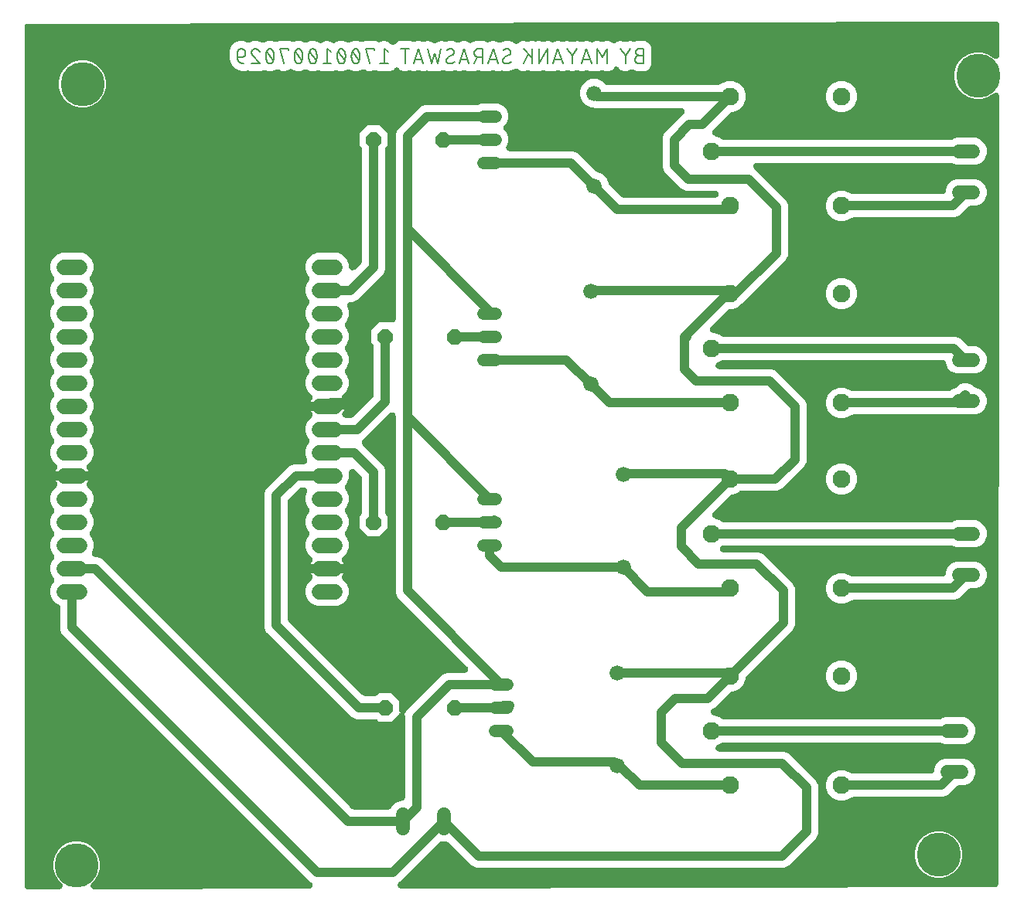
<source format=gbr>
G04 EAGLE Gerber RS-274X export*
G75*
%MOMM*%
%FSLAX34Y34*%
%LPD*%
%INBottom Copper*%
%IPPOS*%
%AMOC8*
5,1,8,0,0,1.08239X$1,22.5*%
G01*
%ADD10C,0.152400*%
%ADD11C,1.676400*%
%ADD12C,1.950000*%
%ADD13P,1.814519X8X202.500000*%
%ADD14C,1.524000*%
%ADD15C,1.320800*%
%ADD16C,1.676400*%
%ADD17C,1.016000*%
%ADD18C,4.835400*%

G36*
X-1323Y-72153D02*
X-1323Y-72153D01*
X-1167Y-72141D01*
X-1011Y-72139D01*
X-892Y-72120D01*
X-773Y-72112D01*
X-620Y-72077D01*
X-466Y-72053D01*
X-351Y-72017D01*
X-234Y-71991D01*
X-88Y-71936D01*
X61Y-71889D01*
X169Y-71837D01*
X281Y-71795D01*
X418Y-71718D01*
X559Y-71651D01*
X658Y-71584D01*
X763Y-71526D01*
X887Y-71430D01*
X1017Y-71343D01*
X1105Y-71263D01*
X1200Y-71190D01*
X1309Y-71078D01*
X1425Y-70973D01*
X1501Y-70880D01*
X1585Y-70794D01*
X1677Y-70667D01*
X1776Y-70547D01*
X1838Y-70444D01*
X1908Y-70347D01*
X1981Y-70209D01*
X2062Y-70075D01*
X2108Y-69965D01*
X2164Y-69858D01*
X2215Y-69711D01*
X2276Y-69567D01*
X2306Y-69451D01*
X2346Y-69338D01*
X2376Y-69184D01*
X2415Y-69033D01*
X2428Y-68914D01*
X2451Y-68796D01*
X2458Y-68640D01*
X2475Y-68484D01*
X2471Y-68364D01*
X2477Y-68245D01*
X2461Y-68089D01*
X2456Y-67933D01*
X2434Y-67815D01*
X2422Y-67696D01*
X2385Y-67544D01*
X2357Y-67390D01*
X2318Y-67277D01*
X2290Y-67161D01*
X2230Y-67016D01*
X2180Y-66868D01*
X2126Y-66761D01*
X2081Y-66650D01*
X2001Y-66515D01*
X1930Y-66376D01*
X1861Y-66278D01*
X1800Y-66175D01*
X1702Y-66053D01*
X1612Y-65925D01*
X1499Y-65801D01*
X1454Y-65745D01*
X1419Y-65712D01*
X1362Y-65650D01*
X-2787Y-61501D01*
X-6170Y-55640D01*
X-7922Y-49104D01*
X-7922Y-42336D01*
X-6170Y-35800D01*
X-2786Y-29939D01*
X1999Y-25154D01*
X7860Y-21770D01*
X14396Y-20018D01*
X21164Y-20018D01*
X27700Y-21770D01*
X33561Y-25154D01*
X38346Y-29939D01*
X41730Y-35800D01*
X43482Y-42336D01*
X43482Y-49104D01*
X41730Y-55640D01*
X38347Y-61501D01*
X34282Y-65566D01*
X34174Y-65690D01*
X34059Y-65809D01*
X33994Y-65899D01*
X33921Y-65983D01*
X33832Y-66122D01*
X33736Y-66256D01*
X33684Y-66354D01*
X33624Y-66448D01*
X33557Y-66599D01*
X33480Y-66745D01*
X33444Y-66850D01*
X33398Y-66951D01*
X33352Y-67110D01*
X33298Y-67265D01*
X33277Y-67375D01*
X33246Y-67482D01*
X33224Y-67645D01*
X33193Y-67807D01*
X33188Y-67918D01*
X33173Y-68029D01*
X33175Y-68193D01*
X33167Y-68358D01*
X33178Y-68469D01*
X33180Y-68580D01*
X33205Y-68743D01*
X33222Y-68907D01*
X33248Y-69015D01*
X33266Y-69125D01*
X33315Y-69283D01*
X33354Y-69442D01*
X33397Y-69545D01*
X33430Y-69652D01*
X33501Y-69801D01*
X33563Y-69953D01*
X33620Y-70049D01*
X33668Y-70149D01*
X33760Y-70286D01*
X33844Y-70428D01*
X33914Y-70515D01*
X33976Y-70607D01*
X34086Y-70729D01*
X34190Y-70858D01*
X34272Y-70934D01*
X34346Y-71016D01*
X34473Y-71121D01*
X34594Y-71233D01*
X34686Y-71296D01*
X34772Y-71367D01*
X34913Y-71452D01*
X35049Y-71546D01*
X35149Y-71595D01*
X35244Y-71653D01*
X35396Y-71717D01*
X35544Y-71789D01*
X35650Y-71824D01*
X35752Y-71867D01*
X35912Y-71908D01*
X36068Y-71959D01*
X36178Y-71978D01*
X36286Y-72006D01*
X36450Y-72024D01*
X36612Y-72051D01*
X36765Y-72059D01*
X36834Y-72066D01*
X36888Y-72064D01*
X36984Y-72069D01*
X272309Y-71553D01*
X272385Y-71547D01*
X272461Y-71550D01*
X272660Y-71527D01*
X272859Y-71512D01*
X272934Y-71495D01*
X273009Y-71486D01*
X273202Y-71435D01*
X273398Y-71392D01*
X273469Y-71364D01*
X273543Y-71345D01*
X273726Y-71266D01*
X273913Y-71195D01*
X273980Y-71158D01*
X274050Y-71128D01*
X274220Y-71023D01*
X274395Y-70926D01*
X274455Y-70879D01*
X274520Y-70840D01*
X274674Y-70712D01*
X274832Y-70590D01*
X274886Y-70535D01*
X274944Y-70487D01*
X275078Y-70338D01*
X275217Y-70194D01*
X275262Y-70133D01*
X275313Y-70076D01*
X275423Y-69910D01*
X275540Y-69748D01*
X275576Y-69680D01*
X275618Y-69616D01*
X275703Y-69436D01*
X275796Y-69259D01*
X275821Y-69187D01*
X275854Y-69118D01*
X275912Y-68926D01*
X275978Y-68738D01*
X275993Y-68663D01*
X276015Y-68590D01*
X276045Y-68392D01*
X276083Y-68196D01*
X276087Y-68120D01*
X276098Y-68045D01*
X276100Y-67845D01*
X276109Y-67645D01*
X276101Y-67569D01*
X276102Y-67493D01*
X276074Y-67295D01*
X276055Y-67096D01*
X276036Y-67022D01*
X276026Y-66947D01*
X275970Y-66755D01*
X275922Y-66561D01*
X275893Y-66490D01*
X275872Y-66417D01*
X275789Y-66235D01*
X275713Y-66050D01*
X275674Y-65984D01*
X275643Y-65915D01*
X275534Y-65747D01*
X275433Y-65575D01*
X275385Y-65516D01*
X275343Y-65452D01*
X275212Y-65301D01*
X275087Y-65145D01*
X275031Y-65094D01*
X274980Y-65036D01*
X274828Y-64906D01*
X274682Y-64770D01*
X274619Y-64727D01*
X274561Y-64678D01*
X274392Y-64571D01*
X274228Y-64458D01*
X274159Y-64424D01*
X274095Y-64383D01*
X273759Y-64224D01*
X273476Y-64107D01*
X6042Y203327D01*
X6041Y203327D01*
X1933Y207436D01*
X-1Y212104D01*
X-1Y236472D01*
X-10Y236597D01*
X-9Y236723D01*
X-30Y236872D01*
X-41Y237022D01*
X-68Y237145D01*
X-85Y237269D01*
X-127Y237414D01*
X-160Y237561D01*
X-204Y237678D01*
X-239Y237799D01*
X-302Y237936D01*
X-355Y238077D01*
X-416Y238186D01*
X-468Y238301D01*
X-550Y238427D01*
X-623Y238559D01*
X-699Y238659D01*
X-767Y238764D01*
X-867Y238878D01*
X-958Y238998D01*
X-1048Y239085D01*
X-1130Y239180D01*
X-1245Y239278D01*
X-1353Y239383D01*
X-1454Y239457D01*
X-1550Y239538D01*
X-1677Y239619D01*
X-1799Y239707D01*
X-1910Y239766D01*
X-2016Y239833D01*
X-2229Y239933D01*
X-2287Y239964D01*
X-2313Y239973D01*
X-2352Y239992D01*
X-4459Y240864D01*
X-8818Y245223D01*
X-11177Y250918D01*
X-11177Y257082D01*
X-8818Y262777D01*
X-7588Y264006D01*
X-7559Y264041D01*
X-7525Y264071D01*
X-7379Y264249D01*
X-7228Y264424D01*
X-7203Y264462D01*
X-7175Y264497D01*
X-7055Y264694D01*
X-6931Y264889D01*
X-6912Y264930D01*
X-6889Y264969D01*
X-6799Y265182D01*
X-6704Y265392D01*
X-6692Y265435D01*
X-6674Y265477D01*
X-6616Y265700D01*
X-6553Y265922D01*
X-6547Y265967D01*
X-6536Y266011D01*
X-6510Y266240D01*
X-6480Y266469D01*
X-6480Y266514D01*
X-6475Y266559D01*
X-6484Y266790D01*
X-6486Y267021D01*
X-6493Y267065D01*
X-6495Y267111D01*
X-6536Y267337D01*
X-6572Y267566D01*
X-6586Y267609D01*
X-6594Y267653D01*
X-6668Y267872D01*
X-6736Y268092D01*
X-6756Y268133D01*
X-6770Y268176D01*
X-6874Y268381D01*
X-6975Y268590D01*
X-7000Y268627D01*
X-7020Y268668D01*
X-7153Y268856D01*
X-7282Y269048D01*
X-7313Y269081D01*
X-7339Y269118D01*
X-7588Y269394D01*
X-8818Y270623D01*
X-11177Y276318D01*
X-11177Y282482D01*
X-8818Y288177D01*
X-7588Y289406D01*
X-7559Y289441D01*
X-7525Y289471D01*
X-7379Y289649D01*
X-7228Y289824D01*
X-7203Y289862D01*
X-7175Y289897D01*
X-7055Y290094D01*
X-6931Y290289D01*
X-6912Y290330D01*
X-6889Y290369D01*
X-6799Y290582D01*
X-6704Y290792D01*
X-6692Y290835D01*
X-6674Y290877D01*
X-6616Y291100D01*
X-6553Y291322D01*
X-6547Y291367D01*
X-6536Y291411D01*
X-6510Y291640D01*
X-6480Y291869D01*
X-6480Y291914D01*
X-6475Y291959D01*
X-6484Y292190D01*
X-6486Y292421D01*
X-6493Y292465D01*
X-6495Y292511D01*
X-6536Y292737D01*
X-6572Y292966D01*
X-6586Y293009D01*
X-6594Y293053D01*
X-6668Y293272D01*
X-6736Y293492D01*
X-6756Y293533D01*
X-6770Y293576D01*
X-6875Y293781D01*
X-6975Y293990D01*
X-7000Y294027D01*
X-7020Y294068D01*
X-7153Y294256D01*
X-7282Y294448D01*
X-7313Y294481D01*
X-7339Y294518D01*
X-7588Y294794D01*
X-8818Y296023D01*
X-11177Y301718D01*
X-11177Y307882D01*
X-8818Y313577D01*
X-7588Y314806D01*
X-7559Y314841D01*
X-7525Y314871D01*
X-7379Y315049D01*
X-7228Y315224D01*
X-7203Y315262D01*
X-7175Y315297D01*
X-7055Y315494D01*
X-6931Y315689D01*
X-6912Y315730D01*
X-6889Y315769D01*
X-6799Y315982D01*
X-6704Y316192D01*
X-6692Y316235D01*
X-6674Y316277D01*
X-6616Y316500D01*
X-6553Y316722D01*
X-6547Y316767D01*
X-6536Y316811D01*
X-6510Y317040D01*
X-6480Y317269D01*
X-6480Y317314D01*
X-6475Y317359D01*
X-6484Y317590D01*
X-6486Y317821D01*
X-6493Y317865D01*
X-6495Y317911D01*
X-6536Y318137D01*
X-6572Y318366D01*
X-6586Y318409D01*
X-6594Y318453D01*
X-6668Y318672D01*
X-6736Y318892D01*
X-6756Y318933D01*
X-6770Y318976D01*
X-6875Y319181D01*
X-6975Y319390D01*
X-7000Y319427D01*
X-7020Y319468D01*
X-7153Y319656D01*
X-7282Y319848D01*
X-7313Y319881D01*
X-7339Y319918D01*
X-7588Y320194D01*
X-8818Y321423D01*
X-11177Y327118D01*
X-11177Y333282D01*
X-8818Y338977D01*
X-7588Y340206D01*
X-7559Y340241D01*
X-7525Y340271D01*
X-7379Y340449D01*
X-7228Y340624D01*
X-7203Y340662D01*
X-7175Y340697D01*
X-7055Y340894D01*
X-6931Y341089D01*
X-6912Y341130D01*
X-6889Y341169D01*
X-6799Y341382D01*
X-6704Y341592D01*
X-6692Y341635D01*
X-6674Y341677D01*
X-6616Y341900D01*
X-6553Y342122D01*
X-6547Y342167D01*
X-6536Y342211D01*
X-6510Y342440D01*
X-6480Y342669D01*
X-6480Y342714D01*
X-6475Y342759D01*
X-6484Y342990D01*
X-6486Y343221D01*
X-6493Y343265D01*
X-6495Y343311D01*
X-6536Y343537D01*
X-6572Y343766D01*
X-6586Y343809D01*
X-6594Y343853D01*
X-6668Y344072D01*
X-6736Y344292D01*
X-6756Y344333D01*
X-6770Y344376D01*
X-6875Y344581D01*
X-6975Y344790D01*
X-7000Y344827D01*
X-7020Y344868D01*
X-7153Y345056D01*
X-7282Y345248D01*
X-7313Y345281D01*
X-7339Y345318D01*
X-7588Y345594D01*
X-8818Y346823D01*
X-11177Y352518D01*
X-11177Y358682D01*
X-8818Y364377D01*
X-4335Y368860D01*
X-4321Y368877D01*
X-4304Y368891D01*
X-4140Y369086D01*
X-3974Y369277D01*
X-3962Y369296D01*
X-3948Y369313D01*
X-3814Y369528D01*
X-3677Y369742D01*
X-3668Y369763D01*
X-3657Y369781D01*
X-3555Y370013D01*
X-3451Y370245D01*
X-3445Y370267D01*
X-3436Y370287D01*
X-3369Y370531D01*
X-3299Y370776D01*
X-3296Y370798D01*
X-3291Y370819D01*
X-3260Y371070D01*
X-3226Y371323D01*
X-3226Y371345D01*
X-3224Y371367D01*
X-3230Y371620D01*
X-3233Y371874D01*
X-3236Y371896D01*
X-3237Y371918D01*
X-3279Y372168D01*
X-3319Y372419D01*
X-3325Y372440D01*
X-3329Y372462D01*
X-3407Y372703D01*
X-3483Y372946D01*
X-3492Y372966D01*
X-3499Y372987D01*
X-3611Y373214D01*
X-3721Y373443D01*
X-3733Y373462D01*
X-3743Y373482D01*
X-3947Y373793D01*
X-5024Y375275D01*
X-5805Y376807D01*
X-5929Y377191D01*
X12700Y377191D01*
X31329Y377191D01*
X31205Y376807D01*
X30424Y375275D01*
X29347Y373793D01*
X29335Y373774D01*
X29321Y373757D01*
X29190Y373540D01*
X29056Y373324D01*
X29047Y373304D01*
X29035Y373285D01*
X28937Y373051D01*
X28835Y372818D01*
X28829Y372797D01*
X28821Y372777D01*
X28757Y372530D01*
X28690Y372286D01*
X28688Y372264D01*
X28682Y372243D01*
X28654Y371989D01*
X28624Y371738D01*
X28624Y371716D01*
X28622Y371694D01*
X28631Y371440D01*
X28637Y371187D01*
X28641Y371165D01*
X28641Y371143D01*
X28687Y370894D01*
X28730Y370643D01*
X28736Y370622D01*
X28740Y370600D01*
X28821Y370362D01*
X28900Y370118D01*
X28910Y370098D01*
X28917Y370078D01*
X29031Y369853D01*
X29144Y369624D01*
X29157Y369605D01*
X29167Y369586D01*
X29313Y369379D01*
X29457Y369170D01*
X29472Y369153D01*
X29485Y369135D01*
X29735Y368860D01*
X34218Y364377D01*
X36577Y358682D01*
X36577Y352518D01*
X34218Y346823D01*
X32988Y345594D01*
X32959Y345559D01*
X32925Y345529D01*
X32778Y345350D01*
X32628Y345176D01*
X32603Y345138D01*
X32575Y345103D01*
X32455Y344905D01*
X32331Y344711D01*
X32312Y344670D01*
X32289Y344631D01*
X32199Y344419D01*
X32104Y344208D01*
X32092Y344165D01*
X32074Y344123D01*
X32017Y343900D01*
X31953Y343678D01*
X31947Y343633D01*
X31936Y343589D01*
X31910Y343360D01*
X31880Y343131D01*
X31880Y343086D01*
X31875Y343041D01*
X31884Y342810D01*
X31886Y342579D01*
X31893Y342535D01*
X31895Y342490D01*
X31936Y342262D01*
X31972Y342034D01*
X31986Y341991D01*
X31994Y341947D01*
X32068Y341728D01*
X32136Y341508D01*
X32156Y341467D01*
X32170Y341424D01*
X32275Y341218D01*
X32375Y341010D01*
X32400Y340973D01*
X32420Y340932D01*
X32554Y340744D01*
X32682Y340552D01*
X32713Y340519D01*
X32739Y340482D01*
X32988Y340206D01*
X34218Y338977D01*
X36577Y333282D01*
X36577Y327118D01*
X34218Y321423D01*
X32988Y320194D01*
X32959Y320159D01*
X32925Y320129D01*
X32778Y319950D01*
X32628Y319776D01*
X32603Y319738D01*
X32575Y319703D01*
X32455Y319505D01*
X32331Y319311D01*
X32312Y319270D01*
X32289Y319231D01*
X32199Y319019D01*
X32104Y318808D01*
X32092Y318765D01*
X32074Y318723D01*
X32017Y318500D01*
X31953Y318278D01*
X31947Y318233D01*
X31936Y318189D01*
X31910Y317960D01*
X31880Y317731D01*
X31880Y317686D01*
X31875Y317641D01*
X31884Y317410D01*
X31886Y317179D01*
X31893Y317135D01*
X31895Y317090D01*
X31936Y316862D01*
X31972Y316634D01*
X31986Y316591D01*
X31994Y316547D01*
X32068Y316328D01*
X32136Y316108D01*
X32156Y316067D01*
X32170Y316024D01*
X32275Y315818D01*
X32375Y315610D01*
X32400Y315573D01*
X32420Y315532D01*
X32554Y315344D01*
X32682Y315152D01*
X32713Y315119D01*
X32739Y315082D01*
X32988Y314806D01*
X34218Y313577D01*
X36577Y307882D01*
X36577Y301718D01*
X34775Y297368D01*
X34699Y297139D01*
X34619Y296912D01*
X34612Y296878D01*
X34601Y296844D01*
X34559Y296607D01*
X34513Y296371D01*
X34511Y296336D01*
X34505Y296301D01*
X34498Y296060D01*
X34486Y295820D01*
X34489Y295785D01*
X34488Y295749D01*
X34516Y295510D01*
X34539Y295271D01*
X34547Y295237D01*
X34551Y295201D01*
X34614Y294967D01*
X34671Y294735D01*
X34684Y294703D01*
X34693Y294668D01*
X34788Y294447D01*
X34878Y294224D01*
X34896Y294193D01*
X34910Y294161D01*
X35035Y293956D01*
X35158Y293748D01*
X35180Y293721D01*
X35198Y293691D01*
X35352Y293506D01*
X35503Y293318D01*
X35529Y293294D01*
X35551Y293267D01*
X35731Y293106D01*
X35906Y292942D01*
X35936Y292922D01*
X35962Y292898D01*
X36162Y292765D01*
X36360Y292628D01*
X36392Y292612D01*
X36421Y292593D01*
X36638Y292490D01*
X36855Y292383D01*
X36888Y292372D01*
X36920Y292357D01*
X37150Y292287D01*
X37379Y292212D01*
X37414Y292206D01*
X37448Y292196D01*
X37685Y292160D01*
X37923Y292119D01*
X37966Y292117D01*
X37993Y292113D01*
X38059Y292112D01*
X38294Y292101D01*
X40626Y292101D01*
X45294Y290167D01*
X319375Y16086D01*
X319530Y15953D01*
X319681Y15812D01*
X319739Y15772D01*
X319792Y15726D01*
X319966Y15615D01*
X320135Y15498D01*
X320198Y15467D01*
X320257Y15429D01*
X320445Y15345D01*
X320629Y15253D01*
X320696Y15231D01*
X320761Y15202D01*
X320958Y15146D01*
X321154Y15082D01*
X321223Y15070D01*
X321291Y15051D01*
X321495Y15024D01*
X321697Y14989D01*
X321788Y14984D01*
X321838Y14978D01*
X321908Y14979D01*
X322069Y14971D01*
X358463Y14971D01*
X358588Y14980D01*
X358713Y14979D01*
X358862Y15000D01*
X359013Y15011D01*
X359136Y15038D01*
X359260Y15055D01*
X359404Y15097D01*
X359552Y15130D01*
X359669Y15174D01*
X359789Y15209D01*
X359926Y15272D01*
X360067Y15325D01*
X360177Y15386D01*
X360291Y15438D01*
X360418Y15520D01*
X360550Y15593D01*
X360649Y15669D01*
X360755Y15737D01*
X360868Y15837D01*
X360988Y15928D01*
X361076Y16018D01*
X361170Y16100D01*
X361268Y16215D01*
X361373Y16323D01*
X361447Y16424D01*
X361529Y16520D01*
X361609Y16647D01*
X361698Y16769D01*
X361756Y16880D01*
X361823Y16986D01*
X361924Y17199D01*
X361954Y17257D01*
X361963Y17283D01*
X361982Y17322D01*
X362360Y18236D01*
X366505Y22380D01*
X371919Y24623D01*
X373380Y24623D01*
X373425Y24626D01*
X373470Y24624D01*
X373700Y24646D01*
X373930Y24663D01*
X373974Y24672D01*
X374019Y24677D01*
X374243Y24732D01*
X374469Y24782D01*
X374511Y24798D01*
X374555Y24808D01*
X374769Y24895D01*
X374985Y24977D01*
X375024Y24999D01*
X375066Y25016D01*
X375265Y25133D01*
X375467Y25245D01*
X375503Y25273D01*
X375542Y25296D01*
X375722Y25440D01*
X375905Y25580D01*
X375937Y25612D01*
X375972Y25641D01*
X376130Y25811D01*
X376291Y25975D01*
X376317Y26011D01*
X376348Y26044D01*
X376480Y26235D01*
X376615Y26421D01*
X376636Y26461D01*
X376662Y26498D01*
X376765Y26706D01*
X376872Y26909D01*
X376887Y26952D01*
X376907Y26992D01*
X376978Y27212D01*
X377055Y27430D01*
X377064Y27474D01*
X377078Y27517D01*
X377117Y27745D01*
X377161Y27971D01*
X377163Y28016D01*
X377171Y28061D01*
X377189Y28432D01*
X377189Y117480D01*
X377178Y117640D01*
X377176Y117801D01*
X377158Y117915D01*
X377149Y118030D01*
X377115Y118187D01*
X377090Y118346D01*
X377055Y118456D01*
X377030Y118569D01*
X376973Y118719D01*
X376926Y118873D01*
X376876Y118977D01*
X376835Y119085D01*
X376757Y119225D01*
X376687Y119370D01*
X376623Y119466D01*
X376567Y119567D01*
X376469Y119695D01*
X376380Y119828D01*
X376302Y119914D01*
X376232Y120005D01*
X376117Y120118D01*
X376064Y120176D01*
X376079Y120180D01*
X376153Y120210D01*
X376231Y120232D01*
X376409Y120314D01*
X376590Y120387D01*
X376660Y120428D01*
X376732Y120461D01*
X376897Y120567D01*
X377066Y120667D01*
X377128Y120717D01*
X377196Y120761D01*
X377343Y120889D01*
X377496Y121012D01*
X377551Y121071D01*
X377611Y121124D01*
X377739Y121272D01*
X377872Y121416D01*
X377918Y121482D01*
X377970Y121543D01*
X378075Y121708D01*
X378186Y121869D01*
X378222Y121941D01*
X378264Y122009D01*
X378423Y122345D01*
X379123Y124034D01*
X418256Y163167D01*
X422924Y165101D01*
X442741Y165101D01*
X442902Y165112D01*
X443062Y165114D01*
X443176Y165132D01*
X443292Y165141D01*
X443449Y165175D01*
X443607Y165200D01*
X443717Y165235D01*
X443830Y165260D01*
X443981Y165317D01*
X444134Y165364D01*
X444238Y165414D01*
X444346Y165455D01*
X444486Y165533D01*
X444631Y165603D01*
X444727Y165667D01*
X444828Y165723D01*
X444956Y165821D01*
X445089Y165910D01*
X445175Y165988D01*
X445267Y166058D01*
X445379Y166173D01*
X445498Y166281D01*
X445572Y166370D01*
X445652Y166453D01*
X445746Y166582D01*
X445849Y166707D01*
X445909Y166806D01*
X445977Y166899D01*
X446051Y167041D01*
X446134Y167179D01*
X446179Y167285D01*
X446233Y167387D01*
X446286Y167539D01*
X446349Y167687D01*
X446378Y167799D01*
X446416Y167908D01*
X446447Y168065D01*
X446488Y168221D01*
X446500Y168336D01*
X446523Y168449D01*
X446530Y168609D01*
X446548Y168769D01*
X446544Y168885D01*
X446550Y169000D01*
X446534Y169160D01*
X446528Y169320D01*
X446508Y169434D01*
X446497Y169549D01*
X446458Y169705D01*
X446429Y169863D01*
X446392Y169973D01*
X446365Y170085D01*
X446305Y170234D01*
X446253Y170386D01*
X446201Y170489D01*
X446157Y170596D01*
X446076Y170735D01*
X446003Y170878D01*
X445936Y170972D01*
X445878Y171072D01*
X445777Y171197D01*
X445685Y171328D01*
X445577Y171447D01*
X445533Y171502D01*
X445495Y171537D01*
X445435Y171604D01*
X368963Y248076D01*
X367029Y252744D01*
X367029Y446551D01*
X367018Y446712D01*
X367016Y446872D01*
X366998Y446986D01*
X366989Y447102D01*
X366955Y447259D01*
X366930Y447417D01*
X366895Y447527D01*
X366870Y447640D01*
X366813Y447790D01*
X366766Y447944D01*
X366716Y448048D01*
X366675Y448156D01*
X366597Y448296D01*
X366527Y448441D01*
X366463Y448537D01*
X366407Y448638D01*
X366309Y448766D01*
X366220Y448899D01*
X366142Y448985D01*
X366072Y449077D01*
X365957Y449189D01*
X365849Y449308D01*
X365760Y449382D01*
X365677Y449462D01*
X365548Y449556D01*
X365423Y449659D01*
X365324Y449719D01*
X365231Y449787D01*
X365089Y449861D01*
X364951Y449944D01*
X364845Y449989D01*
X364743Y450043D01*
X364591Y450096D01*
X364443Y450159D01*
X364331Y450188D01*
X364222Y450226D01*
X364065Y450257D01*
X363909Y450298D01*
X363794Y450310D01*
X363681Y450333D01*
X363521Y450340D01*
X363361Y450358D01*
X363245Y450354D01*
X363130Y450360D01*
X362970Y450344D01*
X362810Y450338D01*
X362696Y450318D01*
X362581Y450307D01*
X362425Y450268D01*
X362267Y450239D01*
X362157Y450202D01*
X362045Y450175D01*
X361896Y450115D01*
X361744Y450063D01*
X361641Y450011D01*
X361534Y449967D01*
X361395Y449886D01*
X361252Y449813D01*
X361158Y449746D01*
X361058Y449688D01*
X360933Y449587D01*
X360802Y449495D01*
X360683Y449387D01*
X360628Y449343D01*
X360593Y449305D01*
X360526Y449245D01*
X336423Y425141D01*
X332314Y421033D01*
X332154Y420966D01*
X331939Y420859D01*
X331722Y420754D01*
X331692Y420735D01*
X331661Y420719D01*
X331465Y420582D01*
X331264Y420447D01*
X331237Y420423D01*
X331209Y420403D01*
X331034Y420238D01*
X330855Y420076D01*
X330833Y420049D01*
X330807Y420025D01*
X330658Y419837D01*
X330504Y419650D01*
X330486Y419620D01*
X330464Y419593D01*
X330343Y419385D01*
X330219Y419178D01*
X330205Y419146D01*
X330187Y419115D01*
X330098Y418892D01*
X330004Y418670D01*
X329995Y418636D01*
X329982Y418603D01*
X329926Y418369D01*
X329865Y418136D01*
X329861Y418101D01*
X329853Y418067D01*
X329831Y417828D01*
X329805Y417588D01*
X329806Y417553D01*
X329803Y417517D01*
X329816Y417277D01*
X329825Y417037D01*
X329831Y417002D01*
X329833Y416967D01*
X329880Y416730D01*
X329924Y416494D01*
X329935Y416460D01*
X329942Y416426D01*
X330023Y416199D01*
X330100Y415971D01*
X330116Y415940D01*
X330128Y415906D01*
X330241Y415694D01*
X330350Y415479D01*
X330370Y415451D01*
X330387Y415419D01*
X330529Y415226D01*
X330668Y415029D01*
X330697Y414997D01*
X330714Y414975D01*
X330760Y414928D01*
X330918Y414753D01*
X353667Y392004D01*
X355601Y387336D01*
X355601Y340990D01*
X355616Y340785D01*
X355623Y340579D01*
X355636Y340510D01*
X355641Y340440D01*
X355685Y340239D01*
X355722Y340037D01*
X355744Y339970D01*
X355760Y339901D01*
X355833Y339709D01*
X355898Y339514D01*
X355930Y339451D01*
X355955Y339385D01*
X356055Y339206D01*
X356148Y339022D01*
X356189Y338965D01*
X356223Y338903D01*
X356348Y338739D01*
X356467Y338572D01*
X356527Y338505D01*
X356558Y338465D01*
X356609Y338415D01*
X356716Y338296D01*
X358395Y336618D01*
X358395Y323782D01*
X349318Y314705D01*
X336482Y314705D01*
X327405Y323782D01*
X327405Y336618D01*
X329084Y338296D01*
X329218Y338451D01*
X329358Y338602D01*
X329398Y338660D01*
X329444Y338714D01*
X329555Y338887D01*
X329672Y339056D01*
X329703Y339119D01*
X329741Y339179D01*
X329826Y339366D01*
X329917Y339550D01*
X329939Y339617D01*
X329968Y339682D01*
X330024Y339880D01*
X330088Y340075D01*
X330100Y340144D01*
X330119Y340212D01*
X330146Y340416D01*
X330181Y340619D01*
X330186Y340709D01*
X330192Y340759D01*
X330191Y340829D01*
X330199Y340990D01*
X330199Y377971D01*
X330184Y378176D01*
X330177Y378382D01*
X330164Y378451D01*
X330159Y378522D01*
X330115Y378723D01*
X330078Y378925D01*
X330056Y378991D01*
X330040Y379060D01*
X329967Y379252D01*
X329902Y379447D01*
X329870Y379510D01*
X329845Y379576D01*
X329745Y379756D01*
X329652Y379939D01*
X329611Y379996D01*
X329577Y380058D01*
X329452Y380222D01*
X329333Y380389D01*
X329273Y380456D01*
X329242Y380497D01*
X329192Y380546D01*
X329084Y380665D01*
X322480Y387269D01*
X322358Y387374D01*
X322243Y387486D01*
X322150Y387554D01*
X322062Y387630D01*
X321926Y387716D01*
X321797Y387811D01*
X321695Y387864D01*
X321597Y387927D01*
X321450Y387993D01*
X321309Y388067D01*
X321200Y388105D01*
X321094Y388153D01*
X320940Y388197D01*
X320788Y388250D01*
X320675Y388273D01*
X320564Y388304D01*
X320404Y388326D01*
X320247Y388357D01*
X320132Y388362D01*
X320017Y388378D01*
X319856Y388376D01*
X319696Y388384D01*
X319581Y388372D01*
X319465Y388371D01*
X319306Y388346D01*
X319147Y388331D01*
X319035Y388303D01*
X318920Y388285D01*
X318767Y388237D01*
X318611Y388199D01*
X318504Y388155D01*
X318394Y388121D01*
X318249Y388052D01*
X318100Y387991D01*
X318000Y387933D01*
X317896Y387883D01*
X317763Y387793D01*
X317624Y387712D01*
X317534Y387639D01*
X317438Y387575D01*
X317319Y387467D01*
X317194Y387367D01*
X317115Y387282D01*
X317029Y387204D01*
X316928Y387081D01*
X316818Y386963D01*
X316752Y386868D01*
X316679Y386779D01*
X316596Y386642D01*
X316504Y386509D01*
X316453Y386406D01*
X316393Y386307D01*
X316331Y386159D01*
X316259Y386015D01*
X316223Y385905D01*
X316178Y385799D01*
X316138Y385643D01*
X316088Y385490D01*
X316069Y385376D01*
X316040Y385265D01*
X316022Y385105D01*
X315995Y384947D01*
X315987Y384786D01*
X315979Y384716D01*
X315981Y384665D01*
X315977Y384575D01*
X315977Y377918D01*
X313618Y372223D01*
X312388Y370994D01*
X312359Y370959D01*
X312325Y370929D01*
X312179Y370751D01*
X312028Y370576D01*
X312003Y370538D01*
X311975Y370503D01*
X311855Y370306D01*
X311731Y370111D01*
X311712Y370070D01*
X311689Y370031D01*
X311599Y369818D01*
X311504Y369608D01*
X311492Y369565D01*
X311474Y369523D01*
X311416Y369300D01*
X311353Y369078D01*
X311347Y369033D01*
X311336Y368989D01*
X311310Y368760D01*
X311280Y368531D01*
X311280Y368486D01*
X311275Y368441D01*
X311284Y368210D01*
X311286Y367979D01*
X311293Y367935D01*
X311295Y367889D01*
X311336Y367663D01*
X311372Y367434D01*
X311386Y367391D01*
X311394Y367347D01*
X311468Y367128D01*
X311536Y366908D01*
X311556Y366867D01*
X311570Y366824D01*
X311675Y366619D01*
X311775Y366410D01*
X311800Y366373D01*
X311820Y366332D01*
X311953Y366144D01*
X312082Y365952D01*
X312113Y365919D01*
X312139Y365882D01*
X312388Y365606D01*
X313618Y364377D01*
X315977Y358682D01*
X315977Y352518D01*
X313618Y346823D01*
X312388Y345594D01*
X312359Y345559D01*
X312325Y345529D01*
X312179Y345351D01*
X312028Y345176D01*
X312003Y345138D01*
X311975Y345103D01*
X311855Y344906D01*
X311731Y344711D01*
X311712Y344670D01*
X311689Y344631D01*
X311599Y344418D01*
X311504Y344208D01*
X311492Y344165D01*
X311474Y344123D01*
X311416Y343900D01*
X311353Y343678D01*
X311347Y343633D01*
X311336Y343589D01*
X311310Y343360D01*
X311280Y343131D01*
X311280Y343086D01*
X311275Y343041D01*
X311284Y342810D01*
X311286Y342579D01*
X311293Y342535D01*
X311295Y342489D01*
X311336Y342263D01*
X311372Y342034D01*
X311386Y341991D01*
X311394Y341947D01*
X311468Y341728D01*
X311536Y341508D01*
X311556Y341467D01*
X311570Y341424D01*
X311675Y341219D01*
X311775Y341010D01*
X311800Y340973D01*
X311820Y340932D01*
X311953Y340744D01*
X312082Y340552D01*
X312113Y340519D01*
X312139Y340482D01*
X312388Y340206D01*
X313618Y338977D01*
X315977Y333282D01*
X315977Y327118D01*
X313618Y321423D01*
X312388Y320194D01*
X312359Y320159D01*
X312325Y320129D01*
X312179Y319951D01*
X312028Y319776D01*
X312003Y319738D01*
X311975Y319703D01*
X311855Y319506D01*
X311731Y319311D01*
X311712Y319270D01*
X311689Y319231D01*
X311599Y319018D01*
X311504Y318808D01*
X311492Y318765D01*
X311474Y318723D01*
X311416Y318500D01*
X311353Y318278D01*
X311347Y318233D01*
X311336Y318189D01*
X311310Y317960D01*
X311280Y317731D01*
X311280Y317686D01*
X311275Y317641D01*
X311284Y317409D01*
X311286Y317179D01*
X311293Y317135D01*
X311295Y317089D01*
X311336Y316863D01*
X311372Y316634D01*
X311386Y316591D01*
X311394Y316547D01*
X311468Y316328D01*
X311536Y316108D01*
X311556Y316067D01*
X311570Y316024D01*
X311675Y315819D01*
X311775Y315610D01*
X311800Y315573D01*
X311820Y315532D01*
X311953Y315344D01*
X312082Y315152D01*
X312113Y315119D01*
X312139Y315082D01*
X312388Y314806D01*
X313618Y313577D01*
X315977Y307882D01*
X315977Y301718D01*
X313618Y296023D01*
X309135Y291540D01*
X309121Y291523D01*
X309104Y291509D01*
X308940Y291314D01*
X308774Y291123D01*
X308762Y291104D01*
X308748Y291087D01*
X308614Y290872D01*
X308477Y290658D01*
X308468Y290637D01*
X308457Y290619D01*
X308355Y290387D01*
X308251Y290155D01*
X308245Y290133D01*
X308236Y290113D01*
X308169Y289869D01*
X308099Y289624D01*
X308096Y289602D01*
X308091Y289581D01*
X308060Y289330D01*
X308026Y289077D01*
X308026Y289055D01*
X308024Y289033D01*
X308030Y288780D01*
X308033Y288526D01*
X308036Y288504D01*
X308037Y288482D01*
X308079Y288232D01*
X308119Y287981D01*
X308125Y287960D01*
X308129Y287938D01*
X308207Y287697D01*
X308283Y287454D01*
X308292Y287434D01*
X308299Y287413D01*
X308411Y287186D01*
X308521Y286957D01*
X308533Y286938D01*
X308543Y286918D01*
X308747Y286607D01*
X309824Y285125D01*
X310605Y283593D01*
X310729Y283209D01*
X292100Y283209D01*
X273471Y283209D01*
X273595Y283593D01*
X274376Y285125D01*
X275453Y286607D01*
X275465Y286626D01*
X275479Y286643D01*
X275610Y286860D01*
X275744Y287076D01*
X275753Y287096D01*
X275765Y287115D01*
X275863Y287349D01*
X275965Y287582D01*
X275971Y287603D01*
X275979Y287623D01*
X276043Y287870D01*
X276110Y288114D01*
X276112Y288136D01*
X276118Y288157D01*
X276146Y288411D01*
X276176Y288662D01*
X276176Y288684D01*
X276178Y288706D01*
X276169Y288960D01*
X276163Y289213D01*
X276159Y289235D01*
X276159Y289257D01*
X276113Y289506D01*
X276070Y289757D01*
X276064Y289778D01*
X276060Y289800D01*
X275980Y290036D01*
X275900Y290282D01*
X275890Y290302D01*
X275883Y290322D01*
X275769Y290547D01*
X275656Y290776D01*
X275643Y290795D01*
X275633Y290814D01*
X275487Y291021D01*
X275343Y291230D01*
X275328Y291247D01*
X275315Y291265D01*
X275065Y291540D01*
X270582Y296023D01*
X268223Y301718D01*
X268223Y307882D01*
X270582Y313577D01*
X271812Y314806D01*
X271841Y314841D01*
X271875Y314871D01*
X272022Y315050D01*
X272172Y315224D01*
X272197Y315262D01*
X272225Y315297D01*
X272345Y315495D01*
X272469Y315689D01*
X272488Y315730D01*
X272511Y315769D01*
X272601Y315981D01*
X272696Y316192D01*
X272708Y316235D01*
X272726Y316277D01*
X272783Y316500D01*
X272847Y316722D01*
X272853Y316767D01*
X272864Y316811D01*
X272890Y317040D01*
X272920Y317269D01*
X272920Y317314D01*
X272925Y317359D01*
X272916Y317590D01*
X272914Y317821D01*
X272907Y317865D01*
X272905Y317910D01*
X272864Y318137D01*
X272828Y318366D01*
X272814Y318409D01*
X272806Y318453D01*
X272732Y318672D01*
X272664Y318892D01*
X272644Y318933D01*
X272630Y318976D01*
X272525Y319182D01*
X272425Y319390D01*
X272400Y319427D01*
X272380Y319468D01*
X272247Y319656D01*
X272118Y319848D01*
X272087Y319881D01*
X272061Y319918D01*
X271812Y320194D01*
X270582Y321423D01*
X268223Y327118D01*
X268223Y333282D01*
X270582Y338977D01*
X271812Y340206D01*
X271841Y340241D01*
X271875Y340271D01*
X272022Y340450D01*
X272172Y340624D01*
X272197Y340662D01*
X272225Y340697D01*
X272345Y340895D01*
X272469Y341089D01*
X272488Y341130D01*
X272511Y341169D01*
X272601Y341381D01*
X272696Y341592D01*
X272708Y341635D01*
X272726Y341677D01*
X272783Y341900D01*
X272847Y342122D01*
X272853Y342167D01*
X272864Y342211D01*
X272890Y342440D01*
X272920Y342669D01*
X272920Y342714D01*
X272925Y342759D01*
X272916Y342990D01*
X272914Y343221D01*
X272907Y343265D01*
X272905Y343310D01*
X272864Y343537D01*
X272828Y343766D01*
X272814Y343809D01*
X272806Y343853D01*
X272732Y344072D01*
X272664Y344292D01*
X272644Y344333D01*
X272630Y344376D01*
X272525Y344582D01*
X272425Y344790D01*
X272400Y344827D01*
X272380Y344868D01*
X272247Y345056D01*
X272118Y345248D01*
X272087Y345281D01*
X272061Y345318D01*
X271812Y345594D01*
X270582Y346823D01*
X268223Y352518D01*
X268223Y358682D01*
X270025Y363032D01*
X270101Y363261D01*
X270181Y363488D01*
X270188Y363522D01*
X270199Y363556D01*
X270241Y363793D01*
X270287Y364029D01*
X270289Y364064D01*
X270295Y364099D01*
X270302Y364340D01*
X270314Y364580D01*
X270311Y364615D01*
X270312Y364651D01*
X270284Y364890D01*
X270261Y365129D01*
X270253Y365163D01*
X270249Y365199D01*
X270187Y365432D01*
X270129Y365665D01*
X270116Y365697D01*
X270107Y365732D01*
X270012Y365953D01*
X269922Y366176D01*
X269904Y366207D01*
X269890Y366239D01*
X269765Y366444D01*
X269642Y366652D01*
X269620Y366679D01*
X269602Y366709D01*
X269448Y366894D01*
X269297Y367082D01*
X269271Y367106D01*
X269249Y367133D01*
X269070Y367294D01*
X268894Y367458D01*
X268864Y367478D01*
X268838Y367502D01*
X268638Y367635D01*
X268440Y367772D01*
X268408Y367788D01*
X268379Y367807D01*
X268162Y367910D01*
X267945Y368017D01*
X267912Y368028D01*
X267880Y368043D01*
X267650Y368113D01*
X267421Y368188D01*
X267386Y368194D01*
X267352Y368204D01*
X267115Y368240D01*
X266877Y368281D01*
X266834Y368283D01*
X266807Y368287D01*
X266741Y368288D01*
X266506Y368299D01*
X264649Y368299D01*
X264444Y368284D01*
X264238Y368277D01*
X264169Y368264D01*
X264098Y368259D01*
X263897Y368215D01*
X263695Y368178D01*
X263629Y368156D01*
X263560Y368140D01*
X263368Y368067D01*
X263173Y368002D01*
X263110Y367970D01*
X263044Y367945D01*
X262864Y367845D01*
X262681Y367752D01*
X262623Y367711D01*
X262562Y367677D01*
X262398Y367552D01*
X262231Y367433D01*
X262164Y367373D01*
X262123Y367342D01*
X262074Y367291D01*
X261955Y367184D01*
X250036Y355265D01*
X249902Y355110D01*
X249762Y354959D01*
X249722Y354901D01*
X249676Y354848D01*
X249565Y354674D01*
X249448Y354505D01*
X249417Y354442D01*
X249379Y354383D01*
X249294Y354195D01*
X249203Y354011D01*
X249181Y353944D01*
X249152Y353880D01*
X249096Y353682D01*
X249032Y353486D01*
X249020Y353417D01*
X249001Y353349D01*
X248974Y353145D01*
X248939Y352943D01*
X248934Y352852D01*
X248928Y352802D01*
X248929Y352732D01*
X248921Y352571D01*
X248921Y224009D01*
X248936Y223804D01*
X248943Y223598D01*
X248956Y223529D01*
X248961Y223458D01*
X249005Y223257D01*
X249042Y223055D01*
X249064Y222989D01*
X249080Y222920D01*
X249153Y222728D01*
X249218Y222533D01*
X249250Y222470D01*
X249275Y222404D01*
X249375Y222224D01*
X249468Y222041D01*
X249509Y221983D01*
X249543Y221922D01*
X249668Y221758D01*
X249787Y221590D01*
X249847Y221524D01*
X249878Y221483D01*
X249929Y221434D01*
X250036Y221315D01*
X330535Y140816D01*
X330690Y140683D01*
X330841Y140542D01*
X330899Y140502D01*
X330952Y140456D01*
X331126Y140345D01*
X331295Y140228D01*
X331358Y140197D01*
X331417Y140159D01*
X331605Y140075D01*
X331789Y139983D01*
X331856Y139961D01*
X331921Y139932D01*
X332118Y139876D01*
X332314Y139812D01*
X332383Y139800D01*
X332451Y139781D01*
X332655Y139754D01*
X332857Y139719D01*
X332948Y139714D01*
X332998Y139708D01*
X333068Y139709D01*
X333229Y139701D01*
X344810Y139701D01*
X345015Y139716D01*
X345221Y139723D01*
X345290Y139736D01*
X345360Y139741D01*
X345561Y139785D01*
X345763Y139822D01*
X345830Y139844D01*
X345899Y139860D01*
X346091Y139933D01*
X346286Y139998D01*
X346349Y140030D01*
X346415Y140055D01*
X346594Y140155D01*
X346778Y140248D01*
X346835Y140289D01*
X346897Y140323D01*
X347060Y140448D01*
X347228Y140567D01*
X347295Y140627D01*
X347335Y140658D01*
X347385Y140709D01*
X347504Y140816D01*
X349182Y142495D01*
X362018Y142495D01*
X371095Y133418D01*
X371095Y123803D01*
X371101Y123723D01*
X371098Y123643D01*
X371120Y123448D01*
X371135Y123253D01*
X371152Y123174D01*
X371161Y123095D01*
X371211Y122906D01*
X371254Y122714D01*
X371282Y122639D01*
X371303Y122561D01*
X371380Y122381D01*
X371449Y122198D01*
X371488Y122128D01*
X371520Y122054D01*
X371622Y121887D01*
X371717Y121716D01*
X371766Y121652D01*
X371808Y121584D01*
X371933Y121433D01*
X372052Y121278D01*
X372110Y121222D01*
X372161Y121160D01*
X372220Y121107D01*
X372205Y121104D01*
X372056Y121043D01*
X371904Y120992D01*
X371801Y120940D01*
X371694Y120896D01*
X371555Y120814D01*
X371412Y120742D01*
X371318Y120675D01*
X371218Y120617D01*
X371093Y120516D01*
X370962Y120423D01*
X370843Y120316D01*
X370788Y120271D01*
X370753Y120234D01*
X370686Y120174D01*
X362018Y111505D01*
X349182Y111505D01*
X347504Y113184D01*
X347349Y113317D01*
X347198Y113458D01*
X347139Y113498D01*
X347086Y113544D01*
X346913Y113655D01*
X346744Y113772D01*
X346681Y113803D01*
X346621Y113841D01*
X346434Y113925D01*
X346250Y114017D01*
X346182Y114039D01*
X346118Y114068D01*
X345920Y114124D01*
X345725Y114188D01*
X345656Y114200D01*
X345588Y114219D01*
X345384Y114246D01*
X345181Y114281D01*
X345091Y114286D01*
X345041Y114292D01*
X344971Y114291D01*
X344810Y114299D01*
X323864Y114299D01*
X319196Y116233D01*
X225453Y209976D01*
X223519Y214644D01*
X223519Y361936D01*
X225453Y366604D01*
X229561Y370712D01*
X229561Y370713D01*
X250616Y391767D01*
X255284Y393701D01*
X266506Y393701D01*
X266746Y393718D01*
X266986Y393731D01*
X267021Y393738D01*
X267056Y393741D01*
X267291Y393793D01*
X267527Y393840D01*
X267560Y393852D01*
X267595Y393860D01*
X267820Y393945D01*
X268046Y394026D01*
X268078Y394043D01*
X268111Y394055D01*
X268321Y394172D01*
X268534Y394285D01*
X268562Y394306D01*
X268593Y394323D01*
X268785Y394470D01*
X268978Y394612D01*
X269003Y394637D01*
X269031Y394658D01*
X269199Y394830D01*
X269371Y394999D01*
X269392Y395028D01*
X269417Y395053D01*
X269558Y395247D01*
X269703Y395440D01*
X269720Y395471D01*
X269741Y395499D01*
X269853Y395711D01*
X269969Y395923D01*
X269981Y395956D01*
X269998Y395987D01*
X270077Y396214D01*
X270162Y396440D01*
X270169Y396474D01*
X270181Y396508D01*
X270227Y396744D01*
X270278Y396979D01*
X270280Y397015D01*
X270287Y397049D01*
X270299Y397290D01*
X270315Y397530D01*
X270312Y397565D01*
X270314Y397600D01*
X270291Y397840D01*
X270272Y398080D01*
X270264Y398114D01*
X270261Y398149D01*
X270204Y398382D01*
X270151Y398618D01*
X270136Y398659D01*
X270129Y398685D01*
X270105Y398746D01*
X270025Y398968D01*
X268223Y403318D01*
X268223Y409482D01*
X270582Y415177D01*
X271812Y416406D01*
X271841Y416441D01*
X271875Y416471D01*
X272022Y416650D01*
X272172Y416824D01*
X272197Y416862D01*
X272225Y416897D01*
X272345Y417095D01*
X272469Y417289D01*
X272488Y417330D01*
X272511Y417369D01*
X272601Y417581D01*
X272696Y417792D01*
X272708Y417835D01*
X272726Y417877D01*
X272783Y418100D01*
X272847Y418322D01*
X272853Y418367D01*
X272864Y418411D01*
X272890Y418640D01*
X272920Y418869D01*
X272920Y418914D01*
X272925Y418959D01*
X272916Y419190D01*
X272914Y419421D01*
X272907Y419465D01*
X272905Y419510D01*
X272864Y419737D01*
X272828Y419966D01*
X272814Y420009D01*
X272806Y420053D01*
X272732Y420272D01*
X272664Y420492D01*
X272644Y420533D01*
X272630Y420576D01*
X272525Y420782D01*
X272425Y420990D01*
X272400Y421027D01*
X272380Y421068D01*
X272247Y421256D01*
X272118Y421448D01*
X272087Y421481D01*
X272061Y421518D01*
X271812Y421794D01*
X270582Y423023D01*
X268223Y428718D01*
X268223Y434882D01*
X270582Y440577D01*
X275065Y445060D01*
X275079Y445077D01*
X275096Y445091D01*
X275260Y445286D01*
X275426Y445477D01*
X275438Y445496D01*
X275452Y445513D01*
X275586Y445728D01*
X275723Y445942D01*
X275732Y445963D01*
X275743Y445981D01*
X275845Y446213D01*
X275949Y446445D01*
X275955Y446467D01*
X275964Y446487D01*
X276031Y446730D01*
X276101Y446976D01*
X276104Y446998D01*
X276109Y447019D01*
X276140Y447270D01*
X276174Y447523D01*
X276174Y447545D01*
X276176Y447567D01*
X276170Y447820D01*
X276167Y448074D01*
X276164Y448096D01*
X276163Y448118D01*
X276121Y448368D01*
X276081Y448619D01*
X276075Y448640D01*
X276071Y448662D01*
X275993Y448903D01*
X275917Y449146D01*
X275908Y449166D01*
X275901Y449187D01*
X275789Y449414D01*
X275679Y449643D01*
X275667Y449662D01*
X275657Y449682D01*
X275453Y449993D01*
X274376Y451475D01*
X273595Y453007D01*
X273471Y453391D01*
X292100Y453391D01*
X310729Y453391D01*
X310605Y453007D01*
X309824Y451475D01*
X309151Y450549D01*
X309078Y450432D01*
X308998Y450321D01*
X308933Y450198D01*
X308860Y450080D01*
X308805Y449954D01*
X308741Y449833D01*
X308695Y449702D01*
X308640Y449575D01*
X308603Y449442D01*
X308558Y449312D01*
X308531Y449176D01*
X308495Y449042D01*
X308478Y448906D01*
X308451Y448771D01*
X308445Y448632D01*
X308428Y448495D01*
X308431Y448357D01*
X308425Y448220D01*
X308438Y448082D01*
X308441Y447943D01*
X308464Y447808D01*
X308478Y447671D01*
X308511Y447536D01*
X308534Y447399D01*
X308576Y447268D01*
X308609Y447135D01*
X308661Y447007D01*
X308704Y446875D01*
X308765Y446751D01*
X308817Y446624D01*
X308887Y446504D01*
X308949Y446380D01*
X309027Y446267D01*
X309096Y446148D01*
X309183Y446040D01*
X309262Y445926D01*
X309355Y445825D01*
X309441Y445718D01*
X309543Y445623D01*
X309637Y445522D01*
X309744Y445436D01*
X309845Y445342D01*
X309959Y445263D01*
X310067Y445176D01*
X310186Y445106D01*
X310299Y445028D01*
X310423Y444967D01*
X310543Y444896D01*
X310670Y444844D01*
X310793Y444783D01*
X310925Y444740D01*
X311053Y444688D01*
X311187Y444655D01*
X311318Y444612D01*
X311454Y444589D01*
X311589Y444556D01*
X311726Y444542D01*
X311861Y444519D01*
X312068Y444509D01*
X312138Y444502D01*
X312174Y444504D01*
X312233Y444501D01*
X318281Y444501D01*
X318487Y444516D01*
X318692Y444523D01*
X318761Y444536D01*
X318832Y444541D01*
X319033Y444585D01*
X319235Y444622D01*
X319301Y444644D01*
X319370Y444660D01*
X319562Y444733D01*
X319757Y444798D01*
X319820Y444830D01*
X319886Y444855D01*
X320066Y444955D01*
X320249Y445048D01*
X320307Y445089D01*
X320368Y445123D01*
X320532Y445248D01*
X320700Y445367D01*
X320766Y445427D01*
X320807Y445458D01*
X320856Y445509D01*
X320975Y445616D01*
X341784Y466425D01*
X341917Y466580D01*
X342058Y466731D01*
X342098Y466789D01*
X342144Y466842D01*
X342255Y467016D01*
X342372Y467185D01*
X342403Y467248D01*
X342441Y467307D01*
X342525Y467495D01*
X342617Y467679D01*
X342639Y467746D01*
X342668Y467811D01*
X342724Y468008D01*
X342788Y468204D01*
X342800Y468273D01*
X342819Y468341D01*
X342846Y468545D01*
X342881Y468747D01*
X342886Y468838D01*
X342892Y468888D01*
X342891Y468958D01*
X342899Y469119D01*
X342899Y522610D01*
X342884Y522815D01*
X342877Y523021D01*
X342864Y523090D01*
X342859Y523160D01*
X342815Y523361D01*
X342778Y523563D01*
X342756Y523630D01*
X342740Y523699D01*
X342667Y523891D01*
X342602Y524086D01*
X342570Y524149D01*
X342545Y524215D01*
X342445Y524394D01*
X342352Y524578D01*
X342311Y524635D01*
X342277Y524697D01*
X342152Y524860D01*
X342033Y525028D01*
X341973Y525095D01*
X341942Y525135D01*
X341891Y525185D01*
X341784Y525304D01*
X340105Y526982D01*
X340105Y539818D01*
X349182Y548895D01*
X363220Y548895D01*
X363265Y548898D01*
X363310Y548896D01*
X363540Y548918D01*
X363770Y548935D01*
X363814Y548944D01*
X363859Y548949D01*
X364083Y549004D01*
X364309Y549054D01*
X364351Y549070D01*
X364395Y549080D01*
X364609Y549167D01*
X364825Y549249D01*
X364864Y549271D01*
X364906Y549288D01*
X365105Y549405D01*
X365307Y549517D01*
X365343Y549545D01*
X365382Y549568D01*
X365562Y549712D01*
X365745Y549852D01*
X365777Y549884D01*
X365812Y549913D01*
X365970Y550083D01*
X366131Y550247D01*
X366157Y550283D01*
X366188Y550316D01*
X366320Y550507D01*
X366455Y550693D01*
X366476Y550733D01*
X366502Y550770D01*
X366605Y550978D01*
X366712Y551181D01*
X366727Y551224D01*
X366747Y551264D01*
X366818Y551484D01*
X366895Y551702D01*
X366904Y551746D01*
X366918Y551789D01*
X366957Y552017D01*
X367001Y552243D01*
X367003Y552288D01*
X367011Y552333D01*
X367029Y552704D01*
X367029Y755636D01*
X368963Y760304D01*
X394126Y785467D01*
X398794Y787401D01*
X457357Y787401D01*
X457367Y787401D01*
X457377Y787401D01*
X457640Y787421D01*
X457907Y787441D01*
X457917Y787443D01*
X457927Y787444D01*
X458184Y787502D01*
X458446Y787560D01*
X458455Y787563D01*
X458465Y787565D01*
X458815Y787691D01*
X460568Y788417D01*
X479232Y788417D01*
X484274Y786329D01*
X488133Y782470D01*
X490221Y777428D01*
X490221Y771972D01*
X488133Y766930D01*
X485896Y764694D01*
X485866Y764659D01*
X485833Y764629D01*
X485738Y764514D01*
X485681Y764455D01*
X485632Y764388D01*
X485535Y764276D01*
X485511Y764238D01*
X485482Y764203D01*
X485405Y764076D01*
X485356Y764009D01*
X485318Y763935D01*
X485238Y763811D01*
X485220Y763770D01*
X485196Y763731D01*
X485139Y763596D01*
X485100Y763521D01*
X485072Y763441D01*
X485012Y763308D01*
X484999Y763265D01*
X484982Y763223D01*
X484945Y763082D01*
X484916Y763000D01*
X484900Y762915D01*
X484860Y762778D01*
X484854Y762733D01*
X484843Y762689D01*
X484827Y762547D01*
X484810Y762459D01*
X484806Y762370D01*
X484787Y762231D01*
X484788Y762186D01*
X484783Y762141D01*
X484788Y762001D01*
X484783Y761908D01*
X484792Y761816D01*
X484794Y761679D01*
X484801Y761635D01*
X484802Y761590D01*
X484827Y761455D01*
X484836Y761359D01*
X484859Y761266D01*
X484880Y761134D01*
X484893Y761091D01*
X484901Y761047D01*
X484944Y760921D01*
X484968Y760823D01*
X485006Y760730D01*
X485044Y760608D01*
X485063Y760567D01*
X485078Y760524D01*
X485136Y760410D01*
X485176Y760312D01*
X485229Y760222D01*
X485282Y760110D01*
X485307Y760073D01*
X485328Y760032D01*
X485399Y759931D01*
X485455Y759836D01*
X485523Y759751D01*
X485590Y759652D01*
X485620Y759619D01*
X485646Y759582D01*
X485757Y759459D01*
X485800Y759406D01*
X485836Y759372D01*
X485896Y759306D01*
X488133Y757070D01*
X490221Y752028D01*
X490221Y746572D01*
X488272Y741868D01*
X488196Y741639D01*
X488117Y741412D01*
X488110Y741378D01*
X488099Y741344D01*
X488057Y741107D01*
X488010Y740871D01*
X488009Y740836D01*
X488002Y740801D01*
X487995Y740560D01*
X487983Y740320D01*
X487987Y740285D01*
X487986Y740249D01*
X488013Y740010D01*
X488036Y739771D01*
X488045Y739737D01*
X488049Y739701D01*
X488111Y739468D01*
X488168Y739235D01*
X488181Y739202D01*
X488190Y739168D01*
X488285Y738948D01*
X488376Y738724D01*
X488394Y738693D01*
X488408Y738661D01*
X488533Y738456D01*
X488655Y738248D01*
X488677Y738221D01*
X488696Y738191D01*
X488849Y738006D01*
X489000Y737818D01*
X489026Y737794D01*
X489049Y737767D01*
X489228Y737606D01*
X489404Y737442D01*
X489433Y737422D01*
X489459Y737398D01*
X489660Y737265D01*
X489858Y737128D01*
X489889Y737112D01*
X489919Y737093D01*
X490136Y736990D01*
X490352Y736883D01*
X490386Y736872D01*
X490418Y736857D01*
X490647Y736787D01*
X490877Y736712D01*
X490911Y736706D01*
X490945Y736696D01*
X491182Y736660D01*
X491420Y736619D01*
X491464Y736617D01*
X491490Y736613D01*
X491556Y736612D01*
X491792Y736601D01*
X561326Y736601D01*
X565994Y734667D01*
X585696Y714966D01*
X585704Y714959D01*
X585710Y714952D01*
X585910Y714781D01*
X586113Y714605D01*
X586122Y714599D01*
X586129Y714593D01*
X586352Y714452D01*
X586578Y714308D01*
X586587Y714304D01*
X586596Y714299D01*
X586932Y714140D01*
X592977Y711636D01*
X597336Y707277D01*
X599840Y701232D01*
X599844Y701223D01*
X599847Y701214D01*
X599968Y700976D01*
X600087Y700739D01*
X600093Y700731D01*
X600097Y700722D01*
X600250Y700506D01*
X600403Y700287D01*
X600410Y700279D01*
X600416Y700271D01*
X600666Y699996D01*
X613745Y686916D01*
X613900Y686782D01*
X614051Y686642D01*
X614109Y686602D01*
X614162Y686556D01*
X614336Y686445D01*
X614505Y686328D01*
X614568Y686297D01*
X614627Y686259D01*
X614815Y686175D01*
X614999Y686083D01*
X615066Y686061D01*
X615131Y686032D01*
X615328Y685976D01*
X615524Y685912D01*
X615593Y685900D01*
X615661Y685881D01*
X615865Y685854D01*
X616067Y685819D01*
X616158Y685814D01*
X616208Y685808D01*
X616278Y685809D01*
X616439Y685801D01*
X716875Y685801D01*
X717081Y685816D01*
X717286Y685823D01*
X717355Y685836D01*
X717426Y685841D01*
X717627Y685885D01*
X717829Y685922D01*
X717895Y685944D01*
X717964Y685960D01*
X718157Y686033D01*
X718351Y686098D01*
X718414Y686130D01*
X718480Y686155D01*
X718660Y686255D01*
X718843Y686348D01*
X718901Y686389D01*
X718962Y686423D01*
X719126Y686548D01*
X719294Y686667D01*
X719361Y686727D01*
X719401Y686758D01*
X719450Y686809D01*
X719569Y686916D01*
X719674Y687038D01*
X719786Y687153D01*
X719854Y687246D01*
X719930Y687334D01*
X720016Y687469D01*
X720111Y687599D01*
X720164Y687701D01*
X720227Y687799D01*
X720293Y687945D01*
X720367Y688087D01*
X720406Y688196D01*
X720453Y688302D01*
X720497Y688456D01*
X720550Y688608D01*
X720573Y688721D01*
X720604Y688832D01*
X720626Y688992D01*
X720657Y689149D01*
X720662Y689264D01*
X720678Y689379D01*
X720676Y689540D01*
X720684Y689700D01*
X720673Y689815D01*
X720671Y689931D01*
X720646Y690090D01*
X720631Y690249D01*
X720603Y690361D01*
X720585Y690476D01*
X720537Y690629D01*
X720499Y690785D01*
X720456Y690892D01*
X720421Y691002D01*
X720352Y691147D01*
X720291Y691296D01*
X720233Y691396D01*
X720183Y691500D01*
X720093Y691633D01*
X720012Y691772D01*
X719940Y691862D01*
X719875Y691958D01*
X719768Y692076D01*
X719667Y692202D01*
X719582Y692281D01*
X719505Y692367D01*
X719381Y692469D01*
X719263Y692578D01*
X719168Y692644D01*
X719079Y692717D01*
X718941Y692801D01*
X718809Y692892D01*
X718706Y692943D01*
X718607Y693003D01*
X718459Y693065D01*
X718315Y693137D01*
X718205Y693173D01*
X718099Y693218D01*
X717943Y693258D01*
X717790Y693308D01*
X717676Y693327D01*
X717565Y693356D01*
X717405Y693374D01*
X717247Y693401D01*
X717086Y693409D01*
X717016Y693417D01*
X716966Y693415D01*
X716875Y693419D01*
X684544Y693419D01*
X679876Y695353D01*
X675768Y699461D01*
X675767Y699461D01*
X661063Y714166D01*
X659129Y718834D01*
X659129Y751826D01*
X661063Y756494D01*
X681148Y776580D01*
X681202Y776607D01*
X681277Y776635D01*
X681448Y776730D01*
X681623Y776818D01*
X681689Y776864D01*
X681759Y776903D01*
X681915Y777022D01*
X682075Y777134D01*
X682134Y777189D01*
X682198Y777238D01*
X682334Y777378D01*
X682477Y777512D01*
X682527Y777575D01*
X682583Y777633D01*
X682698Y777791D01*
X682820Y777944D01*
X682860Y778014D01*
X682908Y778079D01*
X682998Y778252D01*
X683097Y778422D01*
X683127Y778496D01*
X683164Y778567D01*
X683229Y778752D01*
X683302Y778934D01*
X683321Y779012D01*
X683347Y779088D01*
X683385Y779279D01*
X683431Y779470D01*
X683438Y779550D01*
X683454Y779629D01*
X683463Y779824D01*
X683481Y780019D01*
X683477Y780100D01*
X683481Y780180D01*
X683462Y780375D01*
X683451Y780570D01*
X683435Y780649D01*
X683428Y780729D01*
X683381Y780919D01*
X683342Y781111D01*
X683315Y781187D01*
X683296Y781265D01*
X683222Y781446D01*
X683156Y781630D01*
X683119Y781701D01*
X683088Y781776D01*
X682989Y781945D01*
X682897Y782118D01*
X682850Y782182D01*
X682809Y782252D01*
X682686Y782405D01*
X682571Y782562D01*
X682514Y782619D01*
X682464Y782682D01*
X682320Y782816D01*
X682183Y782955D01*
X682119Y783003D01*
X682060Y783058D01*
X681899Y783170D01*
X681743Y783287D01*
X681673Y783326D01*
X681606Y783372D01*
X681431Y783459D01*
X681259Y783553D01*
X681184Y783581D01*
X681112Y783617D01*
X680926Y783677D01*
X680743Y783746D01*
X680664Y783763D01*
X680587Y783788D01*
X680395Y783821D01*
X680203Y783862D01*
X680123Y783867D01*
X680044Y783881D01*
X679672Y783899D01*
X585174Y783899D01*
X584169Y784315D01*
X584160Y784318D01*
X584151Y784323D01*
X583898Y784405D01*
X583646Y784489D01*
X583636Y784491D01*
X583627Y784494D01*
X583362Y784539D01*
X583102Y784585D01*
X583093Y784585D01*
X583083Y784587D01*
X582712Y784605D01*
X581118Y784605D01*
X575423Y786964D01*
X571064Y791323D01*
X568705Y797018D01*
X568705Y803182D01*
X571064Y808877D01*
X575423Y813236D01*
X581118Y815595D01*
X587282Y815595D01*
X592977Y813236D01*
X595796Y810416D01*
X595951Y810283D01*
X596102Y810142D01*
X596161Y810102D01*
X596214Y810056D01*
X596387Y809945D01*
X596556Y809828D01*
X596619Y809797D01*
X596679Y809759D01*
X596866Y809675D01*
X597050Y809583D01*
X597118Y809561D01*
X597182Y809532D01*
X597380Y809476D01*
X597575Y809412D01*
X597644Y809400D01*
X597712Y809381D01*
X597916Y809354D01*
X598119Y809319D01*
X598209Y809314D01*
X598259Y809308D01*
X598330Y809309D01*
X598490Y809301D01*
X720375Y809301D01*
X720581Y809316D01*
X720786Y809323D01*
X720855Y809336D01*
X720926Y809341D01*
X721127Y809385D01*
X721329Y809422D01*
X721395Y809444D01*
X721464Y809460D01*
X721656Y809533D01*
X721851Y809598D01*
X721914Y809630D01*
X721980Y809655D01*
X722160Y809755D01*
X722343Y809848D01*
X722401Y809889D01*
X722462Y809923D01*
X722626Y810048D01*
X722794Y810167D01*
X722861Y810227D01*
X722901Y810258D01*
X722950Y810309D01*
X723069Y810416D01*
X723548Y810896D01*
X729746Y813463D01*
X736454Y813463D01*
X742652Y810896D01*
X747396Y806152D01*
X749963Y799954D01*
X749963Y793246D01*
X747396Y787048D01*
X742652Y782304D01*
X736454Y779737D01*
X735777Y779737D01*
X735571Y779722D01*
X735366Y779715D01*
X735297Y779702D01*
X735226Y779697D01*
X735025Y779653D01*
X734823Y779616D01*
X734757Y779594D01*
X734688Y779578D01*
X734496Y779505D01*
X734301Y779440D01*
X734238Y779408D01*
X734172Y779383D01*
X733992Y779283D01*
X733809Y779190D01*
X733751Y779149D01*
X733690Y779115D01*
X733526Y778990D01*
X733358Y778871D01*
X733292Y778811D01*
X733251Y778780D01*
X733202Y778729D01*
X733083Y778622D01*
X714427Y759966D01*
X714322Y759844D01*
X714210Y759729D01*
X714142Y759636D01*
X714066Y759548D01*
X713980Y759413D01*
X713885Y759283D01*
X713832Y759181D01*
X713769Y759083D01*
X713703Y758937D01*
X713629Y758795D01*
X713591Y758686D01*
X713543Y758580D01*
X713499Y758426D01*
X713446Y758274D01*
X713423Y758161D01*
X713392Y758050D01*
X713370Y757890D01*
X713339Y757733D01*
X713334Y757618D01*
X713318Y757503D01*
X713320Y757342D01*
X713312Y757182D01*
X713324Y757067D01*
X713325Y756951D01*
X713350Y756792D01*
X713365Y756633D01*
X713393Y756521D01*
X713411Y756406D01*
X713459Y756253D01*
X713497Y756097D01*
X713541Y755990D01*
X713575Y755880D01*
X713644Y755735D01*
X713705Y755586D01*
X713763Y755486D01*
X713813Y755382D01*
X713903Y755249D01*
X713984Y755110D01*
X714056Y755020D01*
X714121Y754924D01*
X714229Y754805D01*
X714329Y754680D01*
X714414Y754601D01*
X714492Y754515D01*
X714615Y754413D01*
X714733Y754304D01*
X714828Y754238D01*
X714917Y754165D01*
X715055Y754081D01*
X715187Y753990D01*
X715290Y753939D01*
X715389Y753879D01*
X715537Y753817D01*
X715681Y753745D01*
X715791Y753709D01*
X715897Y753664D01*
X716053Y753624D01*
X716109Y753606D01*
X722652Y750896D01*
X723131Y750416D01*
X723286Y750282D01*
X723437Y750142D01*
X723495Y750102D01*
X723548Y750056D01*
X723721Y749945D01*
X723891Y749828D01*
X723954Y749797D01*
X724013Y749759D01*
X724200Y749675D01*
X724385Y749583D01*
X724452Y749561D01*
X724516Y749532D01*
X724714Y749476D01*
X724910Y749412D01*
X724979Y749400D01*
X725047Y749381D01*
X725250Y749354D01*
X725453Y749319D01*
X725543Y749314D01*
X725594Y749308D01*
X725664Y749309D01*
X725825Y749301D01*
X975869Y749301D01*
X975879Y749301D01*
X975889Y749301D01*
X976152Y749321D01*
X976419Y749341D01*
X976429Y749343D01*
X976439Y749344D01*
X976697Y749402D01*
X976958Y749460D01*
X976967Y749463D01*
X976977Y749465D01*
X977327Y749591D01*
X981049Y751133D01*
X1002151Y751133D01*
X1007565Y748890D01*
X1011710Y744745D01*
X1013953Y739331D01*
X1013953Y733469D01*
X1011710Y728055D01*
X1007565Y723910D01*
X1002151Y721667D01*
X981049Y721667D01*
X976361Y723609D01*
X976352Y723612D01*
X976343Y723617D01*
X976090Y723699D01*
X975837Y723783D01*
X975828Y723785D01*
X975818Y723788D01*
X975554Y723833D01*
X975294Y723879D01*
X975285Y723879D01*
X975275Y723881D01*
X974903Y723899D01*
X762489Y723899D01*
X762328Y723888D01*
X762168Y723886D01*
X762054Y723868D01*
X761938Y723859D01*
X761782Y723825D01*
X761623Y723800D01*
X761513Y723765D01*
X761400Y723740D01*
X761249Y723683D01*
X761096Y723636D01*
X760992Y723586D01*
X760884Y723545D01*
X760743Y723467D01*
X760599Y723397D01*
X760503Y723333D01*
X760402Y723277D01*
X760274Y723179D01*
X760141Y723090D01*
X760055Y723012D01*
X759963Y722942D01*
X759851Y722827D01*
X759732Y722719D01*
X759658Y722630D01*
X759578Y722547D01*
X759484Y722417D01*
X759381Y722293D01*
X759321Y722194D01*
X759253Y722101D01*
X759179Y721959D01*
X759096Y721821D01*
X759051Y721715D01*
X758997Y721613D01*
X758944Y721461D01*
X758881Y721313D01*
X758852Y721201D01*
X758814Y721092D01*
X758783Y720935D01*
X758742Y720779D01*
X758730Y720664D01*
X758707Y720551D01*
X758700Y720391D01*
X758682Y720231D01*
X758686Y720115D01*
X758680Y720000D01*
X758696Y719840D01*
X758702Y719680D01*
X758722Y719566D01*
X758733Y719451D01*
X758772Y719295D01*
X758801Y719137D01*
X758838Y719027D01*
X758865Y718915D01*
X758926Y718766D01*
X758977Y718614D01*
X759029Y718511D01*
X759073Y718404D01*
X759154Y718265D01*
X759227Y718122D01*
X759294Y718028D01*
X759352Y717928D01*
X759453Y717803D01*
X759545Y717672D01*
X759653Y717553D01*
X759697Y717498D01*
X759735Y717463D01*
X759795Y717396D01*
X764413Y712779D01*
X764413Y712778D01*
X794357Y682834D01*
X796291Y678166D01*
X796291Y622314D01*
X794357Y617646D01*
X746644Y569933D01*
X746552Y569895D01*
X746543Y569890D01*
X746534Y569887D01*
X746296Y569766D01*
X746059Y569647D01*
X746051Y569642D01*
X746042Y569637D01*
X745824Y569483D01*
X745607Y569331D01*
X745600Y569324D01*
X745592Y569319D01*
X745316Y569069D01*
X742652Y566404D01*
X736454Y563837D01*
X733237Y563837D01*
X733031Y563822D01*
X732826Y563815D01*
X732757Y563802D01*
X732686Y563797D01*
X732485Y563753D01*
X732283Y563716D01*
X732217Y563694D01*
X732148Y563678D01*
X731956Y563605D01*
X731761Y563540D01*
X731698Y563508D01*
X731632Y563483D01*
X731452Y563383D01*
X731269Y563290D01*
X731211Y563249D01*
X731150Y563215D01*
X730986Y563090D01*
X730818Y562971D01*
X730752Y562911D01*
X730711Y562880D01*
X730662Y562829D01*
X730543Y562722D01*
X711887Y544066D01*
X711782Y543944D01*
X711670Y543829D01*
X711602Y543736D01*
X711526Y543648D01*
X711440Y543513D01*
X711345Y543383D01*
X711292Y543281D01*
X711229Y543183D01*
X711163Y543037D01*
X711089Y542895D01*
X711051Y542786D01*
X711003Y542680D01*
X710959Y542526D01*
X710906Y542374D01*
X710883Y542261D01*
X710852Y542150D01*
X710830Y541990D01*
X710799Y541833D01*
X710794Y541718D01*
X710778Y541603D01*
X710780Y541442D01*
X710772Y541282D01*
X710784Y541167D01*
X710785Y541051D01*
X710810Y540892D01*
X710825Y540733D01*
X710853Y540621D01*
X710871Y540506D01*
X710919Y540353D01*
X710957Y540197D01*
X711001Y540090D01*
X711035Y539980D01*
X711104Y539835D01*
X711165Y539686D01*
X711223Y539586D01*
X711273Y539482D01*
X711363Y539349D01*
X711444Y539210D01*
X711516Y539120D01*
X711581Y539024D01*
X711689Y538905D01*
X711789Y538780D01*
X711874Y538701D01*
X711952Y538615D01*
X712075Y538513D01*
X712193Y538404D01*
X712288Y538338D01*
X712377Y538265D01*
X712515Y538181D01*
X712647Y538090D01*
X712750Y538039D01*
X712849Y537979D01*
X712997Y537917D01*
X713141Y537845D01*
X713251Y537809D01*
X713357Y537764D01*
X713513Y537724D01*
X713666Y537674D01*
X713780Y537655D01*
X713891Y537626D01*
X714051Y537608D01*
X714209Y537581D01*
X714370Y537573D01*
X714440Y537565D01*
X714491Y537567D01*
X714581Y537563D01*
X716454Y537563D01*
X722652Y534996D01*
X723131Y534516D01*
X723286Y534383D01*
X723437Y534242D01*
X723495Y534202D01*
X723548Y534156D01*
X723721Y534045D01*
X723891Y533928D01*
X723954Y533897D01*
X724013Y533859D01*
X724201Y533775D01*
X724385Y533683D01*
X724452Y533661D01*
X724516Y533632D01*
X724714Y533576D01*
X724910Y533512D01*
X724979Y533500D01*
X725047Y533481D01*
X725251Y533454D01*
X725453Y533419D01*
X725544Y533414D01*
X725594Y533408D01*
X725664Y533409D01*
X725825Y533401D01*
X980426Y533401D01*
X985094Y531467D01*
X992913Y523648D01*
X993068Y523514D01*
X993219Y523374D01*
X993277Y523334D01*
X993330Y523288D01*
X993504Y523177D01*
X993673Y523060D01*
X993736Y523029D01*
X993795Y522991D01*
X993983Y522906D01*
X994167Y522815D01*
X994234Y522793D01*
X994298Y522764D01*
X994496Y522708D01*
X994692Y522644D01*
X994761Y522632D01*
X994829Y522613D01*
X995033Y522586D01*
X995235Y522551D01*
X995326Y522546D01*
X995376Y522540D01*
X995446Y522541D01*
X995607Y522533D01*
X1002151Y522533D01*
X1007565Y520290D01*
X1011710Y516145D01*
X1013953Y510731D01*
X1013953Y504869D01*
X1011710Y499455D01*
X1007565Y495310D01*
X1002151Y493067D01*
X981049Y493067D01*
X975635Y495310D01*
X971490Y499455D01*
X969101Y505224D01*
X969088Y505279D01*
X969072Y505321D01*
X969062Y505365D01*
X968975Y505579D01*
X968893Y505795D01*
X968871Y505834D01*
X968854Y505876D01*
X968737Y506075D01*
X968625Y506277D01*
X968597Y506313D01*
X968574Y506352D01*
X968430Y506532D01*
X968290Y506715D01*
X968258Y506747D01*
X968229Y506782D01*
X968059Y506940D01*
X967895Y507101D01*
X967859Y507127D01*
X967826Y507158D01*
X967635Y507290D01*
X967449Y507425D01*
X967409Y507446D01*
X967372Y507472D01*
X967164Y507575D01*
X966961Y507682D01*
X966918Y507697D01*
X966878Y507717D01*
X966658Y507788D01*
X966440Y507865D01*
X966396Y507874D01*
X966353Y507888D01*
X966125Y507927D01*
X965899Y507971D01*
X965854Y507973D01*
X965809Y507981D01*
X965438Y507999D01*
X725825Y507999D01*
X725619Y507984D01*
X725414Y507977D01*
X725345Y507964D01*
X725274Y507959D01*
X725073Y507915D01*
X724871Y507878D01*
X724805Y507856D01*
X724736Y507840D01*
X724544Y507767D01*
X724349Y507702D01*
X724286Y507670D01*
X724220Y507645D01*
X724040Y507545D01*
X723857Y507452D01*
X723799Y507411D01*
X723738Y507377D01*
X723574Y507252D01*
X723406Y507133D01*
X723339Y507073D01*
X723299Y507042D01*
X723250Y506991D01*
X723131Y506884D01*
X722652Y506404D01*
X719670Y505169D01*
X719598Y505133D01*
X719523Y505105D01*
X719352Y505010D01*
X719177Y504922D01*
X719111Y504876D01*
X719041Y504837D01*
X718885Y504718D01*
X718725Y504606D01*
X718666Y504551D01*
X718602Y504502D01*
X718466Y504362D01*
X718323Y504228D01*
X718273Y504165D01*
X718217Y504107D01*
X718102Y503949D01*
X717980Y503795D01*
X717940Y503726D01*
X717892Y503661D01*
X717802Y503488D01*
X717703Y503318D01*
X717673Y503244D01*
X717636Y503173D01*
X717571Y502988D01*
X717498Y502806D01*
X717479Y502728D01*
X717453Y502652D01*
X717415Y502460D01*
X717369Y502270D01*
X717362Y502190D01*
X717346Y502111D01*
X717337Y501915D01*
X717319Y501720D01*
X717323Y501640D01*
X717319Y501560D01*
X717338Y501365D01*
X717349Y501170D01*
X717365Y501091D01*
X717372Y501011D01*
X717419Y500821D01*
X717458Y500629D01*
X717485Y500553D01*
X717504Y500475D01*
X717578Y500294D01*
X717644Y500109D01*
X717682Y500039D01*
X717712Y499964D01*
X717811Y499795D01*
X717903Y499622D01*
X717950Y499558D01*
X717991Y499488D01*
X718114Y499335D01*
X718230Y499178D01*
X718286Y499121D01*
X718336Y499058D01*
X718480Y498924D01*
X718617Y498785D01*
X718681Y498737D01*
X718740Y498682D01*
X718901Y498570D01*
X719057Y498453D01*
X719128Y498414D01*
X719194Y498368D01*
X719370Y498281D01*
X719541Y498187D01*
X719616Y498159D01*
X719688Y498123D01*
X719874Y498063D01*
X720058Y497994D01*
X720136Y497977D01*
X720213Y497952D01*
X720406Y497919D01*
X720597Y497878D01*
X720677Y497872D01*
X720756Y497859D01*
X721128Y497841D01*
X778496Y497841D01*
X783164Y495907D01*
X814677Y464394D01*
X816611Y459726D01*
X816611Y396254D01*
X814677Y391586D01*
X789824Y366733D01*
X785156Y364799D01*
X745825Y364799D01*
X745619Y364784D01*
X745414Y364777D01*
X745345Y364764D01*
X745274Y364759D01*
X745073Y364715D01*
X744871Y364678D01*
X744805Y364656D01*
X744736Y364640D01*
X744544Y364567D01*
X744349Y364502D01*
X744286Y364470D01*
X744220Y364445D01*
X744040Y364345D01*
X743857Y364252D01*
X743799Y364211D01*
X743738Y364177D01*
X743574Y364052D01*
X743406Y363933D01*
X743339Y363873D01*
X743299Y363842D01*
X743250Y363791D01*
X743131Y363684D01*
X742652Y363204D01*
X736454Y360637D01*
X735777Y360637D01*
X735571Y360622D01*
X735366Y360615D01*
X735297Y360602D01*
X735226Y360597D01*
X735025Y360553D01*
X734823Y360516D01*
X734757Y360494D01*
X734688Y360478D01*
X734496Y360405D01*
X734301Y360340D01*
X734238Y360308D01*
X734172Y360283D01*
X733992Y360183D01*
X733809Y360090D01*
X733751Y360049D01*
X733690Y360015D01*
X733526Y359890D01*
X733358Y359771D01*
X733292Y359711D01*
X733251Y359680D01*
X733202Y359629D01*
X733083Y359522D01*
X714427Y340866D01*
X714322Y340744D01*
X714210Y340629D01*
X714142Y340536D01*
X714066Y340448D01*
X713980Y340313D01*
X713885Y340183D01*
X713832Y340081D01*
X713769Y339983D01*
X713703Y339837D01*
X713629Y339695D01*
X713591Y339586D01*
X713543Y339480D01*
X713499Y339326D01*
X713446Y339174D01*
X713423Y339061D01*
X713392Y338950D01*
X713370Y338790D01*
X713339Y338633D01*
X713334Y338518D01*
X713318Y338403D01*
X713320Y338242D01*
X713312Y338082D01*
X713324Y337967D01*
X713325Y337851D01*
X713350Y337692D01*
X713365Y337533D01*
X713393Y337421D01*
X713411Y337306D01*
X713459Y337153D01*
X713497Y336997D01*
X713541Y336890D01*
X713575Y336780D01*
X713644Y336635D01*
X713705Y336486D01*
X713763Y336386D01*
X713813Y336282D01*
X713903Y336149D01*
X713984Y336010D01*
X714056Y335920D01*
X714121Y335824D01*
X714229Y335705D01*
X714329Y335580D01*
X714414Y335501D01*
X714492Y335415D01*
X714615Y335313D01*
X714733Y335204D01*
X714828Y335138D01*
X714917Y335065D01*
X715055Y334981D01*
X715187Y334890D01*
X715290Y334839D01*
X715389Y334779D01*
X715537Y334717D01*
X715681Y334645D01*
X715791Y334609D01*
X715897Y334564D01*
X716053Y334524D01*
X716109Y334506D01*
X722652Y331796D01*
X723131Y331316D01*
X723286Y331183D01*
X723437Y331042D01*
X723495Y331002D01*
X723548Y330956D01*
X723721Y330845D01*
X723891Y330728D01*
X723954Y330697D01*
X724013Y330659D01*
X724201Y330575D01*
X724385Y330483D01*
X724452Y330461D01*
X724516Y330432D01*
X724714Y330376D01*
X724910Y330312D01*
X724979Y330300D01*
X725047Y330281D01*
X725251Y330254D01*
X725453Y330219D01*
X725544Y330214D01*
X725594Y330208D01*
X725664Y330209D01*
X725825Y330201D01*
X975869Y330201D01*
X975879Y330201D01*
X975889Y330201D01*
X976151Y330221D01*
X976419Y330241D01*
X976429Y330243D01*
X976439Y330244D01*
X976696Y330302D01*
X976958Y330360D01*
X976967Y330363D01*
X976977Y330365D01*
X977327Y330491D01*
X981049Y332033D01*
X1002151Y332033D01*
X1007565Y329790D01*
X1011710Y325645D01*
X1013953Y320231D01*
X1013953Y314369D01*
X1011710Y308955D01*
X1007565Y304810D01*
X1002151Y302567D01*
X981049Y302567D01*
X976361Y304509D01*
X976352Y304512D01*
X976343Y304517D01*
X976089Y304600D01*
X975837Y304683D01*
X975828Y304685D01*
X975818Y304688D01*
X975556Y304733D01*
X975294Y304779D01*
X975284Y304779D01*
X975275Y304781D01*
X974903Y304799D01*
X725825Y304799D01*
X725680Y304789D01*
X725535Y304788D01*
X725405Y304769D01*
X725274Y304759D01*
X725132Y304728D01*
X724989Y304707D01*
X724864Y304669D01*
X724736Y304640D01*
X724600Y304589D01*
X724461Y304547D01*
X724287Y304470D01*
X724220Y304445D01*
X724184Y304425D01*
X724121Y304397D01*
X723931Y304284D01*
X723738Y304177D01*
X723694Y304143D01*
X723647Y304115D01*
X723475Y303976D01*
X723299Y303842D01*
X723261Y303803D01*
X723218Y303768D01*
X723068Y303605D01*
X722914Y303447D01*
X722882Y303403D01*
X722844Y303362D01*
X722719Y303179D01*
X722589Y303001D01*
X722564Y302952D01*
X722533Y302907D01*
X722435Y302708D01*
X722333Y302513D01*
X722315Y302461D01*
X722290Y302411D01*
X722223Y302200D01*
X722150Y301992D01*
X722139Y301938D01*
X722122Y301886D01*
X722086Y301667D01*
X722043Y301451D01*
X722041Y301396D01*
X722032Y301342D01*
X722027Y301121D01*
X722016Y300900D01*
X722022Y300845D01*
X722021Y300790D01*
X722048Y300571D01*
X722069Y300351D01*
X722082Y300298D01*
X722089Y300243D01*
X722148Y300029D01*
X722201Y299815D01*
X722222Y299764D01*
X722236Y299711D01*
X722326Y299509D01*
X722409Y299304D01*
X722437Y299257D01*
X722459Y299206D01*
X722576Y299019D01*
X722688Y298828D01*
X722722Y298785D01*
X722752Y298739D01*
X722895Y298571D01*
X723033Y298398D01*
X723074Y298360D01*
X723109Y298319D01*
X723275Y298173D01*
X723437Y298022D01*
X723482Y297991D01*
X723523Y297954D01*
X723708Y297834D01*
X723891Y297708D01*
X723940Y297684D01*
X723986Y297654D01*
X724187Y297561D01*
X724385Y297463D01*
X724437Y297446D01*
X724487Y297423D01*
X724699Y297361D01*
X724910Y297292D01*
X724964Y297283D01*
X725016Y297267D01*
X725235Y297236D01*
X725453Y297199D01*
X725522Y297195D01*
X725563Y297190D01*
X725634Y297190D01*
X725825Y297181D01*
X764526Y297181D01*
X769194Y295247D01*
X801977Y262464D01*
X803911Y257796D01*
X803911Y217184D01*
X801977Y212516D01*
X751078Y161617D01*
X750945Y161462D01*
X750804Y161311D01*
X750764Y161253D01*
X750718Y161200D01*
X750607Y161026D01*
X750490Y160857D01*
X750459Y160794D01*
X750421Y160735D01*
X750337Y160547D01*
X750245Y160363D01*
X750223Y160296D01*
X750194Y160231D01*
X750138Y160034D01*
X750074Y159838D01*
X750062Y159769D01*
X750043Y159701D01*
X750016Y159497D01*
X749981Y159295D01*
X749976Y159204D01*
X749970Y159154D01*
X749971Y159084D01*
X749963Y158923D01*
X749963Y158246D01*
X747396Y152048D01*
X742652Y147304D01*
X736454Y144737D01*
X735777Y144737D01*
X735572Y144722D01*
X735366Y144715D01*
X735297Y144702D01*
X735226Y144697D01*
X735025Y144653D01*
X734823Y144616D01*
X734757Y144594D01*
X734688Y144578D01*
X734496Y144505D01*
X734301Y144440D01*
X734238Y144408D01*
X734172Y144383D01*
X733992Y144283D01*
X733809Y144190D01*
X733751Y144149D01*
X733690Y144115D01*
X733526Y143990D01*
X733358Y143871D01*
X733292Y143811D01*
X733251Y143780D01*
X733202Y143729D01*
X733083Y143622D01*
X715854Y126393D01*
X714402Y125791D01*
X714330Y125755D01*
X714255Y125727D01*
X714084Y125632D01*
X713909Y125544D01*
X713843Y125498D01*
X713773Y125459D01*
X713617Y125340D01*
X713457Y125228D01*
X713398Y125173D01*
X713334Y125124D01*
X713198Y124984D01*
X713055Y124850D01*
X713005Y124787D01*
X712949Y124729D01*
X712834Y124571D01*
X712712Y124418D01*
X712672Y124348D01*
X712625Y124283D01*
X712534Y124110D01*
X712435Y123940D01*
X712405Y123866D01*
X712368Y123795D01*
X712303Y123610D01*
X712230Y123428D01*
X712211Y123350D01*
X712185Y123274D01*
X712147Y123082D01*
X712101Y122892D01*
X712094Y122812D01*
X712079Y122733D01*
X712069Y122537D01*
X712051Y122342D01*
X712056Y122262D01*
X712052Y122182D01*
X712070Y121987D01*
X712081Y121792D01*
X712097Y121713D01*
X712105Y121633D01*
X712151Y121443D01*
X712190Y121251D01*
X712217Y121175D01*
X712236Y121097D01*
X712310Y120916D01*
X712376Y120731D01*
X712414Y120660D01*
X712444Y120586D01*
X712543Y120417D01*
X712635Y120244D01*
X712683Y120180D01*
X712723Y120110D01*
X712846Y119957D01*
X712962Y119800D01*
X713018Y119743D01*
X713068Y119680D01*
X713212Y119546D01*
X713349Y119407D01*
X713413Y119359D01*
X713472Y119304D01*
X713633Y119192D01*
X713789Y119075D01*
X713860Y119036D01*
X713926Y118990D01*
X714101Y118903D01*
X714273Y118809D01*
X714348Y118781D01*
X714420Y118745D01*
X714606Y118685D01*
X714790Y118616D01*
X714868Y118599D01*
X714945Y118574D01*
X715138Y118541D01*
X715329Y118500D01*
X715409Y118494D01*
X715488Y118481D01*
X715860Y118463D01*
X716454Y118463D01*
X722652Y115896D01*
X723131Y115416D01*
X723286Y115283D01*
X723437Y115142D01*
X723495Y115102D01*
X723548Y115056D01*
X723721Y114945D01*
X723891Y114828D01*
X723954Y114797D01*
X724013Y114759D01*
X724201Y114675D01*
X724385Y114583D01*
X724452Y114561D01*
X724516Y114532D01*
X724714Y114476D01*
X724910Y114412D01*
X724979Y114400D01*
X725047Y114381D01*
X725251Y114354D01*
X725453Y114319D01*
X725544Y114314D01*
X725594Y114308D01*
X725664Y114309D01*
X725825Y114301D01*
X963169Y114301D01*
X963179Y114301D01*
X963189Y114301D01*
X963451Y114321D01*
X963719Y114341D01*
X963729Y114343D01*
X963739Y114344D01*
X963996Y114402D01*
X964258Y114460D01*
X964267Y114463D01*
X964277Y114465D01*
X964627Y114591D01*
X968349Y116133D01*
X989451Y116133D01*
X994865Y113890D01*
X999010Y109745D01*
X1001253Y104331D01*
X1001253Y98469D01*
X999010Y93055D01*
X994865Y88910D01*
X989451Y86667D01*
X968349Y86667D01*
X963661Y88609D01*
X963652Y88612D01*
X963643Y88617D01*
X963389Y88700D01*
X963137Y88783D01*
X963128Y88785D01*
X963118Y88788D01*
X962856Y88833D01*
X962594Y88879D01*
X962584Y88879D01*
X962575Y88881D01*
X962203Y88899D01*
X725825Y88899D01*
X725619Y88884D01*
X725414Y88877D01*
X725345Y88864D01*
X725274Y88859D01*
X725073Y88815D01*
X724871Y88778D01*
X724805Y88756D01*
X724736Y88740D01*
X724544Y88667D01*
X724349Y88602D01*
X724286Y88570D01*
X724220Y88545D01*
X724040Y88445D01*
X723857Y88352D01*
X723799Y88311D01*
X723738Y88277D01*
X723574Y88152D01*
X723406Y88033D01*
X723339Y87973D01*
X723299Y87942D01*
X723250Y87891D01*
X723131Y87784D01*
X722652Y87304D01*
X719670Y86069D01*
X719598Y86033D01*
X719523Y86005D01*
X719352Y85910D01*
X719177Y85822D01*
X719111Y85776D01*
X719041Y85737D01*
X718885Y85618D01*
X718725Y85506D01*
X718666Y85451D01*
X718602Y85402D01*
X718466Y85262D01*
X718323Y85128D01*
X718273Y85065D01*
X718217Y85007D01*
X718102Y84849D01*
X717980Y84695D01*
X717940Y84626D01*
X717892Y84561D01*
X717802Y84388D01*
X717703Y84218D01*
X717673Y84144D01*
X717636Y84073D01*
X717571Y83888D01*
X717498Y83706D01*
X717479Y83628D01*
X717453Y83552D01*
X717415Y83360D01*
X717369Y83170D01*
X717362Y83090D01*
X717346Y83011D01*
X717337Y82815D01*
X717319Y82620D01*
X717323Y82540D01*
X717319Y82460D01*
X717338Y82265D01*
X717349Y82070D01*
X717365Y81991D01*
X717372Y81911D01*
X717419Y81721D01*
X717458Y81529D01*
X717485Y81453D01*
X717504Y81375D01*
X717578Y81194D01*
X717644Y81009D01*
X717682Y80939D01*
X717712Y80864D01*
X717811Y80695D01*
X717903Y80522D01*
X717950Y80458D01*
X717991Y80388D01*
X718114Y80235D01*
X718230Y80078D01*
X718286Y80021D01*
X718336Y79958D01*
X718480Y79824D01*
X718617Y79685D01*
X718681Y79637D01*
X718740Y79582D01*
X718901Y79470D01*
X719057Y79353D01*
X719128Y79314D01*
X719194Y79268D01*
X719370Y79181D01*
X719541Y79087D01*
X719616Y79059D01*
X719688Y79023D01*
X719874Y78963D01*
X720058Y78894D01*
X720136Y78877D01*
X720213Y78852D01*
X720406Y78819D01*
X720597Y78778D01*
X720677Y78772D01*
X720756Y78759D01*
X721128Y78741D01*
X792466Y78741D01*
X797134Y76807D01*
X827377Y46564D01*
X829311Y41896D01*
X829311Y-11416D01*
X827377Y-16084D01*
X797134Y-46327D01*
X792466Y-48261D01*
X455154Y-48261D01*
X450486Y-46327D01*
X425357Y-21198D01*
X425202Y-21065D01*
X425051Y-20924D01*
X424993Y-20884D01*
X424940Y-20838D01*
X424766Y-20727D01*
X424597Y-20610D01*
X424534Y-20579D01*
X424475Y-20541D01*
X424287Y-20457D01*
X424103Y-20365D01*
X424036Y-20343D01*
X423971Y-20314D01*
X423774Y-20258D01*
X423578Y-20194D01*
X423509Y-20182D01*
X423441Y-20163D01*
X423237Y-20136D01*
X423035Y-20101D01*
X422944Y-20096D01*
X422894Y-20090D01*
X422824Y-20091D01*
X422663Y-20083D01*
X417037Y-20083D01*
X416832Y-20098D01*
X416626Y-20105D01*
X416557Y-20118D01*
X416486Y-20123D01*
X416285Y-20167D01*
X416083Y-20204D01*
X416017Y-20226D01*
X415948Y-20242D01*
X415756Y-20315D01*
X415561Y-20380D01*
X415498Y-20412D01*
X415432Y-20437D01*
X415252Y-20537D01*
X415069Y-20630D01*
X415011Y-20671D01*
X414950Y-20705D01*
X414786Y-20830D01*
X414618Y-20949D01*
X414552Y-21009D01*
X414511Y-21040D01*
X414462Y-21091D01*
X414343Y-21198D01*
X371394Y-64148D01*
X371363Y-64165D01*
X371192Y-64251D01*
X371123Y-64299D01*
X371049Y-64340D01*
X370897Y-64457D01*
X370740Y-64567D01*
X370678Y-64625D01*
X370611Y-64676D01*
X370477Y-64814D01*
X370338Y-64945D01*
X370286Y-65011D01*
X370227Y-65072D01*
X370114Y-65227D01*
X369995Y-65377D01*
X369953Y-65450D01*
X369903Y-65519D01*
X369814Y-65689D01*
X369718Y-65854D01*
X369687Y-65933D01*
X369648Y-66008D01*
X369584Y-66189D01*
X369513Y-66366D01*
X369494Y-66448D01*
X369466Y-66528D01*
X369429Y-66716D01*
X369384Y-66903D01*
X369377Y-66987D01*
X369360Y-67070D01*
X369352Y-67261D01*
X369334Y-67452D01*
X369339Y-67537D01*
X369335Y-67621D01*
X369354Y-67812D01*
X369364Y-68003D01*
X369381Y-68086D01*
X369389Y-68170D01*
X369435Y-68356D01*
X369473Y-68544D01*
X369501Y-68623D01*
X369522Y-68706D01*
X369594Y-68883D01*
X369659Y-69063D01*
X369699Y-69138D01*
X369731Y-69216D01*
X369828Y-69381D01*
X369918Y-69550D01*
X369968Y-69618D01*
X370011Y-69691D01*
X370131Y-69841D01*
X370245Y-69995D01*
X370304Y-70055D01*
X370357Y-70121D01*
X370498Y-70251D01*
X370632Y-70387D01*
X370700Y-70438D01*
X370762Y-70496D01*
X370919Y-70604D01*
X371072Y-70720D01*
X371146Y-70761D01*
X371216Y-70809D01*
X371388Y-70893D01*
X371556Y-70986D01*
X371635Y-71015D01*
X371711Y-71053D01*
X371894Y-71112D01*
X372073Y-71178D01*
X372155Y-71196D01*
X372236Y-71222D01*
X372425Y-71254D01*
X372612Y-71295D01*
X372696Y-71300D01*
X372780Y-71315D01*
X373151Y-71332D01*
X1022902Y-69908D01*
X1022941Y-69905D01*
X1022979Y-69907D01*
X1023215Y-69884D01*
X1023452Y-69866D01*
X1023490Y-69858D01*
X1023528Y-69854D01*
X1023758Y-69798D01*
X1023991Y-69746D01*
X1024027Y-69732D01*
X1024064Y-69723D01*
X1024284Y-69635D01*
X1024506Y-69550D01*
X1024540Y-69531D01*
X1024576Y-69516D01*
X1024780Y-69397D01*
X1024988Y-69280D01*
X1025018Y-69257D01*
X1025052Y-69238D01*
X1025237Y-69090D01*
X1025426Y-68945D01*
X1025453Y-68917D01*
X1025483Y-68893D01*
X1025644Y-68720D01*
X1025810Y-68549D01*
X1025833Y-68518D01*
X1025859Y-68490D01*
X1025994Y-68295D01*
X1026134Y-68102D01*
X1026151Y-68068D01*
X1026173Y-68036D01*
X1026279Y-67824D01*
X1026389Y-67613D01*
X1026402Y-67577D01*
X1026419Y-67542D01*
X1026493Y-67316D01*
X1026571Y-67093D01*
X1026579Y-67055D01*
X1026591Y-67018D01*
X1026631Y-66784D01*
X1026676Y-66551D01*
X1026678Y-66512D01*
X1026685Y-66475D01*
X1026703Y-66103D01*
X1027805Y796836D01*
X1027794Y796999D01*
X1027792Y797162D01*
X1027774Y797274D01*
X1027766Y797387D01*
X1027731Y797546D01*
X1027706Y797707D01*
X1027672Y797815D01*
X1027648Y797926D01*
X1027590Y798078D01*
X1027542Y798234D01*
X1027493Y798336D01*
X1027453Y798442D01*
X1027374Y798584D01*
X1027304Y798731D01*
X1027240Y798825D01*
X1027186Y798924D01*
X1027087Y799054D01*
X1026996Y799189D01*
X1026920Y799273D01*
X1026851Y799363D01*
X1026735Y799477D01*
X1026625Y799598D01*
X1026538Y799670D01*
X1026457Y799749D01*
X1026325Y799845D01*
X1026200Y799949D01*
X1026103Y800007D01*
X1026011Y800074D01*
X1025867Y800150D01*
X1025728Y800234D01*
X1025623Y800278D01*
X1025523Y800331D01*
X1025369Y800386D01*
X1025219Y800449D01*
X1025110Y800477D01*
X1025003Y800515D01*
X1024843Y800547D01*
X1024685Y800588D01*
X1024573Y800600D01*
X1024462Y800622D01*
X1024299Y800630D01*
X1024137Y800648D01*
X1024024Y800644D01*
X1023911Y800650D01*
X1023749Y800634D01*
X1023586Y800628D01*
X1023474Y800608D01*
X1023362Y800597D01*
X1023204Y800559D01*
X1023043Y800529D01*
X1022936Y800493D01*
X1022826Y800466D01*
X1022675Y800405D01*
X1022520Y800353D01*
X1022419Y800302D01*
X1022315Y800259D01*
X1022174Y800177D01*
X1022029Y800103D01*
X1021936Y800038D01*
X1021838Y799981D01*
X1021711Y799879D01*
X1021578Y799785D01*
X1021462Y799679D01*
X1021408Y799636D01*
X1021372Y799598D01*
X1021303Y799535D01*
X1020351Y798584D01*
X1014490Y795200D01*
X1007954Y793448D01*
X1001186Y793448D01*
X994650Y795200D01*
X988789Y798584D01*
X984004Y803369D01*
X980620Y809230D01*
X978868Y815766D01*
X978868Y822534D01*
X980620Y829070D01*
X984004Y834931D01*
X988789Y839716D01*
X994650Y843100D01*
X1001186Y844852D01*
X1007954Y844852D01*
X1014490Y843100D01*
X1020351Y839717D01*
X1021360Y838708D01*
X1021479Y838605D01*
X1021592Y838494D01*
X1021687Y838425D01*
X1021777Y838347D01*
X1021910Y838262D01*
X1022038Y838169D01*
X1022143Y838114D01*
X1022242Y838051D01*
X1022386Y837986D01*
X1022526Y837912D01*
X1022637Y837873D01*
X1022745Y837824D01*
X1022897Y837781D01*
X1023046Y837728D01*
X1023162Y837705D01*
X1023275Y837673D01*
X1023432Y837652D01*
X1023587Y837621D01*
X1023705Y837615D01*
X1023822Y837599D01*
X1023981Y837601D01*
X1024138Y837593D01*
X1024256Y837605D01*
X1024374Y837606D01*
X1024530Y837631D01*
X1024688Y837646D01*
X1024802Y837674D01*
X1024919Y837692D01*
X1025070Y837739D01*
X1025223Y837777D01*
X1025333Y837821D01*
X1025445Y837856D01*
X1025588Y837924D01*
X1025735Y837984D01*
X1025837Y838043D01*
X1025943Y838094D01*
X1026074Y838183D01*
X1026211Y838263D01*
X1026303Y838336D01*
X1026401Y838402D01*
X1026518Y838508D01*
X1026642Y838607D01*
X1026722Y838693D01*
X1026810Y838773D01*
X1026910Y838895D01*
X1027018Y839010D01*
X1027085Y839107D01*
X1027160Y839198D01*
X1027242Y839334D01*
X1027332Y839464D01*
X1027385Y839569D01*
X1027446Y839670D01*
X1027508Y839816D01*
X1027578Y839958D01*
X1027615Y840070D01*
X1027661Y840179D01*
X1027700Y840332D01*
X1027750Y840482D01*
X1027770Y840598D01*
X1027799Y840712D01*
X1027817Y840870D01*
X1027844Y841026D01*
X1027852Y841190D01*
X1027860Y841261D01*
X1027858Y841310D01*
X1027862Y841397D01*
X1027905Y874867D01*
X1027901Y874918D01*
X1027904Y874970D01*
X1027882Y875193D01*
X1027866Y875417D01*
X1027855Y875467D01*
X1027850Y875519D01*
X1027796Y875736D01*
X1027748Y875956D01*
X1027729Y876004D01*
X1027717Y876054D01*
X1027632Y876262D01*
X1027553Y876472D01*
X1027528Y876517D01*
X1027508Y876565D01*
X1027394Y876758D01*
X1027285Y876954D01*
X1027254Y876996D01*
X1027228Y877040D01*
X1027087Y877215D01*
X1026951Y877393D01*
X1026914Y877429D01*
X1026881Y877470D01*
X1026717Y877622D01*
X1026557Y877779D01*
X1026515Y877810D01*
X1026477Y877845D01*
X1026292Y877972D01*
X1026111Y878104D01*
X1026065Y878128D01*
X1026023Y878158D01*
X1025821Y878257D01*
X1025623Y878361D01*
X1025574Y878378D01*
X1025528Y878401D01*
X1025314Y878470D01*
X1025103Y878545D01*
X1025052Y878555D01*
X1025003Y878571D01*
X1024782Y878609D01*
X1024562Y878652D01*
X1024510Y878655D01*
X1024459Y878663D01*
X1024088Y878681D01*
X-35568Y876358D01*
X-35609Y876355D01*
X-35650Y876357D01*
X-35884Y876334D01*
X-36118Y876317D01*
X-36159Y876308D01*
X-36199Y876304D01*
X-36427Y876248D01*
X-36657Y876197D01*
X-36695Y876182D01*
X-36735Y876172D01*
X-36952Y876084D01*
X-37172Y876000D01*
X-37208Y875980D01*
X-37246Y875964D01*
X-37449Y875845D01*
X-37654Y875731D01*
X-37686Y875706D01*
X-37722Y875685D01*
X-37905Y875538D01*
X-38092Y875395D01*
X-38120Y875366D01*
X-38152Y875340D01*
X-38313Y875168D01*
X-38476Y874999D01*
X-38500Y874966D01*
X-38528Y874936D01*
X-38662Y874743D01*
X-38800Y874552D01*
X-38819Y874516D01*
X-38842Y874482D01*
X-38946Y874272D01*
X-39055Y874064D01*
X-39069Y874025D01*
X-39087Y873988D01*
X-39160Y873765D01*
X-39237Y873543D01*
X-39245Y873503D01*
X-39258Y873464D01*
X-39298Y873232D01*
X-39342Y873001D01*
X-39344Y872960D01*
X-39351Y872920D01*
X-39369Y872549D01*
X-39369Y-68418D01*
X-39366Y-68468D01*
X-39368Y-68517D01*
X-39346Y-68742D01*
X-39329Y-68969D01*
X-39319Y-69017D01*
X-39314Y-69066D01*
X-39259Y-69285D01*
X-39210Y-69507D01*
X-39193Y-69554D01*
X-39181Y-69601D01*
X-39095Y-69812D01*
X-39015Y-70023D01*
X-38991Y-70066D01*
X-38972Y-70112D01*
X-38857Y-70307D01*
X-38747Y-70505D01*
X-38717Y-70545D01*
X-38692Y-70587D01*
X-38549Y-70764D01*
X-38412Y-70944D01*
X-38377Y-70978D01*
X-38346Y-71017D01*
X-38179Y-71171D01*
X-38017Y-71329D01*
X-37977Y-71358D01*
X-37941Y-71392D01*
X-37754Y-71521D01*
X-37571Y-71654D01*
X-37527Y-71677D01*
X-37487Y-71705D01*
X-37283Y-71805D01*
X-37083Y-71910D01*
X-37036Y-71927D01*
X-36992Y-71948D01*
X-36776Y-72018D01*
X-36562Y-72094D01*
X-36514Y-72103D01*
X-36467Y-72118D01*
X-36243Y-72156D01*
X-36021Y-72200D01*
X-35972Y-72202D01*
X-35923Y-72210D01*
X-35552Y-72228D01*
X-1323Y-72153D01*
G37*
%LPC*%
G36*
X412370Y824233D02*
X412370Y824233D01*
X412276Y824247D01*
X412183Y824270D01*
X411844Y824311D01*
X411825Y824314D01*
X411820Y824314D01*
X411814Y824314D01*
X410962Y824375D01*
X410960Y824375D01*
X410889Y824405D01*
X410696Y824453D01*
X410504Y824510D01*
X410428Y824520D01*
X410354Y824539D01*
X410155Y824559D01*
X409958Y824587D01*
X409881Y824587D01*
X409805Y824595D01*
X409606Y824586D01*
X409406Y824585D01*
X409330Y824574D01*
X409254Y824571D01*
X409058Y824533D01*
X408860Y824504D01*
X408788Y824482D01*
X408712Y824467D01*
X408523Y824402D01*
X408435Y824375D01*
X407577Y824314D01*
X407483Y824301D01*
X407387Y824296D01*
X407050Y824238D01*
X407031Y824235D01*
X407027Y824234D01*
X407021Y824233D01*
X406274Y824067D01*
X406110Y824096D01*
X406105Y824097D01*
X406101Y824098D01*
X405830Y824125D01*
X405561Y824152D01*
X405557Y824152D01*
X405552Y824152D01*
X405180Y824144D01*
X405014Y824132D01*
X404288Y824374D01*
X404196Y824398D01*
X404106Y824430D01*
X403772Y824506D01*
X403753Y824510D01*
X403749Y824511D01*
X403743Y824512D01*
X402764Y824684D01*
X402631Y824723D01*
X402490Y824774D01*
X402366Y824800D01*
X402245Y824835D01*
X402096Y824856D01*
X401949Y824886D01*
X401823Y824894D01*
X401699Y824911D01*
X401549Y824910D01*
X401399Y824919D01*
X401273Y824908D01*
X401147Y824908D01*
X400999Y824885D01*
X400849Y824872D01*
X400726Y824843D01*
X400602Y824824D01*
X400377Y824761D01*
X400312Y824746D01*
X400286Y824736D01*
X400244Y824724D01*
X398468Y824132D01*
X395141Y824369D01*
X393684Y825097D01*
X393500Y825173D01*
X393318Y825257D01*
X393244Y825279D01*
X393174Y825308D01*
X392980Y825356D01*
X392788Y825413D01*
X392713Y825424D01*
X392639Y825442D01*
X392440Y825462D01*
X392242Y825491D01*
X392166Y825490D01*
X392090Y825498D01*
X391890Y825489D01*
X391691Y825489D01*
X391615Y825477D01*
X391539Y825474D01*
X391342Y825436D01*
X391145Y825407D01*
X391072Y825385D01*
X390997Y825370D01*
X390808Y825305D01*
X390617Y825247D01*
X390527Y825208D01*
X390476Y825190D01*
X390414Y825158D01*
X390277Y825097D01*
X388819Y824369D01*
X385493Y824132D01*
X383146Y824914D01*
X383078Y824932D01*
X383012Y824956D01*
X382811Y825000D01*
X382612Y825050D01*
X382541Y825058D01*
X382472Y825073D01*
X382268Y825086D01*
X382063Y825108D01*
X381992Y825105D01*
X381922Y825110D01*
X381717Y825094D01*
X381512Y825085D01*
X381442Y825072D01*
X381372Y825067D01*
X381171Y825021D01*
X380970Y824984D01*
X380903Y824961D01*
X380834Y824945D01*
X380484Y824820D01*
X379058Y824229D01*
X375724Y824229D01*
X372643Y825505D01*
X370880Y827269D01*
X370845Y827298D01*
X370815Y827332D01*
X370636Y827479D01*
X370462Y827629D01*
X370424Y827654D01*
X370389Y827682D01*
X370191Y827802D01*
X369997Y827926D01*
X369956Y827945D01*
X369917Y827968D01*
X369705Y828058D01*
X369494Y828153D01*
X369451Y828165D01*
X369409Y828183D01*
X369186Y828241D01*
X368964Y828304D01*
X368919Y828310D01*
X368875Y828321D01*
X368646Y828347D01*
X368417Y828377D01*
X368372Y828377D01*
X368327Y828382D01*
X368096Y828374D01*
X367865Y828371D01*
X367821Y828364D01*
X367775Y828362D01*
X367549Y828321D01*
X367320Y828285D01*
X367277Y828271D01*
X367233Y828263D01*
X367014Y828189D01*
X366794Y828121D01*
X366753Y828101D01*
X366710Y828087D01*
X366504Y827982D01*
X366296Y827882D01*
X366259Y827857D01*
X366218Y827837D01*
X366030Y827703D01*
X365838Y827575D01*
X365805Y827544D01*
X365768Y827518D01*
X365492Y827269D01*
X363729Y825505D01*
X360648Y824229D01*
X348282Y824229D01*
X346047Y825155D01*
X345886Y825208D01*
X345728Y825271D01*
X345625Y825295D01*
X345524Y825329D01*
X345357Y825358D01*
X345191Y825397D01*
X345085Y825406D01*
X344981Y825425D01*
X344811Y825430D01*
X344642Y825445D01*
X344535Y825438D01*
X344429Y825442D01*
X344260Y825422D01*
X344091Y825412D01*
X343987Y825391D01*
X343881Y825379D01*
X343717Y825335D01*
X343551Y825301D01*
X343451Y825264D01*
X343348Y825237D01*
X343192Y825170D01*
X343032Y825112D01*
X342939Y825062D01*
X342874Y825034D01*
X339471Y824089D01*
X336161Y824494D01*
X333495Y826000D01*
X333313Y826087D01*
X333136Y826179D01*
X333065Y826204D01*
X332997Y826236D01*
X332804Y826295D01*
X332615Y826362D01*
X332541Y826376D01*
X332469Y826398D01*
X332270Y826428D01*
X332073Y826467D01*
X331998Y826470D01*
X331924Y826481D01*
X331723Y826483D01*
X331522Y826492D01*
X331447Y826485D01*
X331372Y826485D01*
X331173Y826458D01*
X330973Y826438D01*
X330900Y826420D01*
X330826Y826410D01*
X330633Y826353D01*
X330438Y826305D01*
X330347Y826271D01*
X330296Y826256D01*
X330233Y826227D01*
X330090Y826172D01*
X325662Y824229D01*
X320744Y824229D01*
X316918Y825908D01*
X316910Y825911D01*
X316902Y825915D01*
X316648Y826004D01*
X316398Y826093D01*
X316389Y826094D01*
X316381Y826097D01*
X316118Y826148D01*
X315857Y826200D01*
X315848Y826200D01*
X315839Y826202D01*
X315572Y826215D01*
X315306Y826228D01*
X315297Y826227D01*
X315288Y826228D01*
X315020Y826201D01*
X314757Y826177D01*
X314748Y826174D01*
X314739Y826174D01*
X314482Y826110D01*
X314221Y826046D01*
X314212Y826043D01*
X314204Y826041D01*
X313857Y825908D01*
X310031Y824229D01*
X305113Y824229D01*
X303206Y825066D01*
X302975Y825148D01*
X302746Y825233D01*
X302715Y825240D01*
X302686Y825250D01*
X302446Y825298D01*
X302206Y825350D01*
X302175Y825352D01*
X302145Y825358D01*
X301900Y825370D01*
X301656Y825387D01*
X301625Y825384D01*
X301594Y825386D01*
X301350Y825363D01*
X301106Y825344D01*
X301076Y825337D01*
X301045Y825334D01*
X300807Y825276D01*
X300568Y825222D01*
X300532Y825209D01*
X300509Y825204D01*
X300450Y825180D01*
X300218Y825097D01*
X298123Y824229D01*
X285757Y824229D01*
X283663Y825097D01*
X283431Y825174D01*
X283199Y825255D01*
X283169Y825261D01*
X283139Y825270D01*
X282898Y825313D01*
X282657Y825360D01*
X282626Y825361D01*
X282596Y825367D01*
X282351Y825374D01*
X282106Y825386D01*
X282076Y825382D01*
X282045Y825383D01*
X281801Y825355D01*
X281557Y825331D01*
X281527Y825324D01*
X281497Y825320D01*
X281259Y825257D01*
X281022Y825198D01*
X280987Y825185D01*
X280963Y825179D01*
X280905Y825154D01*
X280675Y825066D01*
X278768Y824229D01*
X273850Y824229D01*
X270024Y825908D01*
X270016Y825911D01*
X270008Y825915D01*
X269758Y826002D01*
X269504Y826093D01*
X269496Y826094D01*
X269487Y826097D01*
X269227Y826148D01*
X268963Y826200D01*
X268954Y826200D01*
X268946Y826202D01*
X268678Y826215D01*
X268412Y826228D01*
X268403Y826227D01*
X268395Y826228D01*
X268126Y826201D01*
X267863Y826177D01*
X267854Y826174D01*
X267846Y826174D01*
X267586Y826109D01*
X267327Y826046D01*
X267319Y826043D01*
X267310Y826041D01*
X266963Y825908D01*
X263137Y824229D01*
X258219Y824229D01*
X253716Y826205D01*
X253518Y826275D01*
X253324Y826352D01*
X253259Y826367D01*
X253196Y826390D01*
X252991Y826430D01*
X252787Y826478D01*
X252720Y826484D01*
X252655Y826497D01*
X252446Y826508D01*
X252238Y826526D01*
X252171Y826522D01*
X252104Y826525D01*
X251896Y826506D01*
X251687Y826494D01*
X251621Y826480D01*
X251555Y826474D01*
X251351Y826424D01*
X251147Y826382D01*
X251084Y826359D01*
X251019Y826343D01*
X250824Y826265D01*
X250628Y826194D01*
X250569Y826162D01*
X250507Y826137D01*
X250326Y826031D01*
X250142Y825932D01*
X250072Y825883D01*
X250031Y825858D01*
X249975Y825814D01*
X249839Y825718D01*
X248897Y824981D01*
X245684Y824089D01*
X242374Y824494D01*
X239708Y826000D01*
X239526Y826087D01*
X239348Y826179D01*
X239277Y826204D01*
X239209Y826236D01*
X239017Y826295D01*
X238827Y826362D01*
X238754Y826376D01*
X238682Y826398D01*
X238483Y826428D01*
X238286Y826467D01*
X238211Y826470D01*
X238137Y826481D01*
X237936Y826483D01*
X237735Y826492D01*
X237660Y826485D01*
X237585Y826485D01*
X237386Y826458D01*
X237186Y826438D01*
X237113Y826420D01*
X237039Y826410D01*
X236846Y826353D01*
X236650Y826305D01*
X236560Y826271D01*
X236509Y826256D01*
X236446Y826227D01*
X236303Y826172D01*
X231875Y824229D01*
X226956Y824229D01*
X225172Y825012D01*
X225086Y825043D01*
X225003Y825081D01*
X224827Y825135D01*
X224652Y825197D01*
X224563Y825215D01*
X224475Y825241D01*
X224293Y825268D01*
X224111Y825304D01*
X224020Y825309D01*
X223930Y825322D01*
X223744Y825323D01*
X223560Y825332D01*
X223469Y825324D01*
X223378Y825324D01*
X223195Y825298D01*
X223011Y825281D01*
X222922Y825259D01*
X222832Y825246D01*
X222479Y825151D01*
X222475Y825150D01*
X222474Y825150D01*
X222473Y825150D01*
X221341Y824785D01*
X221282Y824761D01*
X221052Y824679D01*
X219941Y824219D01*
X219810Y824200D01*
X219666Y824189D01*
X219537Y824161D01*
X219406Y824142D01*
X219320Y824119D01*
X218114Y824217D01*
X218051Y824217D01*
X217807Y824229D01*
X207601Y824229D01*
X206523Y824676D01*
X206328Y824741D01*
X206136Y824812D01*
X206067Y824827D01*
X206000Y824849D01*
X205797Y824885D01*
X205596Y824929D01*
X205526Y824933D01*
X205456Y824946D01*
X205251Y824952D01*
X205046Y824966D01*
X204976Y824960D01*
X204905Y824962D01*
X204701Y824939D01*
X204496Y824923D01*
X204427Y824907D01*
X204357Y824899D01*
X204158Y824847D01*
X203958Y824801D01*
X203873Y824771D01*
X203824Y824758D01*
X203759Y824730D01*
X203608Y824676D01*
X202530Y824229D01*
X197758Y824229D01*
X192021Y826605D01*
X187631Y830996D01*
X185255Y836732D01*
X185255Y841927D01*
X185255Y841928D01*
X185255Y846918D01*
X187218Y851659D01*
X190847Y855287D01*
X195587Y857251D01*
X200719Y857251D01*
X204330Y855755D01*
X204525Y855690D01*
X204718Y855618D01*
X204787Y855603D01*
X204854Y855581D01*
X205056Y855545D01*
X205257Y855502D01*
X205328Y855497D01*
X205397Y855485D01*
X205602Y855479D01*
X205807Y855465D01*
X205878Y855470D01*
X205948Y855468D01*
X206153Y855492D01*
X206357Y855508D01*
X206426Y855523D01*
X206496Y855531D01*
X206695Y855584D01*
X206896Y855630D01*
X206981Y855660D01*
X207030Y855673D01*
X207094Y855701D01*
X207246Y855755D01*
X210857Y857251D01*
X216227Y857251D01*
X220012Y855564D01*
X220030Y855557D01*
X220048Y855548D01*
X220291Y855463D01*
X220530Y855377D01*
X220550Y855373D01*
X220568Y855366D01*
X220821Y855317D01*
X221071Y855266D01*
X221090Y855265D01*
X221110Y855261D01*
X221366Y855249D01*
X221622Y855235D01*
X221641Y855236D01*
X221661Y855236D01*
X221917Y855261D01*
X222171Y855283D01*
X222190Y855288D01*
X222210Y855290D01*
X222459Y855352D01*
X222708Y855411D01*
X222726Y855418D01*
X222745Y855423D01*
X223093Y855555D01*
X226956Y857251D01*
X231875Y857251D01*
X233545Y856518D01*
X233557Y856513D01*
X233569Y856507D01*
X233816Y856421D01*
X234065Y856333D01*
X234078Y856331D01*
X234090Y856326D01*
X234348Y856277D01*
X234606Y856226D01*
X234619Y856225D01*
X234632Y856223D01*
X234895Y856211D01*
X235157Y856198D01*
X235170Y856199D01*
X235183Y856198D01*
X235444Y856225D01*
X235706Y856249D01*
X235719Y856253D01*
X235732Y856254D01*
X236095Y856336D01*
X237572Y856746D01*
X237615Y856761D01*
X237660Y856772D01*
X238010Y856897D01*
X238864Y857251D01*
X238869Y857251D01*
X238923Y857255D01*
X238977Y857252D01*
X239198Y857275D01*
X239420Y857291D01*
X239472Y857302D01*
X239526Y857308D01*
X239889Y857390D01*
X239894Y857391D01*
X240812Y857279D01*
X240858Y857277D01*
X240903Y857269D01*
X241274Y857251D01*
X251230Y857251D01*
X253324Y856383D01*
X253556Y856306D01*
X253788Y856225D01*
X253819Y856219D01*
X253848Y856210D01*
X254089Y856167D01*
X254330Y856120D01*
X254361Y856119D01*
X254391Y856113D01*
X254636Y856106D01*
X254881Y856094D01*
X254912Y856098D01*
X254942Y856097D01*
X255186Y856125D01*
X255430Y856149D01*
X255460Y856156D01*
X255490Y856160D01*
X255728Y856223D01*
X255965Y856282D01*
X256000Y856295D01*
X256024Y856301D01*
X256082Y856326D01*
X256313Y856414D01*
X258219Y857251D01*
X263137Y857251D01*
X266963Y855572D01*
X266971Y855569D01*
X266979Y855565D01*
X267232Y855477D01*
X267483Y855387D01*
X267492Y855386D01*
X267500Y855383D01*
X267760Y855332D01*
X268024Y855280D01*
X268033Y855279D01*
X268041Y855278D01*
X268309Y855265D01*
X268575Y855252D01*
X268584Y855253D01*
X268592Y855252D01*
X268861Y855279D01*
X269124Y855303D01*
X269133Y855306D01*
X269141Y855306D01*
X269402Y855371D01*
X269660Y855434D01*
X269668Y855437D01*
X269677Y855439D01*
X270024Y855572D01*
X273850Y857251D01*
X278768Y857251D01*
X283126Y855338D01*
X283282Y855283D01*
X283434Y855219D01*
X283541Y855191D01*
X283646Y855154D01*
X283808Y855122D01*
X283968Y855080D01*
X284078Y855068D01*
X284187Y855046D01*
X284352Y855038D01*
X284516Y855020D01*
X284627Y855024D01*
X284738Y855018D01*
X284902Y855034D01*
X285067Y855040D01*
X285177Y855060D01*
X285287Y855070D01*
X285448Y855109D01*
X285610Y855139D01*
X285716Y855174D01*
X285824Y855200D01*
X285976Y855262D01*
X286133Y855315D01*
X286232Y855365D01*
X286335Y855407D01*
X286477Y855490D01*
X286625Y855565D01*
X286716Y855629D01*
X286811Y855685D01*
X286940Y855788D01*
X287075Y855883D01*
X287162Y855962D01*
X288108Y856354D01*
X288131Y856365D01*
X288154Y856373D01*
X288488Y856537D01*
X289370Y857022D01*
X289444Y857028D01*
X289640Y857072D01*
X289837Y857109D01*
X289908Y857133D01*
X289982Y857150D01*
X290264Y857251D01*
X291265Y857251D01*
X291290Y857253D01*
X291315Y857251D01*
X291686Y857274D01*
X292686Y857385D01*
X292756Y857362D01*
X292954Y857328D01*
X293151Y857286D01*
X293226Y857282D01*
X293300Y857269D01*
X293599Y857254D01*
X294524Y856871D01*
X294548Y856863D01*
X294570Y856852D01*
X294922Y856732D01*
X295889Y856451D01*
X295945Y856403D01*
X296115Y856296D01*
X296280Y856183D01*
X296348Y856149D01*
X296411Y856109D01*
X296718Y855964D01*
X296773Y855910D01*
X296864Y855845D01*
X296948Y855772D01*
X297087Y855684D01*
X297220Y855587D01*
X297319Y855535D01*
X297413Y855476D01*
X297563Y855408D01*
X297709Y855331D01*
X297814Y855295D01*
X297916Y855249D01*
X298074Y855204D01*
X298230Y855149D01*
X298339Y855128D01*
X298446Y855098D01*
X298610Y855076D01*
X298772Y855044D01*
X298883Y855039D01*
X298993Y855024D01*
X299158Y855026D01*
X299323Y855019D01*
X299433Y855030D01*
X299545Y855031D01*
X299707Y855057D01*
X299872Y855073D01*
X299980Y855100D01*
X300089Y855117D01*
X300247Y855166D01*
X300407Y855206D01*
X300550Y855260D01*
X300616Y855281D01*
X300664Y855304D01*
X300754Y855338D01*
X305113Y857251D01*
X310031Y857251D01*
X313857Y855572D01*
X313865Y855569D01*
X313873Y855565D01*
X314125Y855477D01*
X314376Y855387D01*
X314385Y855386D01*
X314393Y855383D01*
X314654Y855332D01*
X314918Y855280D01*
X314926Y855279D01*
X314935Y855278D01*
X315202Y855265D01*
X315469Y855252D01*
X315477Y855253D01*
X315486Y855252D01*
X315755Y855279D01*
X316018Y855303D01*
X316026Y855306D01*
X316035Y855306D01*
X316296Y855371D01*
X316554Y855434D01*
X316562Y855437D01*
X316571Y855439D01*
X316918Y855572D01*
X320744Y857251D01*
X325662Y857251D01*
X327332Y856518D01*
X327345Y856513D01*
X327357Y856507D01*
X327604Y856421D01*
X327852Y856333D01*
X327865Y856331D01*
X327878Y856326D01*
X328136Y856277D01*
X328393Y856226D01*
X328406Y856225D01*
X328420Y856223D01*
X328683Y856211D01*
X328944Y856198D01*
X328957Y856199D01*
X328971Y856198D01*
X329231Y856225D01*
X329493Y856249D01*
X329506Y856253D01*
X329520Y856254D01*
X329882Y856336D01*
X331359Y856746D01*
X331402Y856761D01*
X331447Y856772D01*
X331797Y856897D01*
X332651Y857251D01*
X332657Y857251D01*
X332711Y857255D01*
X332765Y857252D01*
X332986Y857275D01*
X333207Y857291D01*
X333260Y857302D01*
X333314Y857308D01*
X333676Y857390D01*
X333682Y857391D01*
X334599Y857279D01*
X334645Y857277D01*
X334690Y857269D01*
X335062Y857251D01*
X345017Y857251D01*
X347450Y856243D01*
X347645Y856178D01*
X347837Y856107D01*
X347906Y856092D01*
X347973Y856069D01*
X348176Y856034D01*
X348377Y855990D01*
X348447Y855986D01*
X348517Y855973D01*
X348722Y855967D01*
X348927Y855953D01*
X348997Y855959D01*
X349068Y855956D01*
X349273Y855980D01*
X349477Y855996D01*
X349546Y856011D01*
X349616Y856020D01*
X349815Y856072D01*
X350015Y856118D01*
X350100Y856148D01*
X350149Y856161D01*
X350214Y856189D01*
X350365Y856243D01*
X350633Y856354D01*
X350655Y856365D01*
X350679Y856373D01*
X351013Y856537D01*
X351895Y857022D01*
X351969Y857028D01*
X352165Y857072D01*
X352362Y857109D01*
X352433Y857133D01*
X352507Y857150D01*
X352789Y857251D01*
X353790Y857251D01*
X353815Y857253D01*
X353840Y857251D01*
X354211Y857274D01*
X355211Y857385D01*
X355281Y857362D01*
X355479Y857328D01*
X355676Y857286D01*
X355751Y857282D01*
X355825Y857269D01*
X356124Y857254D01*
X357049Y856871D01*
X357073Y856863D01*
X357095Y856852D01*
X357447Y856732D01*
X358413Y856451D01*
X358470Y856403D01*
X358640Y856296D01*
X358805Y856183D01*
X358873Y856149D01*
X358936Y856109D01*
X359207Y855981D01*
X359915Y855273D01*
X359934Y855257D01*
X359951Y855238D01*
X360229Y854992D01*
X361409Y854048D01*
X361500Y853986D01*
X361585Y853916D01*
X361727Y853830D01*
X361863Y853736D01*
X361962Y853687D01*
X362057Y853630D01*
X362210Y853565D01*
X362358Y853492D01*
X362463Y853458D01*
X362565Y853415D01*
X362726Y853374D01*
X362883Y853323D01*
X362992Y853304D01*
X363099Y853277D01*
X363264Y853258D01*
X363427Y853231D01*
X363538Y853228D01*
X363648Y853216D01*
X363813Y853222D01*
X363979Y853218D01*
X364089Y853232D01*
X364199Y853236D01*
X364362Y853266D01*
X364526Y853286D01*
X364633Y853315D01*
X364742Y853335D01*
X364899Y853388D01*
X365058Y853432D01*
X365160Y853476D01*
X365264Y853511D01*
X365412Y853586D01*
X365564Y853653D01*
X365657Y853711D01*
X365756Y853761D01*
X365891Y853857D01*
X366032Y853945D01*
X366116Y854016D01*
X366207Y854080D01*
X366414Y854268D01*
X366453Y854301D01*
X366464Y854313D01*
X366482Y854329D01*
X368127Y855975D01*
X371208Y857251D01*
X383574Y857251D01*
X385402Y856493D01*
X385469Y856471D01*
X385533Y856442D01*
X385731Y856384D01*
X385926Y856320D01*
X385995Y856307D01*
X386063Y856288D01*
X386267Y856259D01*
X386469Y856224D01*
X386540Y856221D01*
X386610Y856212D01*
X386815Y856213D01*
X387020Y856207D01*
X387091Y856215D01*
X387161Y856215D01*
X387364Y856246D01*
X387569Y856270D01*
X387637Y856288D01*
X387707Y856299D01*
X388065Y856399D01*
X388507Y856547D01*
X388585Y856579D01*
X388666Y856603D01*
X389006Y856753D01*
X389723Y857111D01*
X389853Y857121D01*
X389868Y857123D01*
X389884Y857123D01*
X390140Y857162D01*
X390399Y857199D01*
X390414Y857204D01*
X390430Y857206D01*
X390788Y857307D01*
X390911Y857348D01*
X391710Y857291D01*
X391794Y857291D01*
X391879Y857283D01*
X392250Y857291D01*
X393049Y857348D01*
X393173Y857307D01*
X393188Y857303D01*
X393203Y857297D01*
X393457Y857234D01*
X393708Y857170D01*
X393723Y857169D01*
X393739Y857165D01*
X394108Y857121D01*
X394238Y857111D01*
X394954Y856753D01*
X395032Y856721D01*
X395107Y856681D01*
X395453Y856547D01*
X395464Y856543D01*
X395915Y856392D01*
X396119Y856341D01*
X396322Y856281D01*
X396387Y856272D01*
X396450Y856256D01*
X396659Y856234D01*
X396869Y856205D01*
X396934Y856206D01*
X396999Y856199D01*
X397209Y856207D01*
X397420Y856209D01*
X397485Y856219D01*
X397550Y856221D01*
X397757Y856260D01*
X397966Y856292D01*
X398028Y856311D01*
X398092Y856323D01*
X398291Y856392D01*
X398493Y856453D01*
X398552Y856481D01*
X398614Y856502D01*
X398801Y856599D01*
X398966Y856676D01*
X402280Y857413D01*
X405565Y856835D01*
X407651Y855508D01*
X407686Y855489D01*
X407719Y855465D01*
X407928Y855358D01*
X408136Y855246D01*
X408174Y855232D01*
X408210Y855214D01*
X408433Y855138D01*
X408655Y855057D01*
X408694Y855049D01*
X408732Y855036D01*
X408963Y854993D01*
X409195Y854945D01*
X409235Y854943D01*
X409275Y854936D01*
X409509Y854927D01*
X409745Y854913D01*
X409786Y854916D01*
X409826Y854915D01*
X410060Y854940D01*
X410295Y854960D01*
X410334Y854969D01*
X410375Y854973D01*
X410603Y855032D01*
X410832Y855086D01*
X410870Y855101D01*
X410909Y855111D01*
X411127Y855202D01*
X411345Y855288D01*
X411380Y855308D01*
X411418Y855324D01*
X411741Y855508D01*
X413827Y856835D01*
X417111Y857413D01*
X421036Y856541D01*
X421050Y856539D01*
X421065Y856534D01*
X421323Y856498D01*
X421581Y856460D01*
X421597Y856460D01*
X421612Y856458D01*
X421871Y856460D01*
X422133Y856460D01*
X422148Y856462D01*
X422163Y856462D01*
X422420Y856501D01*
X422679Y856539D01*
X422694Y856543D01*
X422709Y856545D01*
X423066Y856646D01*
X424882Y857251D01*
X429728Y857251D01*
X433741Y855588D01*
X433994Y855504D01*
X434246Y855420D01*
X434255Y855418D01*
X434264Y855415D01*
X434524Y855369D01*
X434788Y855321D01*
X434798Y855320D01*
X434808Y855319D01*
X435074Y855310D01*
X435340Y855301D01*
X435349Y855302D01*
X435359Y855302D01*
X435628Y855333D01*
X435888Y855361D01*
X435897Y855364D01*
X435907Y855365D01*
X436165Y855433D01*
X436422Y855500D01*
X436431Y855504D01*
X436440Y855506D01*
X436683Y855610D01*
X436930Y855715D01*
X436938Y855720D01*
X436947Y855724D01*
X437176Y855863D01*
X437402Y856000D01*
X437411Y856008D01*
X437418Y856012D01*
X437442Y856032D01*
X437694Y856230D01*
X437768Y856293D01*
X438527Y856547D01*
X438605Y856579D01*
X438686Y856603D01*
X439026Y856753D01*
X439743Y857111D01*
X439873Y857121D01*
X439888Y857123D01*
X439904Y857123D01*
X440161Y857162D01*
X440419Y857200D01*
X440434Y857204D01*
X440449Y857206D01*
X440807Y857307D01*
X440931Y857348D01*
X441730Y857291D01*
X441814Y857291D01*
X441899Y857283D01*
X442270Y857291D01*
X443069Y857348D01*
X443193Y857307D01*
X443208Y857303D01*
X443223Y857297D01*
X443474Y857235D01*
X443728Y857170D01*
X443743Y857169D01*
X443758Y857165D01*
X444128Y857121D01*
X444258Y857111D01*
X444974Y856753D01*
X445052Y856721D01*
X445126Y856681D01*
X445473Y856547D01*
X445484Y856543D01*
X446233Y856293D01*
X446331Y856208D01*
X446344Y856198D01*
X446355Y856187D01*
X446564Y856034D01*
X446773Y855877D01*
X446787Y855870D01*
X446800Y855861D01*
X447124Y855678D01*
X447406Y855537D01*
X447466Y855513D01*
X447522Y855481D01*
X447720Y855408D01*
X447916Y855327D01*
X447979Y855311D01*
X448039Y855289D01*
X448246Y855244D01*
X448451Y855193D01*
X448515Y855186D01*
X448579Y855172D01*
X448789Y855158D01*
X448999Y855137D01*
X449064Y855140D01*
X449129Y855135D01*
X449340Y855152D01*
X449551Y855161D01*
X449614Y855173D01*
X449679Y855178D01*
X449885Y855225D01*
X450092Y855264D01*
X450154Y855286D01*
X450217Y855300D01*
X450567Y855425D01*
X454974Y857251D01*
X463723Y857251D01*
X466289Y856188D01*
X466356Y856166D01*
X466420Y856136D01*
X466618Y856079D01*
X466812Y856014D01*
X466882Y856002D01*
X466950Y855982D01*
X467153Y855954D01*
X467356Y855918D01*
X467426Y855916D01*
X467496Y855906D01*
X467701Y855907D01*
X467907Y855901D01*
X467977Y855909D01*
X468048Y855910D01*
X468251Y855941D01*
X468455Y855964D01*
X468524Y855982D01*
X468593Y855993D01*
X468951Y856093D01*
X470311Y856547D01*
X470389Y856579D01*
X470470Y856603D01*
X470810Y856753D01*
X471526Y857111D01*
X471656Y857121D01*
X471672Y857123D01*
X471688Y857123D01*
X471943Y857162D01*
X472202Y857199D01*
X472218Y857204D01*
X472233Y857206D01*
X472591Y857307D01*
X472715Y857348D01*
X473514Y857291D01*
X473598Y857291D01*
X473682Y857283D01*
X474054Y857291D01*
X474853Y857348D01*
X474976Y857307D01*
X474992Y857303D01*
X475006Y857297D01*
X475261Y857234D01*
X475511Y857170D01*
X475527Y857169D01*
X475542Y857165D01*
X475911Y857121D01*
X476041Y857111D01*
X476757Y856753D01*
X476836Y856721D01*
X476910Y856681D01*
X477257Y856547D01*
X477267Y856543D01*
X477268Y856543D01*
X478016Y856293D01*
X478041Y856272D01*
X478146Y856193D01*
X478245Y856107D01*
X478367Y856028D01*
X478483Y855942D01*
X478598Y855879D01*
X478709Y855808D01*
X478840Y855748D01*
X478968Y855679D01*
X479091Y855633D01*
X479210Y855579D01*
X479350Y855538D01*
X479486Y855488D01*
X479614Y855461D01*
X479740Y855425D01*
X479884Y855405D01*
X480025Y855375D01*
X480157Y855367D01*
X480287Y855349D01*
X480431Y855350D01*
X480576Y855341D01*
X480707Y855351D01*
X480838Y855352D01*
X480981Y855374D01*
X481126Y855386D01*
X481254Y855416D01*
X481384Y855436D01*
X481596Y855495D01*
X481663Y855511D01*
X481693Y855522D01*
X481742Y855536D01*
X486886Y857251D01*
X491731Y857251D01*
X496140Y855425D01*
X496288Y855277D01*
X496462Y855126D01*
X496633Y854972D01*
X496670Y854946D01*
X496705Y854916D01*
X496899Y854792D01*
X497090Y854664D01*
X497132Y854644D01*
X497170Y854619D01*
X497380Y854525D01*
X497588Y854425D01*
X497632Y854412D01*
X497673Y854393D01*
X497895Y854330D01*
X498115Y854261D01*
X498160Y854254D01*
X498204Y854242D01*
X498432Y854211D01*
X498660Y854175D01*
X498705Y854174D01*
X498750Y854168D01*
X498981Y854171D01*
X499211Y854168D01*
X499256Y854174D01*
X499302Y854175D01*
X499530Y854211D01*
X499758Y854241D01*
X499802Y854254D01*
X499847Y854261D01*
X500067Y854330D01*
X500288Y854393D01*
X500330Y854411D01*
X500374Y854425D01*
X500582Y854525D01*
X500792Y854619D01*
X500830Y854643D01*
X500871Y854663D01*
X501063Y854792D01*
X501257Y854916D01*
X501300Y854952D01*
X501329Y854971D01*
X501381Y855018D01*
X501544Y855152D01*
X502688Y856192D01*
X505826Y857321D01*
X509158Y857162D01*
X510012Y856759D01*
X510031Y856752D01*
X510049Y856742D01*
X510289Y856652D01*
X510527Y856561D01*
X510547Y856556D01*
X510566Y856549D01*
X510815Y856496D01*
X511065Y856439D01*
X511085Y856437D01*
X511105Y856433D01*
X511360Y856416D01*
X511615Y856396D01*
X511635Y856397D01*
X511655Y856396D01*
X511909Y856416D01*
X512165Y856433D01*
X512185Y856437D01*
X512205Y856439D01*
X512455Y856495D01*
X512705Y856549D01*
X512724Y856556D01*
X512743Y856561D01*
X513093Y856686D01*
X514457Y857251D01*
X517792Y857251D01*
X518593Y856919D01*
X518788Y856854D01*
X518981Y856782D01*
X519050Y856767D01*
X519117Y856745D01*
X519319Y856709D01*
X519520Y856666D01*
X519591Y856661D01*
X519660Y856649D01*
X519866Y856643D01*
X520071Y856629D01*
X520141Y856634D01*
X520211Y856632D01*
X520416Y856656D01*
X520621Y856672D01*
X520689Y856687D01*
X520759Y856695D01*
X520958Y856748D01*
X521159Y856793D01*
X521244Y856824D01*
X521293Y856837D01*
X521358Y856865D01*
X521509Y856919D01*
X522310Y857251D01*
X525645Y857251D01*
X526944Y856712D01*
X527194Y856630D01*
X527444Y856545D01*
X527456Y856543D01*
X527468Y856539D01*
X527727Y856493D01*
X527987Y856445D01*
X527999Y856445D01*
X528011Y856443D01*
X528275Y856435D01*
X528538Y856425D01*
X528550Y856426D01*
X528563Y856426D01*
X528827Y856456D01*
X529087Y856484D01*
X529101Y856488D01*
X529111Y856489D01*
X529147Y856499D01*
X529449Y856569D01*
X530034Y856736D01*
X530064Y856747D01*
X530096Y856754D01*
X530446Y856880D01*
X531350Y857254D01*
X531369Y857256D01*
X531437Y857253D01*
X531644Y857276D01*
X531851Y857291D01*
X531918Y857305D01*
X531986Y857313D01*
X532303Y857387D01*
X533272Y857276D01*
X533304Y857274D01*
X533335Y857269D01*
X533707Y857251D01*
X534685Y857251D01*
X534704Y857245D01*
X534766Y857216D01*
X534965Y857158D01*
X535163Y857092D01*
X535230Y857081D01*
X535295Y857061D01*
X535617Y857008D01*
X536469Y856535D01*
X536499Y856521D01*
X536526Y856504D01*
X536862Y856345D01*
X537201Y856205D01*
X537268Y856182D01*
X537333Y856153D01*
X537530Y856096D01*
X537725Y856031D01*
X537794Y856019D01*
X537862Y855999D01*
X538066Y855971D01*
X538268Y855935D01*
X538339Y855933D01*
X538409Y855923D01*
X538614Y855924D01*
X538820Y855918D01*
X538890Y855926D01*
X538960Y855927D01*
X539163Y855958D01*
X539368Y855981D01*
X539436Y855999D01*
X539506Y856010D01*
X539864Y856110D01*
X541173Y856547D01*
X541251Y856579D01*
X541331Y856603D01*
X541672Y856753D01*
X542388Y857111D01*
X542518Y857121D01*
X542534Y857123D01*
X542549Y857123D01*
X542805Y857162D01*
X543064Y857199D01*
X543079Y857204D01*
X543095Y857206D01*
X543453Y857307D01*
X543576Y857348D01*
X544375Y857291D01*
X544460Y857291D01*
X544544Y857283D01*
X544915Y857291D01*
X545714Y857348D01*
X545838Y857307D01*
X545853Y857303D01*
X545868Y857297D01*
X546123Y857234D01*
X546373Y857170D01*
X546388Y857169D01*
X546404Y857165D01*
X546773Y857121D01*
X546903Y857111D01*
X547619Y856753D01*
X547697Y856721D01*
X547772Y856681D01*
X548118Y856547D01*
X548384Y856458D01*
X548594Y856404D01*
X548803Y856344D01*
X548861Y856336D01*
X548919Y856322D01*
X549135Y856299D01*
X549350Y856270D01*
X549409Y856271D01*
X549467Y856264D01*
X549684Y856273D01*
X549901Y856275D01*
X549959Y856284D01*
X550018Y856287D01*
X550232Y856327D01*
X550446Y856360D01*
X550503Y856378D01*
X550561Y856389D01*
X550766Y856459D01*
X550973Y856523D01*
X551027Y856549D01*
X551082Y856568D01*
X551227Y856642D01*
X554639Y857412D01*
X557925Y856846D01*
X558242Y856646D01*
X558267Y856632D01*
X558289Y856616D01*
X558509Y856503D01*
X558729Y856385D01*
X558755Y856376D01*
X558780Y856363D01*
X559014Y856282D01*
X559248Y856198D01*
X559275Y856193D01*
X559301Y856184D01*
X559545Y856138D01*
X559788Y856088D01*
X559816Y856087D01*
X559843Y856081D01*
X560091Y856071D01*
X560339Y856057D01*
X560367Y856060D01*
X560395Y856058D01*
X560641Y856084D01*
X560888Y856106D01*
X560916Y856113D01*
X560943Y856115D01*
X561183Y856176D01*
X561425Y856234D01*
X561451Y856244D01*
X561478Y856251D01*
X561707Y856346D01*
X561938Y856438D01*
X561962Y856452D01*
X561988Y856463D01*
X562311Y856646D01*
X562628Y856846D01*
X565914Y857412D01*
X569311Y856646D01*
X569440Y856591D01*
X569638Y856501D01*
X569695Y856484D01*
X569749Y856462D01*
X569960Y856407D01*
X570168Y856347D01*
X570226Y856339D01*
X570283Y856324D01*
X570500Y856301D01*
X570714Y856271D01*
X570773Y856271D01*
X570832Y856265D01*
X571049Y856273D01*
X571266Y856274D01*
X571324Y856283D01*
X571383Y856286D01*
X571597Y856325D01*
X571811Y856358D01*
X571883Y856378D01*
X571926Y856386D01*
X571994Y856409D01*
X572169Y856458D01*
X572435Y856547D01*
X572513Y856579D01*
X572594Y856603D01*
X572934Y856753D01*
X573650Y857111D01*
X573780Y857121D01*
X573796Y857123D01*
X573812Y857123D01*
X574067Y857162D01*
X574326Y857199D01*
X574342Y857204D01*
X574357Y857206D01*
X574715Y857307D01*
X574839Y857348D01*
X575638Y857291D01*
X575722Y857291D01*
X575806Y857283D01*
X576178Y857291D01*
X576977Y857348D01*
X577101Y857307D01*
X577116Y857303D01*
X577130Y857297D01*
X577384Y857235D01*
X577635Y857170D01*
X577651Y857169D01*
X577666Y857165D01*
X578035Y857121D01*
X578165Y857111D01*
X578882Y856753D01*
X578960Y856721D01*
X579034Y856681D01*
X579381Y856547D01*
X580767Y856085D01*
X580835Y856067D01*
X580901Y856043D01*
X581102Y855999D01*
X581301Y855948D01*
X581371Y855941D01*
X581440Y855926D01*
X581646Y855912D01*
X581850Y855891D01*
X581920Y855894D01*
X581991Y855889D01*
X582196Y855905D01*
X582401Y855913D01*
X582471Y855926D01*
X582541Y855932D01*
X582741Y855977D01*
X582943Y856015D01*
X583010Y856038D01*
X583079Y856054D01*
X583429Y856179D01*
X583642Y856267D01*
X583727Y856310D01*
X583817Y856345D01*
X584118Y856506D01*
X584135Y856515D01*
X584139Y856517D01*
X584144Y856520D01*
X584801Y856914D01*
X584965Y856939D01*
X584970Y856940D01*
X584974Y856940D01*
X585241Y857000D01*
X585504Y857059D01*
X585508Y857061D01*
X585512Y857062D01*
X585862Y857187D01*
X586016Y857251D01*
X586781Y857251D01*
X586877Y857258D01*
X586972Y857256D01*
X587312Y857289D01*
X587332Y857291D01*
X587336Y857292D01*
X587342Y857292D01*
X588099Y857405D01*
X588261Y857364D01*
X588265Y857364D01*
X588269Y857362D01*
X588538Y857316D01*
X588804Y857270D01*
X588809Y857270D01*
X588813Y857269D01*
X589184Y857251D01*
X589351Y857251D01*
X590058Y856958D01*
X590149Y856928D01*
X590236Y856889D01*
X590564Y856790D01*
X590582Y856784D01*
X590586Y856783D01*
X590592Y856782D01*
X591638Y856520D01*
X591804Y856446D01*
X591838Y856436D01*
X591870Y856423D01*
X592102Y856362D01*
X592335Y856296D01*
X592369Y856291D01*
X592403Y856282D01*
X592642Y856256D01*
X592882Y856224D01*
X592917Y856225D01*
X592951Y856221D01*
X593192Y856229D01*
X593433Y856232D01*
X593468Y856238D01*
X593503Y856239D01*
X593740Y856282D01*
X593978Y856320D01*
X594012Y856330D01*
X594046Y856337D01*
X594274Y856413D01*
X594504Y856485D01*
X594536Y856500D01*
X594569Y856511D01*
X594605Y856530D01*
X595613Y856782D01*
X595703Y856811D01*
X595796Y856833D01*
X596119Y856948D01*
X596137Y856954D01*
X596140Y856956D01*
X596146Y856958D01*
X596853Y857251D01*
X597020Y857251D01*
X597025Y857251D01*
X597029Y857251D01*
X597301Y857271D01*
X597570Y857291D01*
X597575Y857292D01*
X597579Y857292D01*
X597944Y857364D01*
X598105Y857405D01*
X598862Y857292D01*
X598957Y857285D01*
X599052Y857269D01*
X599393Y857252D01*
X599412Y857251D01*
X599417Y857251D01*
X599423Y857251D01*
X600188Y857251D01*
X600342Y857187D01*
X600346Y857186D01*
X600351Y857184D01*
X600612Y857097D01*
X600866Y857013D01*
X600870Y857013D01*
X600875Y857011D01*
X601239Y856939D01*
X601404Y856914D01*
X602060Y856520D01*
X602146Y856477D01*
X602226Y856426D01*
X602536Y856280D01*
X602553Y856271D01*
X602556Y856270D01*
X602562Y856267D01*
X603270Y855974D01*
X603465Y855806D01*
X603677Y855621D01*
X603681Y855619D01*
X603684Y855616D01*
X603916Y855468D01*
X604142Y855323D01*
X604146Y855322D01*
X604149Y855320D01*
X604396Y855209D01*
X604644Y855096D01*
X604648Y855095D01*
X604652Y855093D01*
X604914Y855018D01*
X605175Y854943D01*
X605179Y854943D01*
X605183Y854942D01*
X605452Y854906D01*
X605721Y854869D01*
X605725Y854869D01*
X605729Y854868D01*
X605998Y854872D01*
X606273Y854874D01*
X606277Y854875D01*
X606281Y854875D01*
X606548Y854917D01*
X606818Y854959D01*
X606822Y854961D01*
X606826Y854961D01*
X607087Y855042D01*
X607345Y855122D01*
X607349Y855124D01*
X607353Y855125D01*
X607598Y855243D01*
X607843Y855359D01*
X607847Y855362D01*
X607850Y855363D01*
X607863Y855372D01*
X608157Y855559D01*
X609743Y856678D01*
X612996Y857412D01*
X616282Y856846D01*
X616599Y856646D01*
X616623Y856632D01*
X616646Y856616D01*
X616866Y856503D01*
X617085Y856385D01*
X617112Y856376D01*
X617136Y856363D01*
X617371Y856282D01*
X617604Y856198D01*
X617631Y856193D01*
X617658Y856184D01*
X617901Y856138D01*
X618145Y856088D01*
X618173Y856087D01*
X618200Y856081D01*
X618447Y856071D01*
X618696Y856057D01*
X618723Y856060D01*
X618751Y856058D01*
X618997Y856084D01*
X619245Y856106D01*
X619272Y856113D01*
X619300Y856115D01*
X619539Y856176D01*
X619782Y856234D01*
X619808Y856244D01*
X619835Y856251D01*
X620063Y856346D01*
X620294Y856438D01*
X620318Y856452D01*
X620344Y856463D01*
X620668Y856646D01*
X620984Y856846D01*
X624271Y857412D01*
X627646Y856650D01*
X627907Y856611D01*
X628166Y856570D01*
X628179Y856570D01*
X628192Y856568D01*
X628455Y856567D01*
X628718Y856564D01*
X628730Y856566D01*
X628743Y856566D01*
X629005Y856603D01*
X629265Y856638D01*
X629277Y856641D01*
X629289Y856643D01*
X629542Y856717D01*
X629795Y856789D01*
X629809Y856795D01*
X629819Y856798D01*
X629854Y856814D01*
X630137Y856934D01*
X630795Y857251D01*
X639715Y857251D01*
X642796Y855975D01*
X645155Y853616D01*
X646431Y850535D01*
X646431Y830945D01*
X645155Y827864D01*
X642796Y825505D01*
X639715Y824229D01*
X635958Y824229D01*
X635957Y824229D01*
X630967Y824229D01*
X627052Y825851D01*
X626933Y825890D01*
X626818Y825939D01*
X626672Y825977D01*
X626529Y826024D01*
X626405Y826046D01*
X626284Y826078D01*
X626134Y826094D01*
X625986Y826121D01*
X625860Y826124D01*
X625735Y826138D01*
X625585Y826133D01*
X625434Y826137D01*
X625309Y826123D01*
X625184Y826118D01*
X625036Y826091D01*
X624886Y826074D01*
X624765Y826042D01*
X624641Y826019D01*
X624498Y825971D01*
X624353Y825933D01*
X624238Y825883D01*
X624119Y825843D01*
X623984Y825775D01*
X623846Y825715D01*
X623756Y825661D01*
X620301Y824229D01*
X616966Y824229D01*
X613885Y825505D01*
X611271Y828120D01*
X611236Y828149D01*
X611206Y828183D01*
X611028Y828330D01*
X610853Y828480D01*
X610815Y828505D01*
X610780Y828534D01*
X610583Y828653D01*
X610388Y828777D01*
X610347Y828796D01*
X610308Y828819D01*
X610096Y828909D01*
X609885Y829004D01*
X609842Y829016D01*
X609800Y829034D01*
X609578Y829092D01*
X609355Y829155D01*
X609310Y829161D01*
X609266Y829173D01*
X609037Y829198D01*
X608808Y829228D01*
X608763Y829228D01*
X608718Y829233D01*
X608487Y829225D01*
X608256Y829222D01*
X608212Y829215D01*
X608167Y829213D01*
X607940Y829172D01*
X607711Y829136D01*
X607668Y829122D01*
X607624Y829114D01*
X607405Y829041D01*
X607185Y828972D01*
X607144Y828952D01*
X607101Y828938D01*
X606896Y828833D01*
X606687Y828733D01*
X606650Y828708D01*
X606609Y828688D01*
X606421Y828554D01*
X606229Y828426D01*
X606196Y828395D01*
X606159Y828369D01*
X605883Y828120D01*
X603269Y825505D01*
X600188Y824229D01*
X596853Y824229D01*
X594560Y825179D01*
X594365Y825244D01*
X594172Y825316D01*
X594103Y825331D01*
X594036Y825353D01*
X593834Y825389D01*
X593633Y825432D01*
X593563Y825437D01*
X593493Y825449D01*
X593288Y825455D01*
X593083Y825469D01*
X593012Y825464D01*
X592942Y825466D01*
X592737Y825442D01*
X592533Y825426D01*
X592464Y825411D01*
X592394Y825403D01*
X592195Y825350D01*
X591994Y825305D01*
X591910Y825274D01*
X591860Y825261D01*
X591796Y825233D01*
X591644Y825179D01*
X589351Y824229D01*
X586016Y824229D01*
X585845Y824300D01*
X585778Y824322D01*
X585714Y824352D01*
X585517Y824409D01*
X585322Y824474D01*
X585252Y824486D01*
X585184Y824506D01*
X584981Y824534D01*
X584778Y824570D01*
X584708Y824572D01*
X584638Y824582D01*
X584433Y824580D01*
X584227Y824587D01*
X584157Y824579D01*
X584086Y824578D01*
X583883Y824547D01*
X583679Y824524D01*
X583611Y824505D01*
X583541Y824495D01*
X583183Y824395D01*
X582395Y824132D01*
X579069Y824369D01*
X577611Y825097D01*
X577427Y825174D01*
X577245Y825257D01*
X577172Y825279D01*
X577101Y825308D01*
X576907Y825357D01*
X576716Y825413D01*
X576641Y825424D01*
X576566Y825442D01*
X576367Y825462D01*
X576170Y825491D01*
X576093Y825490D01*
X576018Y825498D01*
X575818Y825489D01*
X575618Y825489D01*
X575543Y825477D01*
X575466Y825474D01*
X575270Y825436D01*
X575073Y825407D01*
X575000Y825385D01*
X574924Y825370D01*
X574735Y825305D01*
X574544Y825247D01*
X574454Y825207D01*
X574403Y825190D01*
X574342Y825158D01*
X574204Y825097D01*
X572747Y824369D01*
X569420Y824132D01*
X566497Y825107D01*
X566428Y825124D01*
X566362Y825149D01*
X566161Y825192D01*
X565962Y825243D01*
X565892Y825250D01*
X565823Y825265D01*
X565618Y825279D01*
X565413Y825300D01*
X565343Y825297D01*
X565272Y825302D01*
X565067Y825286D01*
X564862Y825278D01*
X564793Y825265D01*
X564722Y825259D01*
X564522Y825214D01*
X564320Y825176D01*
X564253Y825153D01*
X564184Y825138D01*
X563834Y825012D01*
X561944Y824229D01*
X558609Y824229D01*
X556719Y825012D01*
X556652Y825034D01*
X556588Y825064D01*
X556390Y825121D01*
X556195Y825186D01*
X556126Y825198D01*
X556058Y825218D01*
X555854Y825246D01*
X555652Y825282D01*
X555582Y825284D01*
X555512Y825294D01*
X555306Y825293D01*
X555101Y825299D01*
X555031Y825291D01*
X554960Y825290D01*
X554757Y825259D01*
X554553Y825236D01*
X554484Y825218D01*
X554415Y825207D01*
X554057Y825107D01*
X551133Y824132D01*
X547807Y824369D01*
X546349Y825097D01*
X546165Y825173D01*
X545983Y825257D01*
X545909Y825279D01*
X545839Y825308D01*
X545646Y825356D01*
X545454Y825413D01*
X545378Y825424D01*
X545304Y825442D01*
X545105Y825462D01*
X544907Y825491D01*
X544831Y825490D01*
X544755Y825498D01*
X544556Y825489D01*
X544356Y825489D01*
X544280Y825477D01*
X544204Y825474D01*
X544007Y825436D01*
X543810Y825407D01*
X543737Y825385D01*
X543662Y825370D01*
X543473Y825305D01*
X543282Y825247D01*
X543192Y825208D01*
X543141Y825190D01*
X543079Y825158D01*
X542942Y825097D01*
X541484Y824369D01*
X538158Y824132D01*
X537447Y824369D01*
X537379Y824386D01*
X537313Y824411D01*
X537112Y824454D01*
X536913Y824505D01*
X536843Y824512D01*
X536773Y824527D01*
X536568Y824541D01*
X536364Y824562D01*
X536293Y824560D01*
X536223Y824564D01*
X536018Y824548D01*
X535813Y824540D01*
X535743Y824527D01*
X535673Y824522D01*
X535472Y824476D01*
X535271Y824438D01*
X535204Y824415D01*
X535135Y824400D01*
X534785Y824274D01*
X534676Y824229D01*
X531341Y824229D01*
X530042Y824768D01*
X529792Y824850D01*
X529542Y824935D01*
X529530Y824937D01*
X529518Y824941D01*
X529259Y824987D01*
X528999Y825035D01*
X528987Y825035D01*
X528975Y825037D01*
X528711Y825045D01*
X528448Y825055D01*
X528436Y825054D01*
X528423Y825054D01*
X528159Y825024D01*
X527900Y824996D01*
X527885Y824992D01*
X527875Y824991D01*
X527839Y824981D01*
X527538Y824911D01*
X526952Y824744D01*
X526922Y824733D01*
X526890Y824726D01*
X526540Y824600D01*
X525636Y824226D01*
X525617Y824224D01*
X525549Y824227D01*
X525342Y824204D01*
X525135Y824189D01*
X525068Y824175D01*
X525001Y824167D01*
X524683Y824093D01*
X523714Y824204D01*
X523682Y824206D01*
X523651Y824211D01*
X523279Y824229D01*
X522301Y824229D01*
X522283Y824235D01*
X522220Y824264D01*
X522021Y824322D01*
X521824Y824388D01*
X521756Y824399D01*
X521691Y824419D01*
X521324Y824479D01*
X521277Y824484D01*
X521199Y824520D01*
X521057Y824563D01*
X520919Y824614D01*
X520793Y824641D01*
X520670Y824678D01*
X520524Y824699D01*
X520380Y824731D01*
X520252Y824739D01*
X520124Y824758D01*
X519977Y824758D01*
X519829Y824768D01*
X519701Y824758D01*
X519573Y824758D01*
X519427Y824736D01*
X519279Y824725D01*
X519154Y824696D01*
X519027Y824678D01*
X518885Y824636D01*
X518741Y824603D01*
X518567Y824541D01*
X518498Y824520D01*
X518460Y824502D01*
X518391Y824478D01*
X517792Y824229D01*
X514457Y824229D01*
X513143Y824774D01*
X513141Y824774D01*
X513138Y824775D01*
X512874Y824863D01*
X512619Y824947D01*
X512617Y824948D01*
X512614Y824948D01*
X512339Y824997D01*
X512076Y825043D01*
X512074Y825043D01*
X512071Y825044D01*
X511794Y825052D01*
X511525Y825060D01*
X511522Y825060D01*
X511520Y825060D01*
X511255Y825029D01*
X510977Y824997D01*
X510974Y824996D01*
X510972Y824996D01*
X510610Y824909D01*
X507859Y824099D01*
X504543Y824454D01*
X501528Y826099D01*
X501511Y826117D01*
X501467Y826153D01*
X501427Y826193D01*
X501252Y826325D01*
X501080Y826462D01*
X501031Y826490D01*
X500986Y826525D01*
X500793Y826630D01*
X500604Y826741D01*
X500551Y826762D01*
X500502Y826789D01*
X500296Y826865D01*
X500093Y826948D01*
X500038Y826961D01*
X499985Y826981D01*
X499770Y827027D01*
X499557Y827079D01*
X499500Y827084D01*
X499445Y827096D01*
X499226Y827110D01*
X499008Y827131D01*
X498951Y827128D01*
X498894Y827132D01*
X498675Y827114D01*
X498457Y827103D01*
X498401Y827093D01*
X498345Y827088D01*
X498131Y827039D01*
X497915Y826997D01*
X497862Y826978D01*
X497807Y826965D01*
X497457Y826839D01*
X491194Y824229D01*
X485605Y824229D01*
X484670Y824616D01*
X484603Y824639D01*
X484539Y824668D01*
X484341Y824726D01*
X484146Y824790D01*
X484077Y824802D01*
X484009Y824822D01*
X483805Y824851D01*
X483603Y824886D01*
X483533Y824888D01*
X483463Y824898D01*
X483257Y824897D01*
X483052Y824903D01*
X482982Y824895D01*
X482911Y824894D01*
X482708Y824864D01*
X482504Y824840D01*
X482435Y824822D01*
X482366Y824811D01*
X482008Y824711D01*
X480271Y824132D01*
X476945Y824369D01*
X475487Y825097D01*
X475303Y825173D01*
X475121Y825257D01*
X475048Y825279D01*
X474977Y825308D01*
X474784Y825356D01*
X474592Y825413D01*
X474516Y825424D01*
X474442Y825442D01*
X474244Y825462D01*
X474046Y825491D01*
X473969Y825490D01*
X473893Y825498D01*
X473694Y825489D01*
X473494Y825489D01*
X473419Y825477D01*
X473342Y825474D01*
X473146Y825436D01*
X472948Y825407D01*
X472876Y825385D01*
X472800Y825370D01*
X472611Y825305D01*
X472420Y825247D01*
X472330Y825208D01*
X472279Y825190D01*
X472218Y825158D01*
X472080Y825097D01*
X470623Y824369D01*
X467296Y824132D01*
X466535Y824386D01*
X466467Y824403D01*
X466400Y824428D01*
X466200Y824471D01*
X466000Y824522D01*
X465930Y824529D01*
X465861Y824544D01*
X465656Y824558D01*
X465452Y824579D01*
X465381Y824577D01*
X465311Y824581D01*
X465106Y824565D01*
X464901Y824557D01*
X464831Y824544D01*
X464761Y824538D01*
X464560Y824493D01*
X464358Y824455D01*
X464292Y824432D01*
X464223Y824417D01*
X463873Y824291D01*
X463723Y824229D01*
X460388Y824229D01*
X459025Y824794D01*
X458958Y824816D01*
X458893Y824846D01*
X458696Y824903D01*
X458501Y824968D01*
X458431Y824980D01*
X458364Y825000D01*
X458160Y825028D01*
X457958Y825064D01*
X457887Y825066D01*
X457817Y825076D01*
X457612Y825074D01*
X457406Y825081D01*
X457336Y825072D01*
X457266Y825072D01*
X457063Y825041D01*
X456858Y825017D01*
X456790Y824999D01*
X456720Y824989D01*
X456362Y824888D01*
X454093Y824132D01*
X450229Y824407D01*
X450219Y824407D01*
X450209Y824408D01*
X449943Y824406D01*
X449677Y824406D01*
X449667Y824405D01*
X449657Y824404D01*
X449394Y824364D01*
X449131Y824325D01*
X449122Y824323D01*
X449112Y824321D01*
X448754Y824221D01*
X448488Y824132D01*
X445161Y824369D01*
X443704Y825097D01*
X443519Y825174D01*
X443338Y825257D01*
X443264Y825279D01*
X443194Y825308D01*
X443000Y825356D01*
X442808Y825413D01*
X442733Y825424D01*
X442659Y825442D01*
X442460Y825462D01*
X442262Y825490D01*
X442186Y825490D01*
X442110Y825498D01*
X441910Y825489D01*
X441711Y825488D01*
X441635Y825477D01*
X441559Y825474D01*
X441363Y825436D01*
X441165Y825407D01*
X441092Y825385D01*
X441017Y825370D01*
X440828Y825305D01*
X440637Y825247D01*
X440547Y825207D01*
X440496Y825190D01*
X440434Y825158D01*
X440297Y825097D01*
X438839Y824369D01*
X435513Y824132D01*
X433223Y824895D01*
X433151Y824914D01*
X433081Y824940D01*
X432884Y824982D01*
X432689Y825031D01*
X432614Y825039D01*
X432542Y825055D01*
X432341Y825068D01*
X432140Y825089D01*
X432066Y825086D01*
X431991Y825091D01*
X431790Y825074D01*
X431589Y825066D01*
X431516Y825053D01*
X431441Y825047D01*
X431245Y825002D01*
X431047Y824965D01*
X430976Y824940D01*
X430903Y824924D01*
X430554Y824798D01*
X429190Y824229D01*
X423601Y824229D01*
X420927Y825337D01*
X420802Y825378D01*
X420791Y825383D01*
X420757Y825393D01*
X420670Y825422D01*
X420417Y825507D01*
X420410Y825508D01*
X420404Y825510D01*
X420278Y825533D01*
X420261Y825538D01*
X420210Y825545D01*
X420140Y825557D01*
X419874Y825605D01*
X419867Y825605D01*
X419861Y825606D01*
X419739Y825610D01*
X419715Y825614D01*
X419644Y825613D01*
X419591Y825615D01*
X419323Y825624D01*
X419316Y825623D01*
X419309Y825623D01*
X419195Y825610D01*
X419163Y825610D01*
X419071Y825596D01*
X419041Y825592D01*
X418774Y825563D01*
X418768Y825561D01*
X418761Y825560D01*
X418658Y825533D01*
X418618Y825527D01*
X418344Y825450D01*
X418241Y825423D01*
X418235Y825420D01*
X418228Y825419D01*
X418199Y825406D01*
X417383Y825134D01*
X417378Y825132D01*
X417374Y825131D01*
X417126Y825027D01*
X416873Y824922D01*
X416869Y824920D01*
X416865Y824918D01*
X416542Y824734D01*
X416402Y824645D01*
X415648Y824512D01*
X415555Y824489D01*
X415461Y824474D01*
X415132Y824382D01*
X415113Y824378D01*
X415109Y824376D01*
X415103Y824374D01*
X414377Y824132D01*
X414211Y824144D01*
X414206Y824144D01*
X414202Y824145D01*
X413927Y824144D01*
X413659Y824143D01*
X413655Y824142D01*
X413650Y824142D01*
X413281Y824096D01*
X413117Y824067D01*
X412370Y824233D01*
G37*
%LPD*%
%LPC*%
G36*
X292100Y461009D02*
X292100Y461009D01*
X273471Y461009D01*
X273595Y461393D01*
X274376Y462925D01*
X275453Y464407D01*
X275465Y464426D01*
X275479Y464443D01*
X275610Y464660D01*
X275744Y464876D01*
X275753Y464896D01*
X275765Y464915D01*
X275863Y465149D01*
X275965Y465382D01*
X275971Y465403D01*
X275979Y465423D01*
X276043Y465670D01*
X276110Y465914D01*
X276112Y465936D01*
X276118Y465957D01*
X276146Y466211D01*
X276176Y466462D01*
X276176Y466484D01*
X276178Y466506D01*
X276169Y466760D01*
X276163Y467013D01*
X276159Y467035D01*
X276159Y467057D01*
X276113Y467306D01*
X276070Y467557D01*
X276064Y467578D01*
X276060Y467600D01*
X275979Y467838D01*
X275900Y468082D01*
X275890Y468102D01*
X275883Y468122D01*
X275769Y468347D01*
X275656Y468576D01*
X275643Y468595D01*
X275633Y468614D01*
X275487Y468821D01*
X275343Y469030D01*
X275328Y469047D01*
X275315Y469065D01*
X275065Y469340D01*
X270582Y473823D01*
X268223Y479518D01*
X268223Y485682D01*
X270582Y491377D01*
X271812Y492606D01*
X271841Y492641D01*
X271875Y492671D01*
X272022Y492850D01*
X272172Y493024D01*
X272197Y493062D01*
X272225Y493097D01*
X272345Y493295D01*
X272469Y493489D01*
X272488Y493530D01*
X272511Y493569D01*
X272601Y493781D01*
X272696Y493992D01*
X272708Y494035D01*
X272726Y494077D01*
X272783Y494300D01*
X272847Y494522D01*
X272853Y494567D01*
X272864Y494611D01*
X272890Y494840D01*
X272920Y495069D01*
X272920Y495114D01*
X272925Y495159D01*
X272916Y495390D01*
X272914Y495621D01*
X272907Y495665D01*
X272905Y495710D01*
X272864Y495937D01*
X272828Y496166D01*
X272814Y496209D01*
X272806Y496253D01*
X272732Y496472D01*
X272664Y496692D01*
X272644Y496733D01*
X272630Y496776D01*
X272525Y496982D01*
X272425Y497190D01*
X272400Y497227D01*
X272380Y497268D01*
X272247Y497456D01*
X272118Y497648D01*
X272087Y497681D01*
X272061Y497718D01*
X271867Y497932D01*
X271859Y497943D01*
X271852Y497949D01*
X271812Y497994D01*
X270582Y499223D01*
X268223Y504918D01*
X268223Y511082D01*
X270582Y516777D01*
X271812Y518006D01*
X271841Y518041D01*
X271875Y518071D01*
X272022Y518250D01*
X272172Y518424D01*
X272197Y518462D01*
X272225Y518497D01*
X272345Y518695D01*
X272469Y518889D01*
X272488Y518930D01*
X272511Y518969D01*
X272601Y519181D01*
X272696Y519392D01*
X272708Y519435D01*
X272726Y519477D01*
X272783Y519700D01*
X272847Y519922D01*
X272853Y519967D01*
X272864Y520011D01*
X272890Y520240D01*
X272920Y520469D01*
X272920Y520514D01*
X272925Y520559D01*
X272916Y520790D01*
X272914Y521021D01*
X272907Y521065D01*
X272905Y521110D01*
X272864Y521337D01*
X272828Y521566D01*
X272814Y521609D01*
X272806Y521653D01*
X272732Y521872D01*
X272664Y522092D01*
X272644Y522133D01*
X272630Y522176D01*
X272525Y522382D01*
X272425Y522590D01*
X272400Y522627D01*
X272380Y522668D01*
X272247Y522856D01*
X272118Y523048D01*
X272087Y523081D01*
X272061Y523118D01*
X271812Y523394D01*
X270582Y524623D01*
X268223Y530318D01*
X268223Y536482D01*
X270582Y542177D01*
X271812Y543406D01*
X271841Y543441D01*
X271875Y543471D01*
X272022Y543650D01*
X272172Y543824D01*
X272197Y543862D01*
X272225Y543897D01*
X272345Y544095D01*
X272469Y544289D01*
X272488Y544330D01*
X272511Y544369D01*
X272601Y544581D01*
X272696Y544792D01*
X272708Y544835D01*
X272726Y544877D01*
X272783Y545100D01*
X272847Y545322D01*
X272853Y545367D01*
X272864Y545411D01*
X272890Y545640D01*
X272920Y545869D01*
X272920Y545914D01*
X272925Y545959D01*
X272916Y546190D01*
X272914Y546421D01*
X272907Y546465D01*
X272905Y546510D01*
X272864Y546737D01*
X272828Y546966D01*
X272814Y547009D01*
X272806Y547053D01*
X272732Y547272D01*
X272664Y547492D01*
X272644Y547533D01*
X272630Y547576D01*
X272525Y547782D01*
X272425Y547990D01*
X272400Y548027D01*
X272380Y548068D01*
X272247Y548256D01*
X272118Y548448D01*
X272087Y548481D01*
X272061Y548518D01*
X271812Y548794D01*
X270582Y550023D01*
X268223Y555718D01*
X268223Y561882D01*
X270582Y567577D01*
X271812Y568806D01*
X271841Y568841D01*
X271875Y568871D01*
X272022Y569050D01*
X272172Y569224D01*
X272197Y569262D01*
X272225Y569297D01*
X272345Y569495D01*
X272469Y569689D01*
X272488Y569730D01*
X272511Y569769D01*
X272601Y569981D01*
X272696Y570192D01*
X272708Y570235D01*
X272726Y570277D01*
X272783Y570500D01*
X272847Y570722D01*
X272853Y570767D01*
X272864Y570811D01*
X272890Y571040D01*
X272920Y571269D01*
X272920Y571314D01*
X272925Y571359D01*
X272916Y571590D01*
X272914Y571821D01*
X272907Y571865D01*
X272905Y571910D01*
X272864Y572137D01*
X272828Y572366D01*
X272814Y572409D01*
X272806Y572453D01*
X272732Y572672D01*
X272664Y572892D01*
X272644Y572933D01*
X272630Y572976D01*
X272525Y573182D01*
X272425Y573390D01*
X272400Y573427D01*
X272380Y573468D01*
X272247Y573656D01*
X272219Y573697D01*
X272219Y573698D01*
X272118Y573848D01*
X272087Y573881D01*
X272061Y573918D01*
X271893Y574104D01*
X271874Y574128D01*
X271858Y574143D01*
X271812Y574194D01*
X270582Y575423D01*
X268223Y581118D01*
X268223Y587282D01*
X270582Y592977D01*
X271812Y594206D01*
X271841Y594241D01*
X271875Y594271D01*
X272022Y594450D01*
X272172Y594624D01*
X272197Y594662D01*
X272225Y594697D01*
X272345Y594895D01*
X272469Y595089D01*
X272488Y595130D01*
X272511Y595169D01*
X272601Y595381D01*
X272696Y595592D01*
X272708Y595635D01*
X272726Y595677D01*
X272783Y595900D01*
X272847Y596122D01*
X272853Y596167D01*
X272864Y596211D01*
X272890Y596440D01*
X272920Y596669D01*
X272920Y596714D01*
X272925Y596759D01*
X272916Y596990D01*
X272914Y597221D01*
X272907Y597265D01*
X272905Y597310D01*
X272864Y597537D01*
X272828Y597766D01*
X272814Y597809D01*
X272806Y597853D01*
X272732Y598072D01*
X272664Y598292D01*
X272644Y598333D01*
X272630Y598376D01*
X272525Y598582D01*
X272425Y598790D01*
X272400Y598827D01*
X272380Y598868D01*
X272247Y599056D01*
X272118Y599248D01*
X272087Y599281D01*
X272061Y599318D01*
X271812Y599594D01*
X270582Y600823D01*
X268223Y606518D01*
X268223Y612682D01*
X270582Y618377D01*
X274941Y622736D01*
X280636Y625095D01*
X303564Y625095D01*
X309259Y622736D01*
X313618Y618377D01*
X315977Y612682D01*
X315977Y609835D01*
X315988Y609674D01*
X315990Y609514D01*
X316008Y609400D01*
X316017Y609284D01*
X316051Y609128D01*
X316076Y608969D01*
X316111Y608859D01*
X316136Y608746D01*
X316193Y608595D01*
X316240Y608442D01*
X316290Y608338D01*
X316331Y608230D01*
X316409Y608089D01*
X316479Y607945D01*
X316543Y607849D01*
X316599Y607748D01*
X316697Y607620D01*
X316786Y607487D01*
X316864Y607401D01*
X316934Y607309D01*
X317049Y607197D01*
X317157Y607078D01*
X317246Y607004D01*
X317329Y606924D01*
X317459Y606830D01*
X317583Y606727D01*
X317682Y606667D01*
X317775Y606599D01*
X317917Y606525D01*
X318055Y606442D01*
X318161Y606397D01*
X318263Y606343D01*
X318415Y606290D01*
X318563Y606227D01*
X318675Y606198D01*
X318784Y606160D01*
X318941Y606129D01*
X319097Y606088D01*
X319212Y606076D01*
X319325Y606053D01*
X319485Y606046D01*
X319645Y606028D01*
X319761Y606032D01*
X319876Y606026D01*
X320036Y606042D01*
X320196Y606048D01*
X320310Y606068D01*
X320425Y606079D01*
X320581Y606118D01*
X320739Y606147D01*
X320849Y606184D01*
X320961Y606211D01*
X321110Y606272D01*
X321262Y606323D01*
X321365Y606375D01*
X321472Y606419D01*
X321611Y606500D01*
X321754Y606573D01*
X321848Y606640D01*
X321948Y606698D01*
X322073Y606799D01*
X322204Y606891D01*
X322323Y606999D01*
X322378Y607043D01*
X322413Y607081D01*
X322480Y607141D01*
X329084Y613745D01*
X329218Y613900D01*
X329358Y614051D01*
X329398Y614109D01*
X329444Y614162D01*
X329555Y614335D01*
X329672Y614505D01*
X329703Y614568D01*
X329741Y614628D01*
X329825Y614815D01*
X329917Y614999D01*
X329939Y615066D01*
X329968Y615131D01*
X330024Y615328D01*
X330088Y615524D01*
X330100Y615593D01*
X330119Y615661D01*
X330146Y615865D01*
X330181Y616067D01*
X330186Y616158D01*
X330192Y616208D01*
X330191Y616278D01*
X330199Y616439D01*
X330199Y738510D01*
X330184Y738715D01*
X330177Y738921D01*
X330164Y738990D01*
X330159Y739060D01*
X330115Y739261D01*
X330078Y739463D01*
X330056Y739530D01*
X330040Y739599D01*
X329967Y739791D01*
X329902Y739986D01*
X329870Y740049D01*
X329845Y740115D01*
X329745Y740294D01*
X329652Y740478D01*
X329611Y740535D01*
X329577Y740597D01*
X329452Y740761D01*
X329333Y740928D01*
X329273Y740995D01*
X329242Y741035D01*
X329191Y741085D01*
X329084Y741204D01*
X327405Y742882D01*
X327405Y755718D01*
X336482Y764795D01*
X349318Y764795D01*
X358395Y755718D01*
X358395Y742882D01*
X356716Y741204D01*
X356582Y741049D01*
X356442Y740898D01*
X356402Y740840D01*
X356356Y740786D01*
X356245Y740613D01*
X356128Y740444D01*
X356097Y740381D01*
X356059Y740321D01*
X355974Y740134D01*
X355883Y739950D01*
X355861Y739883D01*
X355832Y739818D01*
X355776Y739620D01*
X355712Y739425D01*
X355700Y739356D01*
X355681Y739288D01*
X355654Y739084D01*
X355619Y738881D01*
X355614Y738791D01*
X355608Y738741D01*
X355609Y738671D01*
X355601Y738510D01*
X355601Y607074D01*
X353667Y602406D01*
X324694Y573433D01*
X320026Y571499D01*
X317694Y571499D01*
X317454Y571482D01*
X317214Y571469D01*
X317179Y571462D01*
X317144Y571459D01*
X316909Y571407D01*
X316673Y571360D01*
X316640Y571348D01*
X316605Y571340D01*
X316380Y571255D01*
X316154Y571174D01*
X316122Y571157D01*
X316089Y571145D01*
X315879Y571028D01*
X315666Y570915D01*
X315638Y570894D01*
X315607Y570877D01*
X315415Y570730D01*
X315222Y570588D01*
X315197Y570563D01*
X315169Y570542D01*
X315001Y570370D01*
X314829Y570201D01*
X314808Y570172D01*
X314783Y570147D01*
X314642Y569953D01*
X314497Y569760D01*
X314480Y569729D01*
X314459Y569701D01*
X314347Y569489D01*
X314231Y569277D01*
X314219Y569244D01*
X314202Y569213D01*
X314123Y568986D01*
X314038Y568760D01*
X314031Y568726D01*
X314019Y568692D01*
X313973Y568456D01*
X313922Y568221D01*
X313920Y568185D01*
X313913Y568151D01*
X313901Y567910D01*
X313885Y567670D01*
X313888Y567635D01*
X313886Y567600D01*
X313909Y567360D01*
X313928Y567120D01*
X313936Y567086D01*
X313939Y567051D01*
X313996Y566818D01*
X314049Y566582D01*
X314064Y566541D01*
X314071Y566515D01*
X314095Y566454D01*
X314175Y566232D01*
X315977Y561882D01*
X315977Y555718D01*
X313618Y550023D01*
X312388Y548794D01*
X312359Y548759D01*
X312325Y548729D01*
X312179Y548551D01*
X312028Y548376D01*
X312003Y548338D01*
X311975Y548303D01*
X311855Y548106D01*
X311731Y547911D01*
X311712Y547870D01*
X311689Y547831D01*
X311599Y547618D01*
X311504Y547408D01*
X311492Y547365D01*
X311474Y547323D01*
X311416Y547100D01*
X311353Y546878D01*
X311347Y546833D01*
X311336Y546789D01*
X311310Y546560D01*
X311280Y546331D01*
X311280Y546286D01*
X311275Y546241D01*
X311284Y546010D01*
X311286Y545779D01*
X311293Y545735D01*
X311295Y545689D01*
X311336Y545463D01*
X311372Y545234D01*
X311386Y545191D01*
X311394Y545147D01*
X311468Y544928D01*
X311536Y544708D01*
X311556Y544667D01*
X311570Y544624D01*
X311675Y544419D01*
X311775Y544210D01*
X311800Y544173D01*
X311820Y544132D01*
X311953Y543944D01*
X312082Y543752D01*
X312113Y543719D01*
X312139Y543682D01*
X312388Y543406D01*
X313618Y542177D01*
X315977Y536482D01*
X315977Y530318D01*
X313618Y524623D01*
X312388Y523394D01*
X312359Y523359D01*
X312325Y523329D01*
X312179Y523151D01*
X312028Y522976D01*
X312003Y522938D01*
X311975Y522903D01*
X311855Y522706D01*
X311731Y522511D01*
X311712Y522470D01*
X311689Y522431D01*
X311599Y522218D01*
X311504Y522008D01*
X311492Y521965D01*
X311474Y521923D01*
X311416Y521700D01*
X311353Y521478D01*
X311347Y521433D01*
X311336Y521389D01*
X311310Y521160D01*
X311280Y520931D01*
X311280Y520886D01*
X311275Y520841D01*
X311284Y520610D01*
X311286Y520379D01*
X311293Y520335D01*
X311295Y520289D01*
X311336Y520063D01*
X311372Y519834D01*
X311386Y519791D01*
X311394Y519747D01*
X311468Y519528D01*
X311536Y519308D01*
X311556Y519267D01*
X311570Y519224D01*
X311675Y519019D01*
X311775Y518810D01*
X311800Y518773D01*
X311820Y518732D01*
X311953Y518544D01*
X312082Y518352D01*
X312113Y518319D01*
X312139Y518282D01*
X312388Y518006D01*
X313618Y516777D01*
X315977Y511082D01*
X315977Y504918D01*
X313618Y499223D01*
X312388Y497994D01*
X312359Y497959D01*
X312325Y497929D01*
X312246Y497832D01*
X312222Y497808D01*
X312194Y497769D01*
X312179Y497751D01*
X312028Y497576D01*
X312003Y497538D01*
X311975Y497503D01*
X311855Y497306D01*
X311731Y497111D01*
X311712Y497070D01*
X311689Y497031D01*
X311599Y496818D01*
X311504Y496608D01*
X311492Y496565D01*
X311474Y496523D01*
X311416Y496300D01*
X311353Y496078D01*
X311347Y496033D01*
X311336Y495989D01*
X311310Y495760D01*
X311280Y495531D01*
X311280Y495486D01*
X311275Y495441D01*
X311284Y495210D01*
X311286Y494979D01*
X311293Y494935D01*
X311295Y494889D01*
X311336Y494663D01*
X311372Y494434D01*
X311386Y494391D01*
X311394Y494347D01*
X311468Y494128D01*
X311536Y493908D01*
X311556Y493867D01*
X311570Y493824D01*
X311675Y493619D01*
X311775Y493410D01*
X311800Y493373D01*
X311820Y493332D01*
X311953Y493144D01*
X312082Y492952D01*
X312113Y492919D01*
X312139Y492882D01*
X312388Y492606D01*
X313618Y491377D01*
X315977Y485682D01*
X315977Y479518D01*
X313618Y473823D01*
X309135Y469340D01*
X309121Y469323D01*
X309104Y469309D01*
X308940Y469114D01*
X308774Y468923D01*
X308762Y468904D01*
X308748Y468887D01*
X308614Y468672D01*
X308477Y468458D01*
X308468Y468437D01*
X308457Y468419D01*
X308355Y468187D01*
X308251Y467955D01*
X308245Y467933D01*
X308236Y467913D01*
X308169Y467669D01*
X308099Y467424D01*
X308096Y467402D01*
X308091Y467381D01*
X308060Y467130D01*
X308026Y466877D01*
X308026Y466855D01*
X308024Y466833D01*
X308030Y466580D01*
X308033Y466326D01*
X308036Y466304D01*
X308037Y466282D01*
X308079Y466032D01*
X308119Y465781D01*
X308125Y465760D01*
X308129Y465738D01*
X308207Y465497D01*
X308283Y465254D01*
X308292Y465234D01*
X308299Y465213D01*
X308411Y464986D01*
X308521Y464757D01*
X308533Y464738D01*
X308543Y464718D01*
X308747Y464407D01*
X309824Y462925D01*
X310605Y461393D01*
X310729Y461009D01*
X292100Y461009D01*
X292100Y461009D01*
G37*
%LPD*%
%LPC*%
G36*
X12700Y384809D02*
X12700Y384809D01*
X-5929Y384809D01*
X-5805Y385193D01*
X-5024Y386725D01*
X-3947Y388207D01*
X-3935Y388226D01*
X-3921Y388243D01*
X-3790Y388460D01*
X-3656Y388676D01*
X-3647Y388696D01*
X-3635Y388715D01*
X-3537Y388949D01*
X-3435Y389182D01*
X-3429Y389203D01*
X-3421Y389223D01*
X-3357Y389470D01*
X-3290Y389714D01*
X-3288Y389736D01*
X-3282Y389757D01*
X-3254Y390011D01*
X-3224Y390262D01*
X-3224Y390284D01*
X-3222Y390306D01*
X-3231Y390560D01*
X-3237Y390813D01*
X-3241Y390835D01*
X-3241Y390857D01*
X-3287Y391106D01*
X-3330Y391357D01*
X-3336Y391378D01*
X-3340Y391400D01*
X-3421Y391638D01*
X-3500Y391882D01*
X-3510Y391902D01*
X-3517Y391922D01*
X-3631Y392146D01*
X-3744Y392376D01*
X-3757Y392395D01*
X-3767Y392414D01*
X-3913Y392621D01*
X-4057Y392830D01*
X-4072Y392847D01*
X-4085Y392865D01*
X-4335Y393140D01*
X-8818Y397623D01*
X-11177Y403318D01*
X-11177Y409482D01*
X-8818Y415177D01*
X-7588Y416406D01*
X-7559Y416441D01*
X-7525Y416471D01*
X-7379Y416649D01*
X-7228Y416824D01*
X-7203Y416862D01*
X-7175Y416897D01*
X-7055Y417094D01*
X-6931Y417289D01*
X-6912Y417330D01*
X-6889Y417369D01*
X-6799Y417582D01*
X-6704Y417792D01*
X-6692Y417835D01*
X-6674Y417877D01*
X-6616Y418100D01*
X-6553Y418322D01*
X-6547Y418367D01*
X-6536Y418411D01*
X-6510Y418640D01*
X-6480Y418869D01*
X-6480Y418914D01*
X-6475Y418959D01*
X-6484Y419190D01*
X-6486Y419421D01*
X-6493Y419465D01*
X-6495Y419511D01*
X-6536Y419737D01*
X-6572Y419966D01*
X-6586Y420009D01*
X-6594Y420053D01*
X-6668Y420272D01*
X-6736Y420492D01*
X-6756Y420533D01*
X-6770Y420576D01*
X-6875Y420781D01*
X-6975Y420990D01*
X-7000Y421027D01*
X-7020Y421068D01*
X-7153Y421256D01*
X-7282Y421448D01*
X-7313Y421481D01*
X-7339Y421518D01*
X-7588Y421794D01*
X-8818Y423023D01*
X-11177Y428718D01*
X-11177Y434882D01*
X-8818Y440577D01*
X-7588Y441806D01*
X-7559Y441841D01*
X-7525Y441871D01*
X-7378Y442050D01*
X-7228Y442224D01*
X-7203Y442262D01*
X-7175Y442297D01*
X-7055Y442495D01*
X-6931Y442689D01*
X-6912Y442730D01*
X-6889Y442769D01*
X-6799Y442981D01*
X-6704Y443192D01*
X-6692Y443235D01*
X-6674Y443277D01*
X-6617Y443500D01*
X-6553Y443722D01*
X-6547Y443767D01*
X-6536Y443811D01*
X-6510Y444040D01*
X-6480Y444269D01*
X-6480Y444314D01*
X-6475Y444359D01*
X-6484Y444590D01*
X-6486Y444821D01*
X-6493Y444865D01*
X-6495Y444910D01*
X-6536Y445137D01*
X-6572Y445366D01*
X-6586Y445409D01*
X-6594Y445453D01*
X-6668Y445672D01*
X-6736Y445892D01*
X-6756Y445933D01*
X-6770Y445976D01*
X-6875Y446182D01*
X-6975Y446390D01*
X-7000Y446427D01*
X-7020Y446468D01*
X-7153Y446656D01*
X-7282Y446848D01*
X-7313Y446881D01*
X-7339Y446918D01*
X-7588Y447194D01*
X-8818Y448423D01*
X-11177Y454118D01*
X-11177Y460282D01*
X-8818Y465977D01*
X-7588Y467206D01*
X-7559Y467241D01*
X-7525Y467271D01*
X-7379Y467449D01*
X-7228Y467624D01*
X-7203Y467662D01*
X-7175Y467697D01*
X-7055Y467894D01*
X-6931Y468089D01*
X-6912Y468130D01*
X-6889Y468169D01*
X-6799Y468382D01*
X-6704Y468592D01*
X-6692Y468635D01*
X-6674Y468677D01*
X-6616Y468900D01*
X-6553Y469122D01*
X-6547Y469167D01*
X-6536Y469211D01*
X-6510Y469439D01*
X-6480Y469669D01*
X-6480Y469714D01*
X-6475Y469759D01*
X-6484Y469990D01*
X-6486Y470221D01*
X-6493Y470265D01*
X-6495Y470311D01*
X-6536Y470537D01*
X-6572Y470766D01*
X-6586Y470809D01*
X-6594Y470853D01*
X-6668Y471072D01*
X-6736Y471292D01*
X-6756Y471333D01*
X-6770Y471376D01*
X-6875Y471581D01*
X-6975Y471790D01*
X-7000Y471827D01*
X-7020Y471868D01*
X-7153Y472056D01*
X-7282Y472248D01*
X-7313Y472281D01*
X-7339Y472318D01*
X-7588Y472594D01*
X-8818Y473823D01*
X-11177Y479518D01*
X-11177Y485682D01*
X-8818Y491377D01*
X-7588Y492606D01*
X-7559Y492641D01*
X-7525Y492671D01*
X-7379Y492849D01*
X-7228Y493024D01*
X-7203Y493062D01*
X-7175Y493097D01*
X-7055Y493294D01*
X-6931Y493489D01*
X-6912Y493530D01*
X-6889Y493569D01*
X-6799Y493782D01*
X-6704Y493992D01*
X-6692Y494035D01*
X-6674Y494077D01*
X-6616Y494300D01*
X-6553Y494522D01*
X-6547Y494567D01*
X-6536Y494611D01*
X-6510Y494840D01*
X-6480Y495069D01*
X-6480Y495114D01*
X-6475Y495159D01*
X-6484Y495390D01*
X-6486Y495621D01*
X-6493Y495665D01*
X-6495Y495711D01*
X-6536Y495937D01*
X-6572Y496166D01*
X-6586Y496209D01*
X-6594Y496253D01*
X-6668Y496472D01*
X-6736Y496692D01*
X-6756Y496733D01*
X-6770Y496776D01*
X-6875Y496981D01*
X-6975Y497190D01*
X-7000Y497227D01*
X-7020Y497268D01*
X-7153Y497456D01*
X-7282Y497648D01*
X-7313Y497681D01*
X-7339Y497718D01*
X-7533Y497933D01*
X-7541Y497943D01*
X-7548Y497949D01*
X-7588Y497994D01*
X-8818Y499223D01*
X-11177Y504918D01*
X-11177Y511082D01*
X-8818Y516777D01*
X-7588Y518006D01*
X-7559Y518041D01*
X-7525Y518071D01*
X-7379Y518249D01*
X-7228Y518424D01*
X-7203Y518462D01*
X-7175Y518497D01*
X-7055Y518694D01*
X-6931Y518889D01*
X-6912Y518930D01*
X-6889Y518969D01*
X-6799Y519182D01*
X-6704Y519392D01*
X-6692Y519435D01*
X-6674Y519477D01*
X-6616Y519700D01*
X-6553Y519922D01*
X-6547Y519967D01*
X-6536Y520011D01*
X-6510Y520240D01*
X-6480Y520469D01*
X-6480Y520514D01*
X-6475Y520559D01*
X-6484Y520790D01*
X-6486Y521021D01*
X-6493Y521065D01*
X-6495Y521111D01*
X-6536Y521337D01*
X-6572Y521566D01*
X-6586Y521609D01*
X-6594Y521653D01*
X-6668Y521872D01*
X-6736Y522092D01*
X-6756Y522133D01*
X-6770Y522176D01*
X-6875Y522381D01*
X-6975Y522590D01*
X-7000Y522627D01*
X-7020Y522668D01*
X-7153Y522856D01*
X-7282Y523048D01*
X-7313Y523081D01*
X-7339Y523118D01*
X-7588Y523394D01*
X-8818Y524623D01*
X-11177Y530318D01*
X-11177Y536482D01*
X-8818Y542177D01*
X-7588Y543406D01*
X-7559Y543441D01*
X-7525Y543471D01*
X-7379Y543649D01*
X-7228Y543824D01*
X-7203Y543862D01*
X-7175Y543897D01*
X-7055Y544094D01*
X-6931Y544289D01*
X-6912Y544330D01*
X-6889Y544369D01*
X-6799Y544582D01*
X-6704Y544792D01*
X-6692Y544835D01*
X-6674Y544877D01*
X-6616Y545100D01*
X-6553Y545322D01*
X-6547Y545367D01*
X-6536Y545411D01*
X-6510Y545640D01*
X-6480Y545869D01*
X-6480Y545914D01*
X-6475Y545959D01*
X-6484Y546190D01*
X-6486Y546421D01*
X-6493Y546465D01*
X-6495Y546511D01*
X-6536Y546737D01*
X-6572Y546966D01*
X-6586Y547009D01*
X-6594Y547053D01*
X-6668Y547272D01*
X-6736Y547492D01*
X-6756Y547533D01*
X-6770Y547576D01*
X-6875Y547781D01*
X-6975Y547990D01*
X-7000Y548027D01*
X-7020Y548068D01*
X-7153Y548256D01*
X-7282Y548448D01*
X-7313Y548481D01*
X-7339Y548518D01*
X-7588Y548794D01*
X-8818Y550023D01*
X-11177Y555718D01*
X-11177Y561882D01*
X-8818Y567577D01*
X-7588Y568806D01*
X-7559Y568841D01*
X-7525Y568871D01*
X-7379Y569049D01*
X-7228Y569224D01*
X-7203Y569262D01*
X-7175Y569297D01*
X-7055Y569494D01*
X-6931Y569689D01*
X-6912Y569730D01*
X-6889Y569769D01*
X-6799Y569982D01*
X-6704Y570192D01*
X-6692Y570235D01*
X-6674Y570277D01*
X-6616Y570500D01*
X-6553Y570722D01*
X-6547Y570767D01*
X-6536Y570811D01*
X-6510Y571040D01*
X-6480Y571269D01*
X-6480Y571314D01*
X-6475Y571359D01*
X-6484Y571590D01*
X-6486Y571821D01*
X-6493Y571865D01*
X-6495Y571911D01*
X-6536Y572137D01*
X-6572Y572366D01*
X-6586Y572409D01*
X-6594Y572453D01*
X-6668Y572672D01*
X-6736Y572892D01*
X-6756Y572933D01*
X-6770Y572976D01*
X-6875Y573181D01*
X-6975Y573390D01*
X-7000Y573427D01*
X-7020Y573468D01*
X-7153Y573656D01*
X-7181Y573697D01*
X-7181Y573698D01*
X-7282Y573848D01*
X-7313Y573881D01*
X-7339Y573918D01*
X-7507Y574104D01*
X-7526Y574128D01*
X-7542Y574142D01*
X-7588Y574194D01*
X-8818Y575423D01*
X-11177Y581118D01*
X-11177Y587282D01*
X-8818Y592977D01*
X-7588Y594206D01*
X-7559Y594241D01*
X-7525Y594271D01*
X-7379Y594449D01*
X-7228Y594624D01*
X-7203Y594662D01*
X-7175Y594697D01*
X-7055Y594894D01*
X-6931Y595089D01*
X-6912Y595130D01*
X-6889Y595169D01*
X-6799Y595382D01*
X-6704Y595592D01*
X-6692Y595635D01*
X-6674Y595677D01*
X-6616Y595900D01*
X-6553Y596122D01*
X-6547Y596167D01*
X-6536Y596211D01*
X-6510Y596440D01*
X-6480Y596669D01*
X-6480Y596714D01*
X-6475Y596759D01*
X-6484Y596990D01*
X-6486Y597221D01*
X-6493Y597265D01*
X-6495Y597311D01*
X-6536Y597537D01*
X-6572Y597766D01*
X-6586Y597809D01*
X-6594Y597853D01*
X-6668Y598072D01*
X-6736Y598292D01*
X-6756Y598333D01*
X-6770Y598376D01*
X-6875Y598581D01*
X-6975Y598790D01*
X-7000Y598827D01*
X-7020Y598868D01*
X-7153Y599056D01*
X-7282Y599248D01*
X-7313Y599281D01*
X-7339Y599318D01*
X-7588Y599594D01*
X-8818Y600823D01*
X-11177Y606518D01*
X-11177Y612682D01*
X-8818Y618377D01*
X-4459Y622736D01*
X1236Y625095D01*
X24164Y625095D01*
X29859Y622736D01*
X34218Y618377D01*
X36577Y612682D01*
X36577Y606518D01*
X34218Y600823D01*
X32988Y599594D01*
X32959Y599559D01*
X32925Y599529D01*
X32778Y599350D01*
X32628Y599176D01*
X32603Y599138D01*
X32575Y599103D01*
X32455Y598905D01*
X32331Y598711D01*
X32312Y598670D01*
X32289Y598631D01*
X32199Y598419D01*
X32104Y598208D01*
X32092Y598165D01*
X32074Y598123D01*
X32017Y597900D01*
X31953Y597678D01*
X31947Y597633D01*
X31936Y597589D01*
X31910Y597360D01*
X31880Y597131D01*
X31880Y597086D01*
X31875Y597041D01*
X31884Y596810D01*
X31886Y596579D01*
X31893Y596535D01*
X31895Y596490D01*
X31936Y596262D01*
X31972Y596034D01*
X31986Y595991D01*
X31994Y595947D01*
X32068Y595728D01*
X32136Y595508D01*
X32156Y595467D01*
X32170Y595424D01*
X32275Y595218D01*
X32375Y595010D01*
X32400Y594973D01*
X32420Y594932D01*
X32554Y594744D01*
X32682Y594552D01*
X32713Y594519D01*
X32739Y594482D01*
X32988Y594206D01*
X34218Y592977D01*
X36577Y587282D01*
X36577Y581118D01*
X34218Y575423D01*
X32988Y574194D01*
X32959Y574159D01*
X32925Y574129D01*
X32847Y574034D01*
X32807Y573993D01*
X32764Y573934D01*
X32628Y573776D01*
X32603Y573738D01*
X32575Y573703D01*
X32455Y573505D01*
X32331Y573311D01*
X32312Y573270D01*
X32289Y573231D01*
X32199Y573019D01*
X32104Y572808D01*
X32092Y572765D01*
X32074Y572723D01*
X32017Y572500D01*
X31953Y572278D01*
X31947Y572233D01*
X31936Y572189D01*
X31910Y571960D01*
X31880Y571731D01*
X31880Y571686D01*
X31875Y571641D01*
X31884Y571410D01*
X31886Y571179D01*
X31893Y571135D01*
X31895Y571090D01*
X31936Y570862D01*
X31972Y570634D01*
X31986Y570591D01*
X31994Y570547D01*
X32068Y570328D01*
X32136Y570108D01*
X32156Y570067D01*
X32170Y570024D01*
X32275Y569818D01*
X32375Y569610D01*
X32400Y569573D01*
X32420Y569532D01*
X32554Y569344D01*
X32682Y569152D01*
X32713Y569119D01*
X32739Y569082D01*
X32988Y568806D01*
X34218Y567577D01*
X36577Y561882D01*
X36577Y555718D01*
X34218Y550023D01*
X32988Y548794D01*
X32959Y548759D01*
X32925Y548729D01*
X32778Y548550D01*
X32628Y548376D01*
X32603Y548338D01*
X32575Y548303D01*
X32455Y548105D01*
X32331Y547911D01*
X32312Y547870D01*
X32289Y547831D01*
X32199Y547619D01*
X32104Y547408D01*
X32092Y547365D01*
X32074Y547323D01*
X32017Y547100D01*
X31953Y546878D01*
X31947Y546833D01*
X31936Y546789D01*
X31910Y546560D01*
X31880Y546331D01*
X31880Y546286D01*
X31875Y546241D01*
X31884Y546010D01*
X31886Y545779D01*
X31893Y545735D01*
X31895Y545690D01*
X31936Y545462D01*
X31972Y545234D01*
X31986Y545191D01*
X31994Y545147D01*
X32068Y544928D01*
X32136Y544708D01*
X32156Y544667D01*
X32170Y544624D01*
X32275Y544418D01*
X32375Y544210D01*
X32400Y544173D01*
X32420Y544132D01*
X32554Y543944D01*
X32682Y543752D01*
X32713Y543719D01*
X32739Y543682D01*
X32988Y543406D01*
X34218Y542177D01*
X36577Y536482D01*
X36577Y530318D01*
X34218Y524623D01*
X32988Y523394D01*
X32959Y523359D01*
X32925Y523329D01*
X32778Y523150D01*
X32628Y522976D01*
X32603Y522938D01*
X32575Y522903D01*
X32455Y522705D01*
X32331Y522511D01*
X32312Y522470D01*
X32289Y522431D01*
X32199Y522219D01*
X32104Y522008D01*
X32092Y521965D01*
X32074Y521923D01*
X32017Y521700D01*
X31953Y521478D01*
X31947Y521433D01*
X31936Y521389D01*
X31910Y521160D01*
X31880Y520931D01*
X31880Y520886D01*
X31875Y520841D01*
X31884Y520610D01*
X31886Y520379D01*
X31893Y520335D01*
X31895Y520290D01*
X31936Y520062D01*
X31972Y519834D01*
X31986Y519791D01*
X31994Y519747D01*
X32068Y519528D01*
X32136Y519308D01*
X32156Y519267D01*
X32170Y519224D01*
X32275Y519018D01*
X32375Y518810D01*
X32400Y518773D01*
X32420Y518732D01*
X32554Y518544D01*
X32682Y518352D01*
X32713Y518319D01*
X32739Y518282D01*
X32988Y518006D01*
X34218Y516777D01*
X36577Y511082D01*
X36577Y504918D01*
X34218Y499223D01*
X32988Y497994D01*
X32959Y497959D01*
X32925Y497929D01*
X32845Y497832D01*
X32822Y497808D01*
X32794Y497770D01*
X32778Y497750D01*
X32628Y497576D01*
X32603Y497538D01*
X32575Y497503D01*
X32455Y497305D01*
X32331Y497111D01*
X32312Y497070D01*
X32289Y497031D01*
X32199Y496819D01*
X32104Y496608D01*
X32092Y496565D01*
X32074Y496523D01*
X32017Y496300D01*
X31953Y496078D01*
X31947Y496033D01*
X31936Y495989D01*
X31910Y495760D01*
X31880Y495531D01*
X31880Y495486D01*
X31875Y495441D01*
X31884Y495210D01*
X31886Y494979D01*
X31893Y494935D01*
X31895Y494890D01*
X31936Y494662D01*
X31972Y494434D01*
X31986Y494391D01*
X31994Y494347D01*
X32068Y494128D01*
X32136Y493908D01*
X32156Y493867D01*
X32170Y493824D01*
X32275Y493618D01*
X32375Y493410D01*
X32400Y493373D01*
X32420Y493332D01*
X32554Y493144D01*
X32682Y492952D01*
X32713Y492919D01*
X32739Y492882D01*
X32988Y492606D01*
X34218Y491377D01*
X36577Y485682D01*
X36577Y479518D01*
X34218Y473823D01*
X32988Y472594D01*
X32959Y472559D01*
X32925Y472529D01*
X32778Y472350D01*
X32628Y472176D01*
X32603Y472138D01*
X32575Y472103D01*
X32455Y471905D01*
X32331Y471711D01*
X32312Y471670D01*
X32289Y471631D01*
X32199Y471419D01*
X32104Y471208D01*
X32092Y471165D01*
X32074Y471123D01*
X32017Y470900D01*
X31953Y470678D01*
X31947Y470633D01*
X31936Y470589D01*
X31910Y470360D01*
X31880Y470131D01*
X31880Y470086D01*
X31875Y470041D01*
X31884Y469810D01*
X31886Y469579D01*
X31893Y469535D01*
X31895Y469490D01*
X31936Y469262D01*
X31972Y469034D01*
X31986Y468991D01*
X31994Y468947D01*
X32068Y468728D01*
X32136Y468508D01*
X32156Y468467D01*
X32170Y468424D01*
X32275Y468218D01*
X32375Y468010D01*
X32400Y467973D01*
X32420Y467932D01*
X32554Y467744D01*
X32682Y467552D01*
X32713Y467519D01*
X32739Y467482D01*
X32988Y467206D01*
X34218Y465977D01*
X36577Y460282D01*
X36577Y454118D01*
X34218Y448423D01*
X32988Y447194D01*
X32959Y447159D01*
X32925Y447129D01*
X32779Y446951D01*
X32628Y446776D01*
X32603Y446738D01*
X32575Y446703D01*
X32455Y446506D01*
X32331Y446311D01*
X32312Y446270D01*
X32289Y446231D01*
X32199Y446018D01*
X32104Y445808D01*
X32092Y445765D01*
X32074Y445723D01*
X32016Y445500D01*
X31953Y445278D01*
X31947Y445233D01*
X31936Y445189D01*
X31910Y444960D01*
X31880Y444731D01*
X31880Y444686D01*
X31875Y444641D01*
X31884Y444410D01*
X31886Y444179D01*
X31893Y444135D01*
X31895Y444089D01*
X31936Y443863D01*
X31972Y443634D01*
X31986Y443591D01*
X31994Y443547D01*
X32068Y443328D01*
X32136Y443108D01*
X32156Y443067D01*
X32170Y443024D01*
X32275Y442819D01*
X32375Y442610D01*
X32400Y442573D01*
X32420Y442532D01*
X32553Y442344D01*
X32682Y442152D01*
X32713Y442119D01*
X32739Y442082D01*
X32988Y441806D01*
X34218Y440577D01*
X36577Y434882D01*
X36577Y428718D01*
X34218Y423023D01*
X32988Y421794D01*
X32959Y421759D01*
X32925Y421729D01*
X32843Y421630D01*
X32837Y421623D01*
X32829Y421612D01*
X32778Y421550D01*
X32628Y421376D01*
X32603Y421338D01*
X32575Y421303D01*
X32455Y421105D01*
X32331Y420911D01*
X32312Y420870D01*
X32289Y420831D01*
X32199Y420619D01*
X32104Y420408D01*
X32092Y420365D01*
X32074Y420323D01*
X32016Y420100D01*
X31953Y419878D01*
X31947Y419833D01*
X31936Y419789D01*
X31910Y419560D01*
X31880Y419331D01*
X31880Y419286D01*
X31875Y419241D01*
X31884Y419010D01*
X31886Y418779D01*
X31893Y418735D01*
X31895Y418690D01*
X31936Y418462D01*
X31972Y418234D01*
X31986Y418191D01*
X31994Y418147D01*
X32068Y417928D01*
X32136Y417708D01*
X32156Y417667D01*
X32170Y417624D01*
X32275Y417418D01*
X32375Y417210D01*
X32400Y417173D01*
X32420Y417132D01*
X32554Y416944D01*
X32682Y416752D01*
X32713Y416719D01*
X32739Y416682D01*
X32988Y416406D01*
X34218Y415177D01*
X36577Y409482D01*
X36577Y403318D01*
X34218Y397623D01*
X29735Y393140D01*
X29720Y393123D01*
X29704Y393109D01*
X29540Y392914D01*
X29374Y392723D01*
X29362Y392704D01*
X29348Y392687D01*
X29214Y392472D01*
X29077Y392258D01*
X29068Y392237D01*
X29057Y392219D01*
X28955Y391987D01*
X28851Y391755D01*
X28845Y391733D01*
X28836Y391713D01*
X28769Y391469D01*
X28699Y391224D01*
X28696Y391202D01*
X28691Y391181D01*
X28660Y390930D01*
X28626Y390677D01*
X28626Y390655D01*
X28624Y390633D01*
X28630Y390380D01*
X28633Y390126D01*
X28636Y390104D01*
X28637Y390082D01*
X28679Y389832D01*
X28719Y389581D01*
X28725Y389560D01*
X28729Y389538D01*
X28807Y389297D01*
X28883Y389054D01*
X28892Y389034D01*
X28899Y389013D01*
X29011Y388786D01*
X29121Y388557D01*
X29133Y388538D01*
X29143Y388518D01*
X29347Y388207D01*
X30424Y386725D01*
X31205Y385193D01*
X31329Y384809D01*
X12700Y384809D01*
X12700Y384809D01*
G37*
%LPD*%
%LPC*%
G36*
X851746Y659737D02*
X851746Y659737D01*
X845548Y662304D01*
X840804Y667048D01*
X838237Y673246D01*
X838237Y679954D01*
X840804Y686152D01*
X845548Y690896D01*
X851746Y693463D01*
X858454Y693463D01*
X864652Y690896D01*
X865131Y690416D01*
X865286Y690283D01*
X865437Y690142D01*
X865495Y690102D01*
X865548Y690056D01*
X865721Y689945D01*
X865891Y689828D01*
X865954Y689797D01*
X866013Y689759D01*
X866201Y689675D01*
X866385Y689583D01*
X866452Y689561D01*
X866516Y689532D01*
X866714Y689476D01*
X866910Y689412D01*
X866979Y689400D01*
X867047Y689381D01*
X867251Y689354D01*
X867453Y689319D01*
X867544Y689314D01*
X867594Y689308D01*
X867664Y689309D01*
X867825Y689301D01*
X965438Y689301D01*
X965483Y689304D01*
X965528Y689302D01*
X965758Y689324D01*
X965988Y689341D01*
X966032Y689350D01*
X966077Y689355D01*
X966301Y689410D01*
X966527Y689460D01*
X966569Y689476D01*
X966613Y689486D01*
X966827Y689573D01*
X967043Y689655D01*
X967082Y689677D01*
X967124Y689694D01*
X967323Y689811D01*
X967525Y689923D01*
X967561Y689951D01*
X967600Y689974D01*
X967780Y690118D01*
X967963Y690258D01*
X967995Y690290D01*
X968030Y690319D01*
X968188Y690489D01*
X968349Y690653D01*
X968375Y690689D01*
X968406Y690722D01*
X968538Y690913D01*
X968673Y691099D01*
X968694Y691139D01*
X968720Y691176D01*
X968823Y691384D01*
X968930Y691587D01*
X968945Y691630D01*
X968965Y691670D01*
X969036Y691890D01*
X969113Y692108D01*
X969122Y692152D01*
X969136Y692195D01*
X969175Y692423D01*
X969219Y692649D01*
X969221Y692694D01*
X969229Y692739D01*
X969247Y693110D01*
X969247Y694331D01*
X971490Y699745D01*
X975635Y703890D01*
X981049Y706133D01*
X1002151Y706133D01*
X1007565Y703890D01*
X1011710Y699745D01*
X1013953Y694331D01*
X1013953Y688469D01*
X1011710Y683055D01*
X1007565Y678910D01*
X1002151Y676667D01*
X996407Y676667D01*
X996202Y676652D01*
X995996Y676645D01*
X995927Y676632D01*
X995856Y676627D01*
X995655Y676583D01*
X995453Y676546D01*
X995387Y676524D01*
X995318Y676508D01*
X995126Y676435D01*
X994931Y676370D01*
X994868Y676338D01*
X994802Y676313D01*
X994622Y676213D01*
X994439Y676120D01*
X994381Y676079D01*
X994320Y676045D01*
X994156Y675920D01*
X993988Y675801D01*
X993922Y675741D01*
X993881Y675710D01*
X993832Y675659D01*
X993713Y675552D01*
X983994Y665833D01*
X979326Y663899D01*
X867825Y663899D01*
X867619Y663884D01*
X867414Y663877D01*
X867345Y663864D01*
X867274Y663859D01*
X867073Y663815D01*
X866871Y663778D01*
X866805Y663756D01*
X866736Y663740D01*
X866544Y663667D01*
X866349Y663602D01*
X866286Y663570D01*
X866220Y663545D01*
X866040Y663445D01*
X865857Y663352D01*
X865799Y663311D01*
X865738Y663277D01*
X865574Y663152D01*
X865406Y663033D01*
X865339Y662973D01*
X865299Y662942D01*
X865250Y662891D01*
X865131Y662784D01*
X864652Y662304D01*
X858454Y659737D01*
X851746Y659737D01*
G37*
%LPD*%
%LPC*%
G36*
X851746Y240637D02*
X851746Y240637D01*
X845548Y243204D01*
X840804Y247948D01*
X838237Y254146D01*
X838237Y260854D01*
X840804Y267052D01*
X845548Y271796D01*
X851746Y274363D01*
X858454Y274363D01*
X864652Y271796D01*
X865131Y271316D01*
X865286Y271183D01*
X865437Y271042D01*
X865495Y271002D01*
X865548Y270956D01*
X865721Y270845D01*
X865891Y270728D01*
X865954Y270697D01*
X866013Y270659D01*
X866201Y270575D01*
X866385Y270483D01*
X866452Y270461D01*
X866516Y270432D01*
X866714Y270376D01*
X866910Y270312D01*
X866979Y270300D01*
X867047Y270281D01*
X867251Y270254D01*
X867453Y270219D01*
X867544Y270214D01*
X867594Y270208D01*
X867664Y270209D01*
X867825Y270201D01*
X965438Y270201D01*
X965483Y270204D01*
X965528Y270202D01*
X965758Y270224D01*
X965988Y270241D01*
X966032Y270250D01*
X966077Y270255D01*
X966301Y270310D01*
X966527Y270360D01*
X966569Y270376D01*
X966613Y270386D01*
X966827Y270473D01*
X967043Y270555D01*
X967082Y270577D01*
X967124Y270594D01*
X967323Y270711D01*
X967525Y270823D01*
X967561Y270851D01*
X967600Y270874D01*
X967780Y271018D01*
X967963Y271158D01*
X967995Y271190D01*
X968030Y271219D01*
X968188Y271389D01*
X968349Y271553D01*
X968375Y271589D01*
X968406Y271622D01*
X968538Y271813D01*
X968673Y271999D01*
X968694Y272039D01*
X968720Y272076D01*
X968823Y272284D01*
X968930Y272487D01*
X968945Y272530D01*
X968965Y272570D01*
X969036Y272790D01*
X969113Y273008D01*
X969122Y273052D01*
X969136Y273095D01*
X969175Y273323D01*
X969219Y273549D01*
X969221Y273594D01*
X969229Y273639D01*
X969247Y274010D01*
X969247Y275231D01*
X971490Y280645D01*
X975635Y284790D01*
X981049Y287033D01*
X1002151Y287033D01*
X1007565Y284790D01*
X1011710Y280645D01*
X1013953Y275231D01*
X1013953Y269369D01*
X1011710Y263955D01*
X1007565Y259810D01*
X1002151Y257567D01*
X996407Y257567D01*
X996201Y257552D01*
X995996Y257545D01*
X995927Y257532D01*
X995856Y257527D01*
X995655Y257483D01*
X995453Y257446D01*
X995387Y257424D01*
X995318Y257408D01*
X995125Y257335D01*
X994931Y257270D01*
X994868Y257238D01*
X994802Y257213D01*
X994622Y257113D01*
X994439Y257020D01*
X994381Y256979D01*
X994320Y256945D01*
X994156Y256820D01*
X993988Y256701D01*
X993922Y256641D01*
X993881Y256610D01*
X993832Y256559D01*
X993713Y256452D01*
X983994Y246733D01*
X979326Y244799D01*
X867825Y244799D01*
X867619Y244784D01*
X867414Y244777D01*
X867345Y244764D01*
X867274Y244759D01*
X867073Y244715D01*
X866871Y244678D01*
X866805Y244656D01*
X866736Y244640D01*
X866544Y244567D01*
X866349Y244502D01*
X866286Y244470D01*
X866220Y244445D01*
X866040Y244345D01*
X865857Y244252D01*
X865799Y244211D01*
X865738Y244177D01*
X865574Y244052D01*
X865406Y243933D01*
X865339Y243873D01*
X865299Y243842D01*
X865250Y243791D01*
X865131Y243684D01*
X864652Y243204D01*
X858454Y240637D01*
X851746Y240637D01*
G37*
%LPD*%
%LPC*%
G36*
X851746Y443837D02*
X851746Y443837D01*
X845548Y446404D01*
X840804Y451148D01*
X838237Y457346D01*
X838237Y464054D01*
X840804Y470252D01*
X845548Y474996D01*
X851746Y477563D01*
X858454Y477563D01*
X864652Y474996D01*
X865131Y474516D01*
X865286Y474383D01*
X865437Y474242D01*
X865495Y474202D01*
X865548Y474156D01*
X865721Y474045D01*
X865891Y473928D01*
X865954Y473897D01*
X866013Y473859D01*
X866201Y473775D01*
X866385Y473683D01*
X866452Y473661D01*
X866516Y473632D01*
X866714Y473576D01*
X866910Y473512D01*
X866979Y473500D01*
X867047Y473481D01*
X867251Y473454D01*
X867453Y473419D01*
X867544Y473414D01*
X867594Y473408D01*
X867664Y473409D01*
X867825Y473401D01*
X972168Y473401D01*
X972373Y473416D01*
X972578Y473423D01*
X972647Y473436D01*
X972718Y473441D01*
X972919Y473485D01*
X973121Y473522D01*
X973188Y473544D01*
X973257Y473560D01*
X973449Y473633D01*
X973644Y473698D01*
X973707Y473730D01*
X973772Y473755D01*
X973952Y473855D01*
X974135Y473948D01*
X974193Y473989D01*
X974255Y474023D01*
X974418Y474148D01*
X974586Y474267D01*
X974653Y474327D01*
X974693Y474358D01*
X974742Y474409D01*
X974861Y474516D01*
X975634Y475290D01*
X979021Y476692D01*
X979030Y476697D01*
X979039Y476700D01*
X979273Y476819D01*
X979514Y476940D01*
X979522Y476946D01*
X979531Y476950D01*
X979746Y477102D01*
X979966Y477256D01*
X979973Y477263D01*
X979981Y477268D01*
X980257Y477518D01*
X983406Y480667D01*
X988074Y482601D01*
X993126Y482601D01*
X997794Y480667D01*
X999813Y478648D01*
X999968Y478515D01*
X1000119Y478374D01*
X1000177Y478334D01*
X1000230Y478288D01*
X1000404Y478177D01*
X1000573Y478060D01*
X1000636Y478029D01*
X1000695Y477991D01*
X1000883Y477907D01*
X1001067Y477815D01*
X1001134Y477793D01*
X1001199Y477764D01*
X1001396Y477708D01*
X1001592Y477644D01*
X1001661Y477632D01*
X1001729Y477613D01*
X1001933Y477586D01*
X1002087Y477559D01*
X1007565Y475290D01*
X1011710Y471145D01*
X1013953Y465731D01*
X1013953Y459869D01*
X1011710Y454455D01*
X1007565Y450310D01*
X1002151Y448067D01*
X984848Y448067D01*
X984838Y448067D01*
X984828Y448067D01*
X984564Y448047D01*
X984298Y448027D01*
X984288Y448025D01*
X984278Y448024D01*
X984167Y447999D01*
X867825Y447999D01*
X867619Y447984D01*
X867414Y447977D01*
X867345Y447964D01*
X867274Y447959D01*
X867073Y447915D01*
X866871Y447878D01*
X866805Y447856D01*
X866736Y447840D01*
X866544Y447767D01*
X866349Y447702D01*
X866286Y447670D01*
X866220Y447645D01*
X866040Y447545D01*
X865857Y447452D01*
X865799Y447411D01*
X865738Y447377D01*
X865574Y447252D01*
X865406Y447133D01*
X865339Y447073D01*
X865299Y447042D01*
X865250Y446991D01*
X865131Y446884D01*
X864652Y446404D01*
X858454Y443837D01*
X851746Y443837D01*
G37*
%LPD*%
%LPC*%
G36*
X851746Y24737D02*
X851746Y24737D01*
X845548Y27304D01*
X840804Y32048D01*
X838237Y38246D01*
X838237Y44954D01*
X840804Y51152D01*
X845548Y55896D01*
X851746Y58463D01*
X858454Y58463D01*
X864652Y55896D01*
X865131Y55416D01*
X865286Y55283D01*
X865437Y55142D01*
X865495Y55102D01*
X865548Y55056D01*
X865721Y54945D01*
X865891Y54828D01*
X865954Y54797D01*
X866013Y54759D01*
X866201Y54675D01*
X866385Y54583D01*
X866452Y54561D01*
X866516Y54532D01*
X866714Y54476D01*
X866910Y54412D01*
X866979Y54400D01*
X867047Y54381D01*
X867251Y54354D01*
X867453Y54319D01*
X867544Y54314D01*
X867594Y54308D01*
X867664Y54309D01*
X867825Y54301D01*
X952738Y54301D01*
X952783Y54304D01*
X952828Y54302D01*
X953058Y54324D01*
X953288Y54341D01*
X953332Y54350D01*
X953377Y54355D01*
X953601Y54410D01*
X953827Y54460D01*
X953869Y54476D01*
X953913Y54486D01*
X954127Y54573D01*
X954343Y54655D01*
X954382Y54677D01*
X954424Y54694D01*
X954623Y54811D01*
X954825Y54923D01*
X954861Y54951D01*
X954900Y54974D01*
X955080Y55118D01*
X955263Y55258D01*
X955295Y55290D01*
X955330Y55319D01*
X955488Y55488D01*
X955649Y55653D01*
X955675Y55689D01*
X955706Y55722D01*
X955838Y55913D01*
X955973Y56099D01*
X955994Y56139D01*
X956020Y56176D01*
X956123Y56384D01*
X956230Y56587D01*
X956245Y56630D01*
X956265Y56670D01*
X956336Y56890D01*
X956413Y57108D01*
X956422Y57152D01*
X956436Y57195D01*
X956475Y57423D01*
X956519Y57649D01*
X956521Y57694D01*
X956529Y57739D01*
X956547Y58110D01*
X956547Y59331D01*
X958790Y64745D01*
X962935Y68890D01*
X968349Y71133D01*
X989451Y71133D01*
X994865Y68890D01*
X999010Y64745D01*
X1001253Y59331D01*
X1001253Y53469D01*
X999010Y48055D01*
X994865Y43910D01*
X989451Y41667D01*
X983707Y41667D01*
X983501Y41652D01*
X983296Y41645D01*
X983227Y41632D01*
X983156Y41627D01*
X982955Y41583D01*
X982753Y41546D01*
X982687Y41524D01*
X982618Y41508D01*
X982425Y41435D01*
X982231Y41370D01*
X982168Y41338D01*
X982102Y41313D01*
X981922Y41213D01*
X981739Y41120D01*
X981681Y41079D01*
X981620Y41045D01*
X981456Y40920D01*
X981288Y40801D01*
X981222Y40741D01*
X981181Y40710D01*
X981132Y40659D01*
X981013Y40552D01*
X971294Y30833D01*
X966626Y28899D01*
X867825Y28899D01*
X867619Y28884D01*
X867414Y28877D01*
X867345Y28864D01*
X867274Y28859D01*
X867073Y28815D01*
X866871Y28778D01*
X866805Y28756D01*
X866736Y28740D01*
X866544Y28667D01*
X866349Y28602D01*
X866286Y28570D01*
X866220Y28545D01*
X866040Y28445D01*
X865857Y28352D01*
X865799Y28311D01*
X865738Y28277D01*
X865574Y28152D01*
X865406Y28033D01*
X865339Y27973D01*
X865299Y27942D01*
X865250Y27891D01*
X865131Y27784D01*
X864652Y27304D01*
X858454Y24737D01*
X851746Y24737D01*
G37*
%LPD*%
%LPC*%
G36*
X958006Y-59992D02*
X958006Y-59992D01*
X951470Y-58240D01*
X945609Y-54856D01*
X940824Y-50071D01*
X937440Y-44210D01*
X935688Y-37674D01*
X935688Y-30906D01*
X937440Y-24370D01*
X940824Y-18509D01*
X945609Y-13724D01*
X951470Y-10340D01*
X958006Y-8588D01*
X964774Y-8588D01*
X971310Y-10340D01*
X977171Y-13724D01*
X981956Y-18509D01*
X985340Y-24370D01*
X987092Y-30906D01*
X987092Y-37674D01*
X985340Y-44210D01*
X981956Y-50071D01*
X977171Y-54856D01*
X971310Y-58240D01*
X964774Y-59992D01*
X958006Y-59992D01*
G37*
%LPD*%
%LPC*%
G36*
X20746Y784558D02*
X20746Y784558D01*
X14210Y786310D01*
X8349Y789694D01*
X3564Y794479D01*
X180Y800340D01*
X-1572Y806876D01*
X-1572Y813644D01*
X180Y820180D01*
X3564Y826041D01*
X8349Y830826D01*
X14210Y834210D01*
X20746Y835962D01*
X27514Y835962D01*
X34050Y834210D01*
X39911Y830826D01*
X44696Y826041D01*
X48080Y820180D01*
X49832Y813644D01*
X49832Y806876D01*
X48080Y800340D01*
X44696Y794479D01*
X39911Y789694D01*
X34050Y786310D01*
X27514Y784558D01*
X20746Y784558D01*
G37*
%LPD*%
%LPC*%
G36*
X280636Y238505D02*
X280636Y238505D01*
X274941Y240864D01*
X270582Y245223D01*
X268223Y250918D01*
X268223Y257082D01*
X270582Y262777D01*
X275065Y267260D01*
X275079Y267277D01*
X275096Y267291D01*
X275260Y267486D01*
X275426Y267677D01*
X275438Y267696D01*
X275452Y267713D01*
X275586Y267928D01*
X275723Y268142D01*
X275732Y268163D01*
X275743Y268181D01*
X275845Y268413D01*
X275949Y268645D01*
X275955Y268667D01*
X275964Y268687D01*
X276031Y268931D01*
X276101Y269176D01*
X276104Y269198D01*
X276109Y269219D01*
X276140Y269470D01*
X276174Y269723D01*
X276174Y269745D01*
X276176Y269767D01*
X276170Y270020D01*
X276167Y270274D01*
X276164Y270296D01*
X276163Y270318D01*
X276121Y270568D01*
X276081Y270819D01*
X276075Y270840D01*
X276071Y270862D01*
X275993Y271103D01*
X275917Y271346D01*
X275908Y271366D01*
X275901Y271387D01*
X275789Y271614D01*
X275679Y271843D01*
X275667Y271862D01*
X275657Y271882D01*
X275453Y272193D01*
X274376Y273675D01*
X273595Y275207D01*
X273471Y275591D01*
X292100Y275591D01*
X310729Y275591D01*
X310605Y275207D01*
X309824Y273675D01*
X308747Y272193D01*
X308735Y272174D01*
X308721Y272157D01*
X308590Y271940D01*
X308456Y271724D01*
X308447Y271704D01*
X308435Y271685D01*
X308337Y271451D01*
X308235Y271218D01*
X308229Y271197D01*
X308221Y271177D01*
X308157Y270930D01*
X308090Y270686D01*
X308088Y270664D01*
X308082Y270643D01*
X308054Y270388D01*
X308024Y270138D01*
X308024Y270116D01*
X308022Y270094D01*
X308031Y269840D01*
X308037Y269587D01*
X308041Y269565D01*
X308041Y269543D01*
X308087Y269294D01*
X308130Y269043D01*
X308136Y269022D01*
X308140Y269000D01*
X308221Y268762D01*
X308300Y268518D01*
X308310Y268498D01*
X308317Y268478D01*
X308431Y268253D01*
X308544Y268024D01*
X308557Y268005D01*
X308567Y267986D01*
X308713Y267779D01*
X308857Y267570D01*
X308872Y267553D01*
X308885Y267535D01*
X309135Y267260D01*
X313618Y262777D01*
X315977Y257082D01*
X315977Y250918D01*
X313618Y245223D01*
X309259Y240864D01*
X303564Y238505D01*
X280636Y238505D01*
G37*
%LPD*%
%LPC*%
G36*
X851746Y779737D02*
X851746Y779737D01*
X845548Y782304D01*
X840804Y787048D01*
X838237Y793246D01*
X838237Y799954D01*
X840804Y806152D01*
X845548Y810896D01*
X851746Y813463D01*
X858454Y813463D01*
X864652Y810896D01*
X869396Y806152D01*
X871963Y799954D01*
X871963Y793246D01*
X869396Y787048D01*
X864652Y782304D01*
X858454Y779737D01*
X851746Y779737D01*
G37*
%LPD*%
%LPC*%
G36*
X851746Y563837D02*
X851746Y563837D01*
X845548Y566404D01*
X840804Y571148D01*
X838237Y577346D01*
X838237Y584054D01*
X840804Y590252D01*
X845548Y594996D01*
X851746Y597563D01*
X858454Y597563D01*
X864652Y594996D01*
X869396Y590252D01*
X871963Y584054D01*
X871963Y577346D01*
X869396Y571148D01*
X864652Y566404D01*
X858454Y563837D01*
X851746Y563837D01*
G37*
%LPD*%
%LPC*%
G36*
X851746Y360637D02*
X851746Y360637D01*
X845548Y363204D01*
X840804Y367948D01*
X838237Y374146D01*
X838237Y380854D01*
X840804Y387052D01*
X845548Y391796D01*
X851746Y394363D01*
X858454Y394363D01*
X864652Y391796D01*
X869396Y387052D01*
X871963Y380854D01*
X871963Y374146D01*
X869396Y367948D01*
X864652Y363204D01*
X858454Y360637D01*
X851746Y360637D01*
G37*
%LPD*%
%LPC*%
G36*
X851746Y144737D02*
X851746Y144737D01*
X845548Y147304D01*
X840804Y152048D01*
X838237Y158246D01*
X838237Y164954D01*
X840804Y171152D01*
X845548Y175896D01*
X851746Y178463D01*
X858454Y178463D01*
X864652Y175896D01*
X869396Y171152D01*
X871963Y164954D01*
X871963Y158246D01*
X869396Y152048D01*
X864652Y147304D01*
X858454Y144737D01*
X851746Y144737D01*
G37*
%LPD*%
D10*
X638048Y841643D02*
X633532Y841643D01*
X633532Y841644D02*
X633399Y841642D01*
X633267Y841636D01*
X633135Y841626D01*
X633003Y841613D01*
X632871Y841595D01*
X632741Y841574D01*
X632610Y841549D01*
X632481Y841520D01*
X632353Y841487D01*
X632225Y841451D01*
X632099Y841411D01*
X631974Y841367D01*
X631850Y841319D01*
X631728Y841268D01*
X631607Y841213D01*
X631488Y841155D01*
X631370Y841093D01*
X631255Y841028D01*
X631141Y840959D01*
X631030Y840888D01*
X630921Y840812D01*
X630814Y840734D01*
X630709Y840653D01*
X630607Y840568D01*
X630507Y840481D01*
X630410Y840391D01*
X630315Y840298D01*
X630224Y840202D01*
X630135Y840104D01*
X630049Y840003D01*
X629966Y839899D01*
X629886Y839793D01*
X629810Y839685D01*
X629736Y839575D01*
X629666Y839462D01*
X629599Y839348D01*
X629536Y839231D01*
X629476Y839113D01*
X629419Y838993D01*
X629366Y838871D01*
X629317Y838748D01*
X629271Y838624D01*
X629229Y838498D01*
X629191Y838371D01*
X629156Y838243D01*
X629125Y838114D01*
X629098Y837985D01*
X629075Y837854D01*
X629055Y837723D01*
X629040Y837591D01*
X629028Y837459D01*
X629020Y837327D01*
X629016Y837194D01*
X629016Y837062D01*
X629020Y836929D01*
X629028Y836797D01*
X629040Y836665D01*
X629055Y836533D01*
X629075Y836402D01*
X629098Y836271D01*
X629125Y836142D01*
X629156Y836013D01*
X629191Y835885D01*
X629229Y835758D01*
X629271Y835632D01*
X629317Y835508D01*
X629366Y835385D01*
X629419Y835263D01*
X629476Y835143D01*
X629536Y835025D01*
X629599Y834908D01*
X629666Y834794D01*
X629736Y834681D01*
X629810Y834571D01*
X629886Y834463D01*
X629966Y834357D01*
X630049Y834253D01*
X630135Y834152D01*
X630224Y834054D01*
X630315Y833958D01*
X630410Y833865D01*
X630507Y833775D01*
X630607Y833688D01*
X630709Y833603D01*
X630814Y833522D01*
X630921Y833444D01*
X631030Y833368D01*
X631141Y833297D01*
X631255Y833228D01*
X631370Y833163D01*
X631488Y833101D01*
X631607Y833043D01*
X631728Y832988D01*
X631850Y832937D01*
X631974Y832889D01*
X632099Y832845D01*
X632225Y832805D01*
X632353Y832769D01*
X632481Y832736D01*
X632610Y832707D01*
X632741Y832682D01*
X632871Y832661D01*
X633003Y832643D01*
X633135Y832630D01*
X633267Y832620D01*
X633399Y832614D01*
X633532Y832612D01*
X638048Y832612D01*
X638048Y848868D01*
X633532Y848868D01*
X633413Y848866D01*
X633293Y848860D01*
X633174Y848850D01*
X633056Y848836D01*
X632937Y848819D01*
X632820Y848797D01*
X632703Y848772D01*
X632588Y848742D01*
X632473Y848709D01*
X632359Y848672D01*
X632247Y848632D01*
X632136Y848587D01*
X632027Y848539D01*
X631919Y848488D01*
X631813Y848433D01*
X631709Y848374D01*
X631607Y848312D01*
X631507Y848247D01*
X631409Y848178D01*
X631313Y848106D01*
X631220Y848031D01*
X631130Y847954D01*
X631042Y847873D01*
X630957Y847789D01*
X630875Y847702D01*
X630795Y847613D01*
X630719Y847521D01*
X630645Y847427D01*
X630575Y847330D01*
X630508Y847232D01*
X630444Y847131D01*
X630384Y847027D01*
X630327Y846922D01*
X630274Y846815D01*
X630224Y846707D01*
X630178Y846597D01*
X630136Y846485D01*
X630097Y846372D01*
X630062Y846258D01*
X630031Y846143D01*
X630003Y846026D01*
X629980Y845909D01*
X629960Y845792D01*
X629944Y845673D01*
X629932Y845554D01*
X629924Y845435D01*
X629920Y845316D01*
X629920Y845196D01*
X629924Y845077D01*
X629932Y844958D01*
X629944Y844839D01*
X629960Y844720D01*
X629980Y844603D01*
X630003Y844486D01*
X630031Y844369D01*
X630062Y844254D01*
X630097Y844140D01*
X630136Y844027D01*
X630178Y843915D01*
X630224Y843805D01*
X630274Y843697D01*
X630327Y843590D01*
X630384Y843485D01*
X630444Y843381D01*
X630508Y843280D01*
X630575Y843182D01*
X630645Y843085D01*
X630719Y842991D01*
X630795Y842899D01*
X630875Y842810D01*
X630957Y842723D01*
X631042Y842639D01*
X631130Y842558D01*
X631220Y842481D01*
X631313Y842406D01*
X631409Y842334D01*
X631507Y842265D01*
X631607Y842200D01*
X631709Y842138D01*
X631813Y842079D01*
X631919Y842024D01*
X632027Y841973D01*
X632136Y841925D01*
X632247Y841880D01*
X632359Y841840D01*
X632473Y841803D01*
X632588Y841770D01*
X632703Y841740D01*
X632820Y841715D01*
X632937Y841693D01*
X633056Y841676D01*
X633174Y841662D01*
X633293Y841652D01*
X633413Y841646D01*
X633532Y841644D01*
X624052Y848868D02*
X618633Y841192D01*
X613215Y848868D01*
X618633Y841192D02*
X618633Y832612D01*
X598521Y832612D02*
X598521Y848868D01*
X593102Y839837D01*
X587684Y848868D01*
X587684Y832612D01*
X581327Y832612D02*
X575908Y848868D01*
X570489Y832612D01*
X571844Y836676D02*
X579972Y836676D01*
X565695Y848868D02*
X560277Y841192D01*
X554858Y848868D01*
X560277Y841192D02*
X560277Y832612D01*
X550064Y832612D02*
X544645Y848868D01*
X539227Y832612D01*
X540581Y836676D02*
X548709Y836676D01*
X533009Y832612D02*
X533009Y848868D01*
X523978Y832612D01*
X523978Y848868D01*
X516124Y848868D02*
X516124Y832612D01*
X516124Y838934D02*
X507093Y848868D01*
X512512Y842546D02*
X507093Y832612D01*
X487991Y832612D02*
X487873Y832614D01*
X487755Y832620D01*
X487637Y832629D01*
X487520Y832643D01*
X487403Y832660D01*
X487286Y832681D01*
X487171Y832706D01*
X487056Y832735D01*
X486942Y832768D01*
X486830Y832804D01*
X486719Y832844D01*
X486609Y832887D01*
X486500Y832934D01*
X486393Y832984D01*
X486288Y833039D01*
X486185Y833096D01*
X486084Y833157D01*
X485984Y833221D01*
X485887Y833288D01*
X485792Y833358D01*
X485700Y833432D01*
X485609Y833508D01*
X485522Y833588D01*
X485437Y833670D01*
X485355Y833755D01*
X485275Y833842D01*
X485199Y833933D01*
X485125Y834025D01*
X485055Y834120D01*
X484988Y834217D01*
X484924Y834317D01*
X484863Y834418D01*
X484806Y834521D01*
X484751Y834626D01*
X484701Y834733D01*
X484654Y834842D01*
X484611Y834952D01*
X484571Y835063D01*
X484535Y835175D01*
X484502Y835289D01*
X484473Y835404D01*
X484448Y835519D01*
X484427Y835636D01*
X484410Y835753D01*
X484396Y835870D01*
X484387Y835988D01*
X484381Y836106D01*
X484379Y836224D01*
X487991Y832612D02*
X488174Y832614D01*
X488356Y832621D01*
X488538Y832632D01*
X488720Y832647D01*
X488902Y832667D01*
X489083Y832691D01*
X489263Y832719D01*
X489443Y832751D01*
X489622Y832788D01*
X489799Y832829D01*
X489976Y832875D01*
X490152Y832924D01*
X490327Y832978D01*
X490500Y833036D01*
X490671Y833098D01*
X490842Y833164D01*
X491010Y833235D01*
X491177Y833309D01*
X491342Y833387D01*
X491505Y833469D01*
X491666Y833555D01*
X491825Y833645D01*
X491982Y833739D01*
X492136Y833836D01*
X492288Y833937D01*
X492438Y834042D01*
X492585Y834150D01*
X492729Y834261D01*
X492871Y834376D01*
X493010Y834495D01*
X493146Y834617D01*
X493279Y834742D01*
X493409Y834870D01*
X492957Y845256D02*
X492955Y845374D01*
X492949Y845492D01*
X492940Y845610D01*
X492926Y845727D01*
X492909Y845844D01*
X492888Y845961D01*
X492863Y846076D01*
X492834Y846191D01*
X492801Y846305D01*
X492765Y846417D01*
X492725Y846528D01*
X492682Y846638D01*
X492635Y846747D01*
X492585Y846854D01*
X492530Y846959D01*
X492473Y847062D01*
X492412Y847163D01*
X492348Y847263D01*
X492281Y847360D01*
X492211Y847455D01*
X492137Y847547D01*
X492061Y847638D01*
X491981Y847725D01*
X491899Y847810D01*
X491814Y847892D01*
X491727Y847972D01*
X491636Y848048D01*
X491544Y848122D01*
X491449Y848192D01*
X491352Y848259D01*
X491252Y848323D01*
X491151Y848384D01*
X491048Y848441D01*
X490943Y848496D01*
X490836Y848546D01*
X490727Y848593D01*
X490617Y848636D01*
X490506Y848676D01*
X490394Y848712D01*
X490280Y848745D01*
X490165Y848774D01*
X490050Y848799D01*
X489933Y848820D01*
X489816Y848837D01*
X489699Y848851D01*
X489581Y848860D01*
X489463Y848866D01*
X489345Y848868D01*
X489184Y848866D01*
X489022Y848860D01*
X488861Y848851D01*
X488700Y848837D01*
X488540Y848820D01*
X488380Y848799D01*
X488220Y848774D01*
X488061Y848745D01*
X487903Y848713D01*
X487746Y848677D01*
X487590Y848637D01*
X487434Y848593D01*
X487280Y848545D01*
X487127Y848494D01*
X486975Y848440D01*
X486824Y848381D01*
X486675Y848320D01*
X486528Y848254D01*
X486382Y848185D01*
X486237Y848113D01*
X486095Y848037D01*
X485954Y847958D01*
X485815Y847876D01*
X485679Y847790D01*
X485544Y847701D01*
X485411Y847609D01*
X485281Y847513D01*
X491152Y842095D02*
X491253Y842157D01*
X491353Y842222D01*
X491450Y842291D01*
X491545Y842363D01*
X491638Y842437D01*
X491728Y842515D01*
X491816Y842596D01*
X491901Y842679D01*
X491983Y842765D01*
X492062Y842854D01*
X492139Y842945D01*
X492212Y843039D01*
X492283Y843135D01*
X492350Y843233D01*
X492414Y843333D01*
X492475Y843436D01*
X492532Y843540D01*
X492586Y843646D01*
X492636Y843754D01*
X492683Y843863D01*
X492727Y843974D01*
X492767Y844086D01*
X492803Y844200D01*
X492835Y844314D01*
X492864Y844430D01*
X492889Y844546D01*
X492910Y844663D01*
X492927Y844781D01*
X492941Y844899D01*
X492950Y845018D01*
X492956Y845137D01*
X492958Y845256D01*
X486184Y839385D02*
X486083Y839323D01*
X485983Y839258D01*
X485886Y839189D01*
X485791Y839117D01*
X485698Y839043D01*
X485608Y838965D01*
X485520Y838884D01*
X485435Y838801D01*
X485353Y838715D01*
X485274Y838626D01*
X485197Y838535D01*
X485124Y838441D01*
X485053Y838345D01*
X484986Y838247D01*
X484922Y838147D01*
X484861Y838044D01*
X484804Y837940D01*
X484750Y837834D01*
X484700Y837726D01*
X484653Y837617D01*
X484609Y837506D01*
X484569Y837394D01*
X484533Y837280D01*
X484501Y837166D01*
X484472Y837050D01*
X484447Y836934D01*
X484426Y836817D01*
X484409Y836699D01*
X484395Y836581D01*
X484386Y836462D01*
X484380Y836343D01*
X484378Y836224D01*
X486185Y839385D02*
X491152Y842095D01*
X479202Y832612D02*
X473784Y848868D01*
X468365Y832612D01*
X469720Y836676D02*
X477848Y836676D01*
X462055Y832612D02*
X462055Y848868D01*
X457540Y848868D01*
X457407Y848866D01*
X457275Y848860D01*
X457143Y848850D01*
X457011Y848837D01*
X456879Y848819D01*
X456749Y848798D01*
X456618Y848773D01*
X456489Y848744D01*
X456361Y848711D01*
X456233Y848675D01*
X456107Y848635D01*
X455982Y848591D01*
X455858Y848543D01*
X455736Y848492D01*
X455615Y848437D01*
X455496Y848379D01*
X455378Y848317D01*
X455263Y848252D01*
X455149Y848183D01*
X455038Y848112D01*
X454929Y848036D01*
X454822Y847958D01*
X454717Y847877D01*
X454615Y847792D01*
X454515Y847705D01*
X454418Y847615D01*
X454323Y847522D01*
X454232Y847426D01*
X454143Y847328D01*
X454057Y847227D01*
X453974Y847123D01*
X453894Y847017D01*
X453818Y846909D01*
X453744Y846799D01*
X453674Y846686D01*
X453607Y846572D01*
X453544Y846455D01*
X453484Y846337D01*
X453427Y846217D01*
X453374Y846095D01*
X453325Y845972D01*
X453279Y845848D01*
X453237Y845722D01*
X453199Y845595D01*
X453164Y845467D01*
X453133Y845338D01*
X453106Y845209D01*
X453083Y845078D01*
X453063Y844947D01*
X453048Y844815D01*
X453036Y844683D01*
X453028Y844551D01*
X453024Y844418D01*
X453024Y844286D01*
X453028Y844153D01*
X453036Y844021D01*
X453048Y843889D01*
X453063Y843757D01*
X453083Y843626D01*
X453106Y843495D01*
X453133Y843366D01*
X453164Y843237D01*
X453199Y843109D01*
X453237Y842982D01*
X453279Y842856D01*
X453325Y842732D01*
X453374Y842609D01*
X453427Y842487D01*
X453484Y842367D01*
X453544Y842249D01*
X453607Y842132D01*
X453674Y842018D01*
X453744Y841905D01*
X453818Y841795D01*
X453894Y841687D01*
X453974Y841581D01*
X454057Y841477D01*
X454143Y841376D01*
X454232Y841278D01*
X454323Y841182D01*
X454418Y841089D01*
X454515Y840999D01*
X454615Y840912D01*
X454717Y840827D01*
X454822Y840746D01*
X454929Y840668D01*
X455038Y840592D01*
X455149Y840521D01*
X455263Y840452D01*
X455378Y840387D01*
X455496Y840325D01*
X455615Y840267D01*
X455736Y840212D01*
X455858Y840161D01*
X455982Y840113D01*
X456107Y840069D01*
X456233Y840029D01*
X456361Y839993D01*
X456489Y839960D01*
X456618Y839931D01*
X456749Y839906D01*
X456879Y839885D01*
X457011Y839867D01*
X457143Y839854D01*
X457275Y839844D01*
X457407Y839838D01*
X457540Y839836D01*
X457540Y839837D02*
X462055Y839837D01*
X456637Y839837D02*
X453024Y832612D01*
X447419Y832612D02*
X442000Y848868D01*
X436582Y832612D01*
X437936Y836676D02*
X446064Y836676D01*
X425987Y832612D02*
X425869Y832614D01*
X425751Y832620D01*
X425633Y832629D01*
X425516Y832643D01*
X425399Y832660D01*
X425282Y832681D01*
X425167Y832706D01*
X425052Y832735D01*
X424938Y832768D01*
X424826Y832804D01*
X424715Y832844D01*
X424605Y832887D01*
X424496Y832934D01*
X424389Y832984D01*
X424284Y833039D01*
X424181Y833096D01*
X424080Y833157D01*
X423980Y833221D01*
X423883Y833288D01*
X423788Y833358D01*
X423696Y833432D01*
X423605Y833508D01*
X423518Y833588D01*
X423433Y833670D01*
X423351Y833755D01*
X423271Y833842D01*
X423195Y833933D01*
X423121Y834025D01*
X423051Y834120D01*
X422984Y834217D01*
X422920Y834317D01*
X422859Y834418D01*
X422802Y834521D01*
X422747Y834626D01*
X422697Y834733D01*
X422650Y834842D01*
X422607Y834952D01*
X422567Y835063D01*
X422531Y835175D01*
X422498Y835289D01*
X422469Y835404D01*
X422444Y835519D01*
X422423Y835636D01*
X422406Y835753D01*
X422392Y835870D01*
X422383Y835988D01*
X422377Y836106D01*
X422375Y836224D01*
X425987Y832612D02*
X426170Y832614D01*
X426352Y832621D01*
X426534Y832632D01*
X426716Y832647D01*
X426898Y832667D01*
X427079Y832691D01*
X427259Y832719D01*
X427439Y832751D01*
X427618Y832788D01*
X427795Y832829D01*
X427972Y832875D01*
X428148Y832924D01*
X428323Y832978D01*
X428496Y833036D01*
X428667Y833098D01*
X428838Y833164D01*
X429006Y833235D01*
X429173Y833309D01*
X429338Y833387D01*
X429501Y833469D01*
X429662Y833555D01*
X429821Y833645D01*
X429978Y833739D01*
X430132Y833836D01*
X430284Y833937D01*
X430434Y834042D01*
X430581Y834150D01*
X430725Y834261D01*
X430867Y834376D01*
X431006Y834495D01*
X431142Y834617D01*
X431275Y834742D01*
X431405Y834870D01*
X430954Y845256D02*
X430952Y845374D01*
X430946Y845492D01*
X430937Y845610D01*
X430923Y845727D01*
X430906Y845844D01*
X430885Y845961D01*
X430860Y846076D01*
X430831Y846191D01*
X430798Y846305D01*
X430762Y846417D01*
X430722Y846528D01*
X430679Y846638D01*
X430632Y846747D01*
X430582Y846854D01*
X430527Y846959D01*
X430470Y847062D01*
X430409Y847163D01*
X430345Y847263D01*
X430278Y847360D01*
X430208Y847455D01*
X430134Y847547D01*
X430058Y847638D01*
X429978Y847725D01*
X429896Y847810D01*
X429811Y847892D01*
X429724Y847972D01*
X429633Y848048D01*
X429541Y848122D01*
X429446Y848192D01*
X429349Y848259D01*
X429249Y848323D01*
X429148Y848384D01*
X429045Y848441D01*
X428940Y848496D01*
X428833Y848546D01*
X428724Y848593D01*
X428614Y848636D01*
X428503Y848676D01*
X428391Y848712D01*
X428277Y848745D01*
X428162Y848774D01*
X428047Y848799D01*
X427930Y848820D01*
X427813Y848837D01*
X427696Y848851D01*
X427578Y848860D01*
X427460Y848866D01*
X427342Y848868D01*
X427181Y848866D01*
X427019Y848860D01*
X426858Y848851D01*
X426697Y848837D01*
X426537Y848820D01*
X426377Y848799D01*
X426217Y848774D01*
X426058Y848745D01*
X425900Y848713D01*
X425743Y848677D01*
X425587Y848637D01*
X425431Y848593D01*
X425277Y848545D01*
X425124Y848494D01*
X424972Y848440D01*
X424821Y848381D01*
X424672Y848320D01*
X424525Y848254D01*
X424379Y848185D01*
X424234Y848113D01*
X424092Y848037D01*
X423951Y847958D01*
X423812Y847876D01*
X423676Y847790D01*
X423541Y847701D01*
X423408Y847609D01*
X423278Y847513D01*
X429148Y842095D02*
X429249Y842157D01*
X429349Y842222D01*
X429446Y842291D01*
X429541Y842363D01*
X429634Y842437D01*
X429724Y842515D01*
X429812Y842596D01*
X429897Y842679D01*
X429979Y842765D01*
X430058Y842854D01*
X430135Y842945D01*
X430208Y843039D01*
X430279Y843135D01*
X430346Y843233D01*
X430410Y843333D01*
X430471Y843436D01*
X430528Y843540D01*
X430582Y843646D01*
X430632Y843754D01*
X430679Y843863D01*
X430723Y843974D01*
X430763Y844086D01*
X430799Y844200D01*
X430831Y844314D01*
X430860Y844430D01*
X430885Y844546D01*
X430906Y844663D01*
X430923Y844781D01*
X430937Y844899D01*
X430946Y845018D01*
X430952Y845137D01*
X430954Y845256D01*
X424180Y839385D02*
X424079Y839323D01*
X423979Y839258D01*
X423882Y839189D01*
X423787Y839117D01*
X423694Y839043D01*
X423604Y838965D01*
X423516Y838884D01*
X423431Y838801D01*
X423349Y838715D01*
X423270Y838626D01*
X423193Y838535D01*
X423120Y838441D01*
X423049Y838345D01*
X422982Y838247D01*
X422918Y838147D01*
X422857Y838044D01*
X422800Y837940D01*
X422746Y837834D01*
X422696Y837726D01*
X422649Y837617D01*
X422605Y837506D01*
X422565Y837394D01*
X422529Y837280D01*
X422497Y837166D01*
X422468Y837050D01*
X422443Y836934D01*
X422422Y836817D01*
X422405Y836699D01*
X422391Y836581D01*
X422382Y836462D01*
X422376Y836343D01*
X422374Y836224D01*
X424181Y839385D02*
X429148Y842095D01*
X416921Y848868D02*
X413308Y832612D01*
X409696Y843449D01*
X406083Y832612D01*
X402471Y848868D01*
X391980Y848868D02*
X397399Y832612D01*
X386562Y832612D02*
X391980Y848868D01*
X387916Y836676D02*
X396044Y836676D01*
X377391Y832612D02*
X377391Y848868D01*
X372876Y848868D02*
X381907Y848868D01*
X358981Y845256D02*
X354465Y848868D01*
X354465Y832612D01*
X349950Y832612D02*
X358981Y832612D01*
X343350Y847062D02*
X343350Y848868D01*
X334319Y848868D01*
X338834Y832612D01*
X327718Y840740D02*
X327714Y841060D01*
X327703Y841379D01*
X327684Y841699D01*
X327657Y842017D01*
X327623Y842335D01*
X327581Y842652D01*
X327531Y842968D01*
X327474Y843283D01*
X327410Y843596D01*
X327338Y843908D01*
X327259Y844218D01*
X327172Y844525D01*
X327078Y844831D01*
X326977Y845134D01*
X326868Y845435D01*
X326753Y845733D01*
X326630Y846029D01*
X326500Y846321D01*
X326363Y846610D01*
X326364Y846611D02*
X326325Y846719D01*
X326282Y846826D01*
X326236Y846931D01*
X326185Y847035D01*
X326132Y847137D01*
X326075Y847237D01*
X326014Y847335D01*
X325950Y847430D01*
X325883Y847524D01*
X325812Y847615D01*
X325739Y847704D01*
X325662Y847790D01*
X325583Y847873D01*
X325501Y847954D01*
X325416Y848032D01*
X325328Y848106D01*
X325238Y848178D01*
X325146Y848246D01*
X325051Y848312D01*
X324954Y848374D01*
X324855Y848432D01*
X324753Y848488D01*
X324651Y848539D01*
X324546Y848587D01*
X324440Y848632D01*
X324332Y848673D01*
X324223Y848710D01*
X324113Y848743D01*
X324001Y848772D01*
X323889Y848798D01*
X323776Y848820D01*
X323662Y848837D01*
X323548Y848851D01*
X323433Y848861D01*
X323318Y848867D01*
X323203Y848869D01*
X323203Y848868D02*
X323088Y848866D01*
X322973Y848860D01*
X322858Y848850D01*
X322744Y848836D01*
X322630Y848819D01*
X322517Y848797D01*
X322405Y848771D01*
X322293Y848742D01*
X322183Y848709D01*
X322074Y848672D01*
X321966Y848631D01*
X321860Y848586D01*
X321756Y848538D01*
X321653Y848487D01*
X321552Y848431D01*
X321452Y848373D01*
X321355Y848311D01*
X321261Y848246D01*
X321168Y848177D01*
X321078Y848105D01*
X320990Y848031D01*
X320905Y847953D01*
X320823Y847872D01*
X320744Y847789D01*
X320667Y847703D01*
X320594Y847614D01*
X320523Y847523D01*
X320456Y847429D01*
X320392Y847334D01*
X320331Y847236D01*
X320274Y847136D01*
X320221Y847034D01*
X320170Y846930D01*
X320124Y846825D01*
X320081Y846718D01*
X320042Y846610D01*
X319905Y846321D01*
X319775Y846029D01*
X319652Y845733D01*
X319537Y845435D01*
X319428Y845134D01*
X319327Y844831D01*
X319233Y844525D01*
X319146Y844218D01*
X319067Y843908D01*
X318995Y843596D01*
X318931Y843283D01*
X318874Y842968D01*
X318824Y842652D01*
X318782Y842335D01*
X318748Y842017D01*
X318721Y841699D01*
X318702Y841379D01*
X318691Y841060D01*
X318687Y840740D01*
X327718Y840740D02*
X327714Y840420D01*
X327703Y840101D01*
X327684Y839781D01*
X327657Y839463D01*
X327623Y839145D01*
X327581Y838828D01*
X327531Y838512D01*
X327474Y838197D01*
X327410Y837884D01*
X327338Y837572D01*
X327259Y837262D01*
X327172Y836955D01*
X327078Y836649D01*
X326977Y836346D01*
X326868Y836045D01*
X326753Y835747D01*
X326630Y835451D01*
X326500Y835159D01*
X326363Y834870D01*
X326364Y834870D02*
X326325Y834762D01*
X326282Y834655D01*
X326236Y834550D01*
X326185Y834446D01*
X326132Y834344D01*
X326075Y834244D01*
X326014Y834146D01*
X325950Y834051D01*
X325883Y833957D01*
X325812Y833866D01*
X325739Y833777D01*
X325662Y833691D01*
X325583Y833608D01*
X325501Y833527D01*
X325416Y833449D01*
X325328Y833375D01*
X325238Y833303D01*
X325145Y833234D01*
X325051Y833169D01*
X324954Y833107D01*
X324854Y833049D01*
X324753Y832993D01*
X324651Y832942D01*
X324546Y832894D01*
X324440Y832849D01*
X324332Y832808D01*
X324223Y832771D01*
X324113Y832738D01*
X324001Y832709D01*
X323889Y832683D01*
X323776Y832661D01*
X323662Y832644D01*
X323548Y832630D01*
X323433Y832620D01*
X323318Y832614D01*
X323203Y832612D01*
X320043Y834870D02*
X319906Y835159D01*
X319776Y835451D01*
X319653Y835747D01*
X319538Y836045D01*
X319429Y836346D01*
X319328Y836649D01*
X319234Y836955D01*
X319147Y837262D01*
X319068Y837572D01*
X318996Y837884D01*
X318932Y838197D01*
X318875Y838512D01*
X318825Y838828D01*
X318783Y839145D01*
X318749Y839463D01*
X318722Y839781D01*
X318703Y840101D01*
X318692Y840420D01*
X318688Y840740D01*
X320042Y834870D02*
X320081Y834762D01*
X320124Y834655D01*
X320170Y834550D01*
X320221Y834446D01*
X320274Y834344D01*
X320332Y834244D01*
X320392Y834146D01*
X320456Y834051D01*
X320523Y833957D01*
X320594Y833866D01*
X320667Y833777D01*
X320744Y833691D01*
X320823Y833608D01*
X320905Y833527D01*
X320990Y833449D01*
X321078Y833375D01*
X321168Y833303D01*
X321261Y833234D01*
X321355Y833169D01*
X321452Y833107D01*
X321552Y833049D01*
X321653Y832993D01*
X321756Y832942D01*
X321860Y832894D01*
X321966Y832849D01*
X322074Y832808D01*
X322183Y832771D01*
X322293Y832738D01*
X322405Y832709D01*
X322517Y832683D01*
X322630Y832661D01*
X322744Y832644D01*
X322858Y832630D01*
X322973Y832620D01*
X323088Y832614D01*
X323203Y832612D01*
X326815Y836224D02*
X319590Y845256D01*
X312087Y840740D02*
X312083Y841060D01*
X312072Y841379D01*
X312053Y841699D01*
X312026Y842017D01*
X311992Y842335D01*
X311950Y842652D01*
X311900Y842968D01*
X311843Y843283D01*
X311779Y843596D01*
X311707Y843908D01*
X311628Y844218D01*
X311541Y844525D01*
X311447Y844831D01*
X311346Y845134D01*
X311237Y845435D01*
X311122Y845733D01*
X310999Y846029D01*
X310869Y846321D01*
X310732Y846610D01*
X310733Y846611D02*
X310694Y846719D01*
X310651Y846826D01*
X310605Y846931D01*
X310554Y847035D01*
X310501Y847137D01*
X310444Y847237D01*
X310383Y847335D01*
X310319Y847430D01*
X310252Y847524D01*
X310181Y847615D01*
X310108Y847704D01*
X310031Y847790D01*
X309952Y847873D01*
X309870Y847954D01*
X309785Y848032D01*
X309697Y848106D01*
X309607Y848178D01*
X309515Y848246D01*
X309420Y848312D01*
X309323Y848374D01*
X309224Y848432D01*
X309122Y848488D01*
X309020Y848539D01*
X308915Y848587D01*
X308809Y848632D01*
X308701Y848673D01*
X308592Y848710D01*
X308482Y848743D01*
X308370Y848772D01*
X308258Y848798D01*
X308145Y848820D01*
X308031Y848837D01*
X307917Y848851D01*
X307802Y848861D01*
X307687Y848867D01*
X307572Y848869D01*
X307572Y848868D02*
X307457Y848866D01*
X307342Y848860D01*
X307227Y848850D01*
X307113Y848836D01*
X306999Y848819D01*
X306886Y848797D01*
X306774Y848771D01*
X306662Y848742D01*
X306552Y848709D01*
X306443Y848672D01*
X306335Y848631D01*
X306229Y848586D01*
X306125Y848538D01*
X306022Y848487D01*
X305921Y848431D01*
X305821Y848373D01*
X305724Y848311D01*
X305630Y848246D01*
X305537Y848177D01*
X305447Y848105D01*
X305359Y848031D01*
X305274Y847953D01*
X305192Y847872D01*
X305113Y847789D01*
X305036Y847703D01*
X304963Y847614D01*
X304892Y847523D01*
X304825Y847429D01*
X304761Y847334D01*
X304700Y847236D01*
X304643Y847136D01*
X304590Y847034D01*
X304539Y846930D01*
X304493Y846825D01*
X304450Y846718D01*
X304411Y846610D01*
X304274Y846321D01*
X304144Y846029D01*
X304021Y845733D01*
X303906Y845435D01*
X303797Y845134D01*
X303696Y844831D01*
X303602Y844525D01*
X303515Y844218D01*
X303436Y843908D01*
X303364Y843596D01*
X303300Y843283D01*
X303243Y842968D01*
X303193Y842652D01*
X303151Y842335D01*
X303117Y842017D01*
X303090Y841699D01*
X303071Y841379D01*
X303060Y841060D01*
X303056Y840740D01*
X312087Y840740D02*
X312083Y840420D01*
X312072Y840101D01*
X312053Y839781D01*
X312026Y839463D01*
X311992Y839145D01*
X311950Y838828D01*
X311900Y838512D01*
X311843Y838197D01*
X311779Y837884D01*
X311707Y837572D01*
X311628Y837262D01*
X311541Y836955D01*
X311447Y836649D01*
X311346Y836346D01*
X311237Y836045D01*
X311122Y835747D01*
X310999Y835451D01*
X310869Y835159D01*
X310732Y834870D01*
X310733Y834870D02*
X310694Y834762D01*
X310651Y834655D01*
X310605Y834550D01*
X310554Y834446D01*
X310501Y834344D01*
X310444Y834244D01*
X310383Y834146D01*
X310319Y834051D01*
X310252Y833957D01*
X310181Y833866D01*
X310108Y833777D01*
X310031Y833691D01*
X309952Y833608D01*
X309870Y833527D01*
X309785Y833449D01*
X309697Y833375D01*
X309607Y833303D01*
X309514Y833234D01*
X309420Y833169D01*
X309323Y833107D01*
X309223Y833049D01*
X309122Y832993D01*
X309020Y832942D01*
X308915Y832894D01*
X308809Y832849D01*
X308701Y832808D01*
X308592Y832771D01*
X308482Y832738D01*
X308370Y832709D01*
X308258Y832683D01*
X308145Y832661D01*
X308031Y832644D01*
X307917Y832630D01*
X307802Y832620D01*
X307687Y832614D01*
X307572Y832612D01*
X304411Y834870D02*
X304274Y835159D01*
X304144Y835451D01*
X304021Y835747D01*
X303906Y836045D01*
X303797Y836346D01*
X303696Y836649D01*
X303602Y836955D01*
X303515Y837262D01*
X303436Y837572D01*
X303364Y837884D01*
X303300Y838197D01*
X303243Y838512D01*
X303193Y838828D01*
X303151Y839145D01*
X303117Y839463D01*
X303090Y839781D01*
X303071Y840101D01*
X303060Y840420D01*
X303056Y840740D01*
X304411Y834870D02*
X304450Y834762D01*
X304493Y834655D01*
X304539Y834550D01*
X304590Y834446D01*
X304643Y834344D01*
X304701Y834244D01*
X304761Y834146D01*
X304825Y834051D01*
X304892Y833957D01*
X304963Y833866D01*
X305036Y833777D01*
X305113Y833691D01*
X305192Y833608D01*
X305274Y833527D01*
X305359Y833449D01*
X305447Y833375D01*
X305537Y833303D01*
X305630Y833234D01*
X305724Y833169D01*
X305821Y833107D01*
X305921Y833049D01*
X306022Y832993D01*
X306125Y832942D01*
X306229Y832894D01*
X306335Y832849D01*
X306443Y832808D01*
X306552Y832771D01*
X306662Y832738D01*
X306774Y832709D01*
X306886Y832683D01*
X306999Y832661D01*
X307113Y832644D01*
X307227Y832630D01*
X307342Y832620D01*
X307457Y832614D01*
X307572Y832612D01*
X311184Y836224D02*
X303959Y845256D01*
X296456Y845256D02*
X291940Y848868D01*
X291940Y832612D01*
X287425Y832612D02*
X296456Y832612D01*
X280825Y840740D02*
X280821Y841060D01*
X280810Y841379D01*
X280791Y841699D01*
X280764Y842017D01*
X280730Y842335D01*
X280688Y842652D01*
X280638Y842968D01*
X280581Y843283D01*
X280517Y843596D01*
X280445Y843908D01*
X280366Y844218D01*
X280279Y844525D01*
X280185Y844831D01*
X280084Y845134D01*
X279975Y845435D01*
X279860Y845733D01*
X279737Y846029D01*
X279607Y846321D01*
X279470Y846610D01*
X279470Y846611D02*
X279431Y846719D01*
X279388Y846826D01*
X279342Y846931D01*
X279291Y847035D01*
X279238Y847137D01*
X279181Y847237D01*
X279120Y847335D01*
X279056Y847430D01*
X278989Y847524D01*
X278918Y847615D01*
X278845Y847704D01*
X278768Y847790D01*
X278689Y847873D01*
X278607Y847954D01*
X278522Y848032D01*
X278434Y848106D01*
X278344Y848178D01*
X278252Y848246D01*
X278157Y848312D01*
X278060Y848374D01*
X277961Y848432D01*
X277859Y848488D01*
X277757Y848539D01*
X277652Y848587D01*
X277546Y848632D01*
X277438Y848673D01*
X277329Y848710D01*
X277219Y848743D01*
X277107Y848772D01*
X276995Y848798D01*
X276882Y848820D01*
X276768Y848837D01*
X276654Y848851D01*
X276539Y848861D01*
X276424Y848867D01*
X276309Y848869D01*
X276309Y848868D02*
X276194Y848866D01*
X276079Y848860D01*
X275964Y848850D01*
X275850Y848836D01*
X275736Y848819D01*
X275623Y848797D01*
X275511Y848771D01*
X275399Y848742D01*
X275289Y848709D01*
X275180Y848672D01*
X275072Y848631D01*
X274966Y848586D01*
X274862Y848538D01*
X274759Y848487D01*
X274658Y848431D01*
X274558Y848373D01*
X274461Y848311D01*
X274367Y848246D01*
X274274Y848177D01*
X274184Y848105D01*
X274096Y848031D01*
X274011Y847953D01*
X273929Y847872D01*
X273850Y847789D01*
X273773Y847703D01*
X273700Y847614D01*
X273629Y847523D01*
X273562Y847429D01*
X273498Y847334D01*
X273437Y847236D01*
X273380Y847136D01*
X273327Y847034D01*
X273276Y846930D01*
X273230Y846825D01*
X273187Y846718D01*
X273148Y846610D01*
X273149Y846610D02*
X273012Y846321D01*
X272882Y846029D01*
X272759Y845733D01*
X272644Y845435D01*
X272535Y845134D01*
X272434Y844831D01*
X272340Y844525D01*
X272253Y844218D01*
X272174Y843908D01*
X272102Y843596D01*
X272038Y843283D01*
X271981Y842968D01*
X271931Y842652D01*
X271889Y842335D01*
X271855Y842017D01*
X271828Y841699D01*
X271809Y841379D01*
X271798Y841060D01*
X271794Y840740D01*
X280824Y840740D02*
X280820Y840420D01*
X280809Y840101D01*
X280790Y839781D01*
X280763Y839463D01*
X280729Y839145D01*
X280687Y838828D01*
X280637Y838512D01*
X280580Y838197D01*
X280516Y837884D01*
X280444Y837572D01*
X280365Y837262D01*
X280278Y836955D01*
X280184Y836649D01*
X280083Y836346D01*
X279974Y836045D01*
X279859Y835747D01*
X279736Y835451D01*
X279606Y835159D01*
X279469Y834870D01*
X279470Y834870D02*
X279431Y834762D01*
X279388Y834655D01*
X279342Y834550D01*
X279291Y834446D01*
X279238Y834344D01*
X279181Y834244D01*
X279120Y834146D01*
X279056Y834051D01*
X278989Y833957D01*
X278918Y833866D01*
X278845Y833777D01*
X278768Y833691D01*
X278689Y833608D01*
X278607Y833527D01*
X278522Y833449D01*
X278434Y833375D01*
X278344Y833303D01*
X278251Y833234D01*
X278157Y833169D01*
X278060Y833107D01*
X277960Y833049D01*
X277859Y832993D01*
X277757Y832942D01*
X277652Y832894D01*
X277546Y832849D01*
X277438Y832808D01*
X277329Y832771D01*
X277219Y832738D01*
X277107Y832709D01*
X276995Y832683D01*
X276882Y832661D01*
X276768Y832644D01*
X276654Y832630D01*
X276539Y832620D01*
X276424Y832614D01*
X276309Y832612D01*
X273149Y834870D02*
X273012Y835159D01*
X272882Y835451D01*
X272759Y835747D01*
X272644Y836045D01*
X272535Y836346D01*
X272434Y836649D01*
X272340Y836955D01*
X272253Y837262D01*
X272174Y837572D01*
X272102Y837884D01*
X272038Y838197D01*
X271981Y838512D01*
X271931Y838828D01*
X271889Y839145D01*
X271855Y839463D01*
X271828Y839781D01*
X271809Y840101D01*
X271798Y840420D01*
X271794Y840740D01*
X273148Y834870D02*
X273187Y834762D01*
X273230Y834655D01*
X273276Y834550D01*
X273327Y834446D01*
X273380Y834344D01*
X273438Y834244D01*
X273498Y834146D01*
X273562Y834051D01*
X273629Y833957D01*
X273700Y833866D01*
X273773Y833777D01*
X273850Y833691D01*
X273929Y833608D01*
X274011Y833527D01*
X274096Y833449D01*
X274184Y833375D01*
X274274Y833303D01*
X274367Y833234D01*
X274461Y833169D01*
X274558Y833107D01*
X274658Y833049D01*
X274759Y832993D01*
X274862Y832942D01*
X274966Y832894D01*
X275072Y832849D01*
X275180Y832808D01*
X275289Y832771D01*
X275399Y832738D01*
X275511Y832709D01*
X275623Y832683D01*
X275736Y832661D01*
X275850Y832644D01*
X275964Y832630D01*
X276079Y832620D01*
X276194Y832614D01*
X276309Y832612D01*
X279922Y836224D02*
X272697Y845256D01*
X265193Y840740D02*
X265189Y841060D01*
X265178Y841379D01*
X265159Y841699D01*
X265132Y842017D01*
X265098Y842335D01*
X265056Y842652D01*
X265006Y842968D01*
X264949Y843283D01*
X264885Y843596D01*
X264813Y843908D01*
X264734Y844218D01*
X264647Y844525D01*
X264553Y844831D01*
X264452Y845134D01*
X264343Y845435D01*
X264228Y845733D01*
X264105Y846029D01*
X263975Y846321D01*
X263838Y846610D01*
X263839Y846611D02*
X263800Y846719D01*
X263757Y846826D01*
X263711Y846931D01*
X263660Y847035D01*
X263607Y847137D01*
X263550Y847237D01*
X263489Y847335D01*
X263425Y847430D01*
X263358Y847524D01*
X263287Y847615D01*
X263214Y847704D01*
X263137Y847790D01*
X263058Y847873D01*
X262976Y847954D01*
X262891Y848032D01*
X262803Y848106D01*
X262713Y848178D01*
X262621Y848246D01*
X262526Y848312D01*
X262429Y848374D01*
X262330Y848432D01*
X262228Y848488D01*
X262126Y848539D01*
X262021Y848587D01*
X261915Y848632D01*
X261807Y848673D01*
X261698Y848710D01*
X261588Y848743D01*
X261476Y848772D01*
X261364Y848798D01*
X261251Y848820D01*
X261137Y848837D01*
X261023Y848851D01*
X260908Y848861D01*
X260793Y848867D01*
X260678Y848869D01*
X260678Y848868D02*
X260563Y848866D01*
X260448Y848860D01*
X260333Y848850D01*
X260219Y848836D01*
X260105Y848819D01*
X259992Y848797D01*
X259880Y848771D01*
X259768Y848742D01*
X259658Y848709D01*
X259549Y848672D01*
X259441Y848631D01*
X259335Y848586D01*
X259231Y848538D01*
X259128Y848487D01*
X259027Y848431D01*
X258927Y848373D01*
X258830Y848311D01*
X258736Y848246D01*
X258643Y848177D01*
X258553Y848105D01*
X258465Y848031D01*
X258380Y847953D01*
X258298Y847872D01*
X258219Y847789D01*
X258142Y847703D01*
X258069Y847614D01*
X257998Y847523D01*
X257931Y847429D01*
X257867Y847334D01*
X257806Y847236D01*
X257749Y847136D01*
X257696Y847034D01*
X257645Y846930D01*
X257599Y846825D01*
X257556Y846718D01*
X257517Y846610D01*
X257518Y846610D02*
X257381Y846321D01*
X257251Y846029D01*
X257128Y845733D01*
X257013Y845435D01*
X256904Y845134D01*
X256803Y844831D01*
X256709Y844525D01*
X256622Y844218D01*
X256543Y843908D01*
X256471Y843596D01*
X256407Y843283D01*
X256350Y842968D01*
X256300Y842652D01*
X256258Y842335D01*
X256224Y842017D01*
X256197Y841699D01*
X256178Y841379D01*
X256167Y841060D01*
X256163Y840740D01*
X265193Y840740D02*
X265189Y840420D01*
X265178Y840101D01*
X265159Y839781D01*
X265132Y839463D01*
X265098Y839145D01*
X265056Y838828D01*
X265006Y838512D01*
X264949Y838197D01*
X264885Y837884D01*
X264813Y837572D01*
X264734Y837262D01*
X264647Y836955D01*
X264553Y836649D01*
X264452Y836346D01*
X264343Y836045D01*
X264228Y835747D01*
X264105Y835451D01*
X263975Y835159D01*
X263838Y834870D01*
X263839Y834870D02*
X263800Y834762D01*
X263757Y834655D01*
X263711Y834550D01*
X263660Y834446D01*
X263607Y834344D01*
X263550Y834244D01*
X263489Y834146D01*
X263425Y834051D01*
X263358Y833957D01*
X263287Y833866D01*
X263214Y833777D01*
X263137Y833691D01*
X263058Y833608D01*
X262976Y833527D01*
X262891Y833449D01*
X262803Y833375D01*
X262713Y833303D01*
X262620Y833234D01*
X262526Y833169D01*
X262429Y833107D01*
X262329Y833049D01*
X262228Y832993D01*
X262126Y832942D01*
X262021Y832894D01*
X261915Y832849D01*
X261807Y832808D01*
X261698Y832771D01*
X261588Y832738D01*
X261476Y832709D01*
X261364Y832683D01*
X261251Y832661D01*
X261137Y832644D01*
X261023Y832630D01*
X260908Y832620D01*
X260793Y832614D01*
X260678Y832612D01*
X257518Y834870D02*
X257381Y835159D01*
X257251Y835451D01*
X257128Y835747D01*
X257013Y836045D01*
X256904Y836346D01*
X256803Y836649D01*
X256709Y836955D01*
X256622Y837262D01*
X256543Y837572D01*
X256471Y837884D01*
X256407Y838197D01*
X256350Y838512D01*
X256300Y838828D01*
X256258Y839145D01*
X256224Y839463D01*
X256197Y839781D01*
X256178Y840101D01*
X256167Y840420D01*
X256163Y840740D01*
X257517Y834870D02*
X257556Y834762D01*
X257599Y834655D01*
X257645Y834550D01*
X257696Y834446D01*
X257749Y834344D01*
X257807Y834244D01*
X257867Y834146D01*
X257931Y834051D01*
X257998Y833957D01*
X258069Y833866D01*
X258142Y833777D01*
X258219Y833691D01*
X258298Y833608D01*
X258380Y833527D01*
X258465Y833449D01*
X258553Y833375D01*
X258643Y833303D01*
X258736Y833234D01*
X258830Y833169D01*
X258927Y833107D01*
X259027Y833049D01*
X259128Y832993D01*
X259231Y832942D01*
X259335Y832894D01*
X259441Y832849D01*
X259549Y832808D01*
X259658Y832771D01*
X259768Y832738D01*
X259880Y832709D01*
X259992Y832683D01*
X260105Y832661D01*
X260219Y832644D01*
X260333Y832630D01*
X260448Y832620D01*
X260563Y832614D01*
X260678Y832612D01*
X264290Y836224D02*
X257066Y845256D01*
X249562Y847062D02*
X249562Y848868D01*
X240531Y848868D01*
X245047Y832612D01*
X233931Y840740D02*
X233927Y841060D01*
X233916Y841379D01*
X233897Y841699D01*
X233870Y842017D01*
X233836Y842335D01*
X233794Y842652D01*
X233744Y842968D01*
X233687Y843283D01*
X233623Y843596D01*
X233551Y843908D01*
X233472Y844218D01*
X233385Y844525D01*
X233291Y844831D01
... [18189 chars truncated]
</source>
